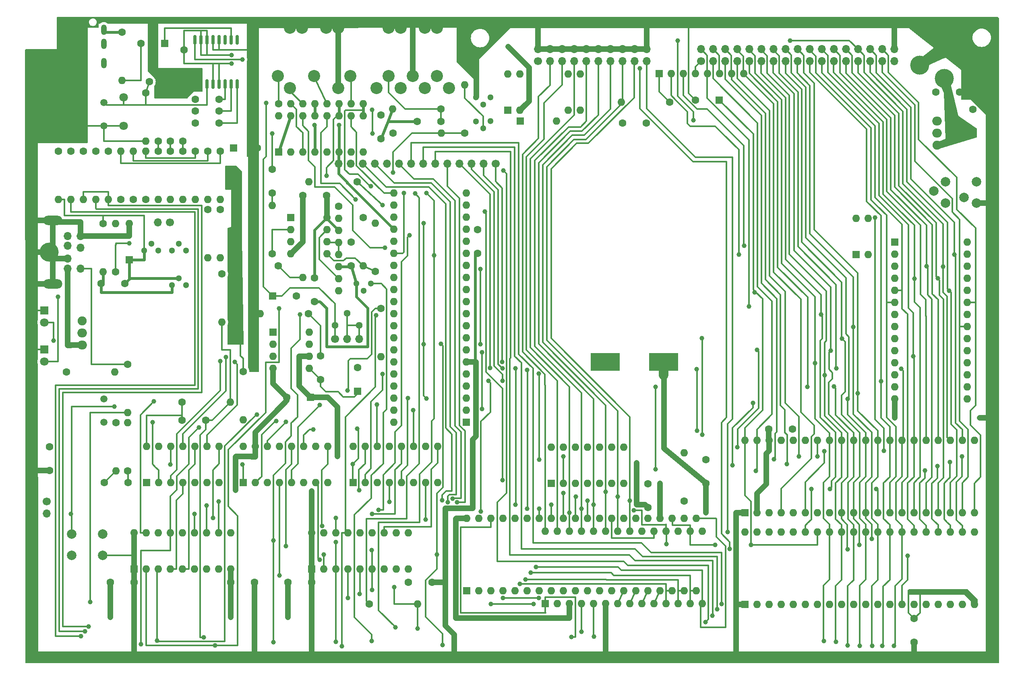
<source format=gbr>
%TF.GenerationSoftware,KiCad,Pcbnew,8.0.5*%
%TF.CreationDate,2025-01-06T13:55:56+00:00*%
%TF.ProjectId,Oric,4f726963-2e6b-4696-9361-645f70636258,rev?*%
%TF.SameCoordinates,Original*%
%TF.FileFunction,Copper,L1,Top*%
%TF.FilePolarity,Positive*%
%FSLAX46Y46*%
G04 Gerber Fmt 4.6, Leading zero omitted, Abs format (unit mm)*
G04 Created by KiCad (PCBNEW 8.0.5) date 2025-01-06 13:55:56*
%MOMM*%
%LPD*%
G01*
G04 APERTURE LIST*
G04 Aperture macros list*
%AMRoundRect*
0 Rectangle with rounded corners*
0 $1 Rounding radius*
0 $2 $3 $4 $5 $6 $7 $8 $9 X,Y pos of 4 corners*
0 Add a 4 corners polygon primitive as box body*
4,1,4,$2,$3,$4,$5,$6,$7,$8,$9,$2,$3,0*
0 Add four circle primitives for the rounded corners*
1,1,$1+$1,$2,$3*
1,1,$1+$1,$4,$5*
1,1,$1+$1,$6,$7*
1,1,$1+$1,$8,$9*
0 Add four rect primitives between the rounded corners*
20,1,$1+$1,$2,$3,$4,$5,0*
20,1,$1+$1,$4,$5,$6,$7,0*
20,1,$1+$1,$6,$7,$8,$9,0*
20,1,$1+$1,$8,$9,$2,$3,0*%
G04 Aperture macros list end*
%TA.AperFunction,ComponentPad*%
%ADD10C,1.700000*%
%TD*%
%TA.AperFunction,ComponentPad*%
%ADD11O,1.700000X1.700000*%
%TD*%
%TA.AperFunction,ComponentPad*%
%ADD12R,1.600000X1.600000*%
%TD*%
%TA.AperFunction,ComponentPad*%
%ADD13C,1.600000*%
%TD*%
%TA.AperFunction,ComponentPad*%
%ADD14O,1.600000X1.600000*%
%TD*%
%TA.AperFunction,ComponentPad*%
%ADD15C,2.540000*%
%TD*%
%TA.AperFunction,ComponentPad*%
%ADD16C,1.800000*%
%TD*%
%TA.AperFunction,ComponentPad*%
%ADD17C,4.000000*%
%TD*%
%TA.AperFunction,ComponentPad*%
%ADD18C,1.905000*%
%TD*%
%TA.AperFunction,ComponentPad*%
%ADD19O,2.000000X1.905000*%
%TD*%
%TA.AperFunction,ComponentPad*%
%ADD20R,1.800000X1.800000*%
%TD*%
%TA.AperFunction,SMDPad,CuDef*%
%ADD21RoundRect,0.150000X0.150000X-0.875000X0.150000X0.875000X-0.150000X0.875000X-0.150000X-0.875000X0*%
%TD*%
%TA.AperFunction,ComponentPad*%
%ADD22C,1.300000*%
%TD*%
%TA.AperFunction,ComponentPad*%
%ADD23C,1.500000*%
%TD*%
%TA.AperFunction,ComponentPad*%
%ADD24C,1.440000*%
%TD*%
%TA.AperFunction,ComponentPad*%
%ADD25O,1.200000X2.200000*%
%TD*%
%TA.AperFunction,ComponentPad*%
%ADD26O,4.000000X2.000000*%
%TD*%
%TA.AperFunction,ComponentPad*%
%ADD27R,6.089998X3.740000*%
%TD*%
%TA.AperFunction,ComponentPad*%
%ADD28C,2.000000*%
%TD*%
%TA.AperFunction,ViaPad*%
%ADD29C,1.000000*%
%TD*%
%TA.AperFunction,Conductor*%
%ADD30C,0.300000*%
%TD*%
%TA.AperFunction,Conductor*%
%ADD31C,1.200000*%
%TD*%
%TA.AperFunction,Conductor*%
%ADD32C,0.600000*%
%TD*%
%TA.AperFunction,Conductor*%
%ADD33C,2.000000*%
%TD*%
G04 APERTURE END LIST*
D10*
%TO.P,PL3,1,COL0*%
%TO.N,/IO/IOA0*%
X139990000Y-52900000D03*
D11*
%TO.P,PL3,2,COL1*%
%TO.N,/IO/IOA1*%
X137450000Y-52900000D03*
%TO.P,PL3,3,COL2*%
%TO.N,/IO/IOA2*%
X134910000Y-52900000D03*
%TO.P,PL3,4,COL3*%
%TO.N,/IO/IOA3*%
X132370000Y-52900000D03*
%TO.P,PL3,5,COL7*%
%TO.N,/IO/IOA7*%
X129830000Y-52900000D03*
%TO.P,PL3,6,ROW2*%
%TO.N,ROW2*%
X127290000Y-52900000D03*
%TO.P,PL3,7,ROW1*%
%TO.N,ROW1*%
X124750000Y-52900000D03*
%TO.P,PL3,8,ROW0*%
%TO.N,ROW0*%
X122210000Y-52900000D03*
%TO.P,PL3,9,COL6*%
%TO.N,/IO/IOA6*%
X119670000Y-52900000D03*
%TO.P,PL3,10,GND*%
%TO.N,GND*%
X117130000Y-52900000D03*
%TO.P,PL3,11,COL5*%
%TO.N,/IO/IOA5*%
X114590000Y-52900000D03*
%TO.P,PL3,12,COL4*%
%TO.N,/IO/IOA4*%
X112050000Y-52900000D03*
%TO.P,PL3,13,IDK*%
%TO.N,Net-(PL3-IDK)*%
X109510000Y-52900000D03*
%TO.P,PL3,14,VCC*%
%TO.N,+5V*%
X106970000Y-52900000D03*
%TD*%
D12*
%TO.P,C21,1*%
%TO.N,~{RST}*%
X187030000Y-39500000D03*
D13*
%TO.P,C21,2*%
%TO.N,GND*%
X182030000Y-39500000D03*
%TD*%
%TO.P,RP3,1,R1.1*%
%TO.N,Net-(RP3A-R1.1)*%
X106970000Y-61870000D03*
D14*
%TO.P,RP3,2,R1.2*%
%TO.N,Net-(IC3A--)*%
X106970000Y-64410000D03*
%TO.P,RP3,3,R2.1*%
%TO.N,+5V*%
X106970000Y-66950000D03*
%TO.P,RP3,4,R2.2*%
%TO.N,Net-(IC3A-+)*%
X106970000Y-69490000D03*
%TO.P,RP3,5,R3.1*%
X106970000Y-72030000D03*
%TO.P,RP3,6,R3.2*%
%TO.N,GND*%
X106970000Y-74570000D03*
%TO.P,RP3,7,R4.1*%
%TO.N,Net-(RP3D-R4.1)*%
X106970000Y-77110000D03*
%TO.P,RP3,8,R4.2*%
%TO.N,Net-(RP3D-R4.2)*%
X106970000Y-79650000D03*
%TD*%
D13*
%TO.P,C31,1*%
%TO.N,Net-(C31-Pad1)*%
X76875000Y-41850000D03*
%TO.P,C31,2*%
%TO.N,Net-(IC23-GIN)*%
X81875000Y-41850000D03*
%TD*%
%TO.P,C101,1*%
%TO.N,+5V*%
X74050000Y-106975000D03*
%TO.P,C101,2*%
%TO.N,RDDATA*%
X79050000Y-106975000D03*
%TD*%
%TO.P,C100,1*%
%TO.N,GND*%
X184180000Y-120220000D03*
%TO.P,C100,2*%
%TO.N,Net-(IC5-~{NMI})*%
X184180000Y-115220000D03*
%TD*%
%TO.P,R11,1*%
%TO.N,+5V*%
X176610000Y-39970000D03*
D14*
%TO.P,R11,2*%
%TO.N,/IO/DA6*%
X166450000Y-39970000D03*
%TD*%
D13*
%TO.P,C28,1*%
%TO.N,GND*%
X101950000Y-81930000D03*
%TO.P,C28,2*%
%TO.N,+5V*%
X101950000Y-76930000D03*
%TD*%
%TO.P,C6,1*%
%TO.N,Net-(SK2-Tape_In)*%
X92990000Y-54080000D03*
%TO.P,C6,2*%
%TO.N,Net-(C6-Pad2)*%
X92990000Y-59080000D03*
%TD*%
%TO.P,C7,1*%
%TO.N,Net-(SK2-Tape_Out)*%
X128480000Y-44000000D03*
%TO.P,C7,2*%
%TO.N,GND*%
X123480000Y-44000000D03*
%TD*%
D12*
%TO.P,IC6,1,GND*%
%TO.N,GND*%
X192390000Y-145680000D03*
D14*
%TO.P,IC6,2,PA0*%
%TO.N,/IO/DA0*%
X194930000Y-145680000D03*
%TO.P,IC6,3,PA1*%
%TO.N,/IO/DA1*%
X197470000Y-145680000D03*
%TO.P,IC6,4,PA2*%
%TO.N,/IO/DA2*%
X200010000Y-145680000D03*
%TO.P,IC6,5,PA3*%
%TO.N,/IO/DA3*%
X202550000Y-145680000D03*
%TO.P,IC6,6,PA4*%
%TO.N,/IO/DA4*%
X205090000Y-145680000D03*
%TO.P,IC6,7,PA5*%
%TO.N,/IO/DA5*%
X207630000Y-145680000D03*
%TO.P,IC6,8,PA6*%
%TO.N,/IO/DA6*%
X210170000Y-145680000D03*
%TO.P,IC6,9,PA7*%
%TO.N,/IO/DA7*%
X212710000Y-145680000D03*
%TO.P,IC6,10,PB0*%
%TO.N,ROW0*%
X215250000Y-145680000D03*
%TO.P,IC6,11,PB1*%
%TO.N,ROW1*%
X217790000Y-145680000D03*
%TO.P,IC6,12,PB2*%
%TO.N,ROW2*%
X220330000Y-145680000D03*
%TO.P,IC6,13,PB3*%
%TO.N,KBCOM*%
X222870000Y-145680000D03*
%TO.P,IC6,14,PB4*%
%TO.N,Net-(IC6-PB4)*%
X225410000Y-145680000D03*
%TO.P,IC6,15,PB5*%
%TO.N,unconnected-(IC6-PB5-Pad15)*%
X227950000Y-145680000D03*
%TO.P,IC6,16,PB6*%
%TO.N,lMOTOR*%
X230490000Y-145680000D03*
%TO.P,IC6,17,PB7*%
%TO.N,WRDATA*%
X233030000Y-145680000D03*
%TO.P,IC6,18,CB1*%
%TO.N,RDDATA*%
X235570000Y-145680000D03*
%TO.P,IC6,19,CB2*%
%TO.N,BDIR*%
X238110000Y-145680000D03*
%TO.P,IC6,20,Vcc*%
%TO.N,+5V*%
X240650000Y-145680000D03*
%TO.P,IC6,21,~{IRQ}*%
%TO.N,~{IRQ}*%
X240650000Y-130440000D03*
%TO.P,IC6,22,R/~{W}*%
%TO.N,R{slash}~{W}*%
X238110000Y-130440000D03*
%TO.P,IC6,23,~{CS2}*%
%TO.N,~{I{slash}O}*%
X235570000Y-130440000D03*
%TO.P,IC6,24,CS1*%
%TO.N,IOCTRL*%
X233030000Y-130440000D03*
%TO.P,IC6,25,\u00D82*%
%TO.N,\u00D82*%
X230490000Y-130440000D03*
%TO.P,IC6,26,D7*%
%TO.N,/CPU and ULA/D7*%
X227950000Y-130440000D03*
%TO.P,IC6,27,D6*%
%TO.N,/CPU and ULA/D6*%
X225410000Y-130440000D03*
%TO.P,IC6,28,D5*%
%TO.N,/CPU and ULA/D5*%
X222870000Y-130440000D03*
%TO.P,IC6,29,D4*%
%TO.N,/CPU and ULA/D4*%
X220330000Y-130440000D03*
%TO.P,IC6,30,D3*%
%TO.N,/CPU and ULA/D3*%
X217790000Y-130440000D03*
%TO.P,IC6,31,D2*%
%TO.N,/CPU and ULA/D2*%
X215250000Y-130440000D03*
%TO.P,IC6,32,D1*%
%TO.N,/CPU and ULA/D1*%
X212710000Y-130440000D03*
%TO.P,IC6,33,D0*%
%TO.N,/CPU and ULA/D0*%
X210170000Y-130440000D03*
%TO.P,IC6,34,~{RES}*%
%TO.N,~{RST}*%
X207630000Y-130440000D03*
%TO.P,IC6,35,RS3*%
%TO.N,/CPU and ULA/A3*%
X205090000Y-130440000D03*
%TO.P,IC6,36,RS2*%
%TO.N,/CPU and ULA/A2*%
X202550000Y-130440000D03*
%TO.P,IC6,37,RS1*%
%TO.N,/CPU and ULA/A1*%
X200010000Y-130440000D03*
%TO.P,IC6,38,RS0*%
%TO.N,/CPU and ULA/A0*%
X197470000Y-130440000D03*
%TO.P,IC6,39,CA2*%
%TO.N,BC1*%
X194930000Y-130440000D03*
%TO.P,IC6,40,CA1*%
%TO.N,Net-(IC6-CA1)*%
X192390000Y-130440000D03*
%TD*%
D15*
%TO.P,SK2,1,Tape_Out*%
%TO.N,Net-(SK2-Tape_Out)*%
X117490000Y-34420000D03*
%TO.P,SK2,2,GND*%
%TO.N,GND*%
X117490000Y-24300000D03*
X120030000Y-24300000D03*
X122570000Y-34420000D03*
X125110000Y-24300000D03*
X127650000Y-24300000D03*
%TO.P,SK2,3,Tape_In*%
%TO.N,Net-(SK2-Tape_In)*%
X127650000Y-34420000D03*
%TO.P,SK2,4,Audio_1*%
%TO.N,TAUDIO*%
X120030000Y-36960000D03*
%TO.P,SK2,5,Audio_2*%
X125110000Y-36960000D03*
%TO.P,SK2,6,Relay_1*%
%TO.N,Net-(SK2-Relay_1)*%
X114950000Y-36960000D03*
%TO.P,SK2,7,Relay_2*%
%TO.N,Net-(SK2-Relay_2)*%
X130190000Y-36960000D03*
%TD*%
D12*
%TO.P,IC3,1*%
%TO.N,Net-(RP3A-R1.1)*%
X96930000Y-64280000D03*
D14*
%TO.P,IC3,2,-*%
%TO.N,Net-(IC3A--)*%
X96930000Y-66820000D03*
%TO.P,IC3,3,+*%
%TO.N,Net-(IC3A-+)*%
X96930000Y-69360000D03*
%TO.P,IC3,4,V-*%
%TO.N,GND*%
X96930000Y-71900000D03*
%TO.P,IC3,5,+*%
%TO.N,Net-(IC3B-+)*%
X104550000Y-71900000D03*
%TO.P,IC3,6,-*%
%TO.N,Net-(IC3A-+)*%
X104550000Y-69360000D03*
%TO.P,IC3,7*%
%TO.N,Net-(RP3D-R4.1)*%
X104550000Y-66820000D03*
%TO.P,IC3,8,V+*%
%TO.N,+5V*%
X104550000Y-64280000D03*
%TD*%
D16*
%TO.P,VC1,1*%
%TO.N,Net-(IC23-FIN)*%
X61750000Y-38950000D03*
%TO.P,VC1,2*%
%TO.N,GND*%
X61750000Y-44950000D03*
%TD*%
D12*
%TO.P,IC7,1,MUX*%
%TO.N,MUX*%
X133840000Y-107360000D03*
D14*
%TO.P,IC7,2,MA5*%
%TO.N,/CPU and ULA/MA5*%
X133840000Y-104820000D03*
%TO.P,IC7,3,MA4*%
%TO.N,/CPU and ULA/MA4*%
X133840000Y-102280000D03*
%TO.P,IC7,4,MA3*%
%TO.N,/CPU and ULA/MA3*%
X133840000Y-99740000D03*
%TO.P,IC7,5,D5*%
%TO.N,/CPU and ULA/D5*%
X133840000Y-97200000D03*
%TO.P,IC7,6,GND*%
%TO.N,GND*%
X133840000Y-94660000D03*
%TO.P,IC7,7,CLK_IN*%
%TO.N,Net-(IC7-CLK_IN)*%
X133840000Y-92120000D03*
%TO.P,IC7,8,D0*%
%TO.N,/CPU and ULA/D0*%
X133840000Y-89580000D03*
%TO.P,IC7,9,CAS*%
%TO.N,Net-(IC7-CAS)*%
X133840000Y-87040000D03*
%TO.P,IC7,10,RAS*%
%TO.N,Net-(IC7-RAS)*%
X133840000Y-84500000D03*
%TO.P,IC7,11,D2*%
%TO.N,/CPU and ULA/D2*%
X133840000Y-81960000D03*
%TO.P,IC7,12,D3*%
%TO.N,/CPU and ULA/D3*%
X133840000Y-79420000D03*
%TO.P,IC7,13,D4*%
%TO.N,/CPU and ULA/D4*%
X133840000Y-76880000D03*
%TO.P,IC7,14,CLK_OUT*%
%TO.N,Net-(IC5-\u00D80)*%
X133840000Y-74340000D03*
%TO.P,IC7,15,A11*%
%TO.N,/CPU and ULA/A11*%
X133840000Y-71800000D03*
%TO.P,IC7,16,SYNC*%
%TO.N,SYNC*%
X133840000Y-69260000D03*
%TO.P,IC7,17,D1*%
%TO.N,/CPU and ULA/D1*%
X133840000Y-66720000D03*
%TO.P,IC7,18,D7*%
%TO.N,/CPU and ULA/D7*%
X133840000Y-64180000D03*
%TO.P,IC7,19,RED*%
%TO.N,R*%
X133840000Y-61640000D03*
%TO.P,IC7,20,GREEN*%
%TO.N,G*%
X133840000Y-59100000D03*
%TO.P,IC7,21,BLUE*%
%TO.N,B*%
X118600000Y-59100000D03*
%TO.P,IC7,22,A13*%
%TO.N,/CPU and ULA/A13*%
X118600000Y-61640000D03*
%TO.P,IC7,23,ROMSEL*%
%TO.N,ROMSEL*%
X118600000Y-64180000D03*
%TO.P,IC7,24,VCC*%
%TO.N,+5V*%
X118600000Y-66720000D03*
%TO.P,IC7,25,I/O*%
%TO.N,~{I{slash}O}*%
X118600000Y-69260000D03*
%TO.P,IC7,26,~{MAP}*%
%TO.N,~{MAP}*%
X118600000Y-71800000D03*
%TO.P,IC7,27,R/~{W}*%
%TO.N,R{slash}~{W}*%
X118600000Y-74340000D03*
%TO.P,IC7,28,W*%
%TO.N,Net-(IC7-W)*%
X118600000Y-76880000D03*
%TO.P,IC7,29,A14*%
%TO.N,/CPU and ULA/A14*%
X118600000Y-79420000D03*
%TO.P,IC7,30,A15*%
%TO.N,/CPU and ULA/A15*%
X118600000Y-81960000D03*
%TO.P,IC7,31,A10*%
%TO.N,/CPU and ULA/A10*%
X118600000Y-84500000D03*
%TO.P,IC7,32,A8*%
%TO.N,/CPU and ULA/A8*%
X118600000Y-87040000D03*
%TO.P,IC7,33,A9*%
%TO.N,/CPU and ULA/A9*%
X118600000Y-89580000D03*
%TO.P,IC7,34,D6*%
%TO.N,/CPU and ULA/D6*%
X118600000Y-92120000D03*
%TO.P,IC7,35,A12*%
%TO.N,/CPU and ULA/A12*%
X118600000Y-94660000D03*
%TO.P,IC7,36,MA1*%
%TO.N,/CPU and ULA/MA1*%
X118600000Y-97200000D03*
%TO.P,IC7,37,MA2*%
%TO.N,/CPU and ULA/MA2*%
X118600000Y-99740000D03*
%TO.P,IC7,38,MA0*%
%TO.N,/CPU and ULA/MA0*%
X118600000Y-102280000D03*
%TO.P,IC7,39,MA7*%
%TO.N,/CPU and ULA/MA7*%
X118600000Y-104820000D03*
%TO.P,IC7,40,MA6*%
%TO.N,/CPU and ULA/MA6*%
X118600000Y-107360000D03*
%TD*%
D13*
%TO.P,C13,1*%
%TO.N,+5V*%
X232550000Y-37870000D03*
%TO.P,C13,2*%
%TO.N,GND*%
X237550000Y-37870000D03*
%TD*%
D12*
%TO.P,D1,1,K*%
%TO.N,+5V*%
X145150000Y-43940000D03*
D14*
%TO.P,D1,2,A*%
%TO.N,Net-(D1-A)*%
X152770000Y-43940000D03*
%TD*%
D17*
%TO.P,SK3,1*%
%TO.N,+9V*%
X234320000Y-35000000D03*
%TO.P,SK3,2*%
%TO.N,GND*%
X234320000Y-28680000D03*
%TO.P,SK3,3*%
X229170000Y-32150000D03*
%TD*%
D18*
%TO.P,TR7,1,B*%
%TO.N,Net-(TR6-E)*%
X53080000Y-86060000D03*
D19*
%TO.P,TR7,2,C*%
%TO.N,+9V*%
X53080000Y-88600000D03*
%TO.P,TR7,3,E*%
%TO.N,C2NMOTOR*%
X53080000Y-91140000D03*
%TD*%
D12*
%TO.P,IC31,1,~{OE}*%
%TO.N,GND*%
X64010000Y-138300000D03*
D14*
%TO.P,IC31,2,IO1*%
%TO.N,/CPU and ULA/D4*%
X66550000Y-138300000D03*
%TO.P,IC31,3,IO2*%
%TO.N,/CPU and ULA/D5*%
X69090000Y-138300000D03*
%TO.P,IC31,4,~{WE}*%
%TO.N,~{RAMW}*%
X71630000Y-138300000D03*
%TO.P,IC31,5,~{RAS}*%
%TO.N,~{RAS}*%
X74170000Y-138300000D03*
%TO.P,IC31,6,A6*%
%TO.N,/RAM/RA6*%
X76710000Y-138300000D03*
%TO.P,IC31,7,A5*%
%TO.N,/RAM/RA5*%
X79250000Y-138300000D03*
%TO.P,IC31,8,A4*%
%TO.N,/RAM/RA4*%
X81790000Y-138300000D03*
%TO.P,IC31,9,VCC*%
%TO.N,+5V*%
X84330000Y-138300000D03*
%TO.P,IC31,10,A7*%
%TO.N,/RAM/RA7*%
X84330000Y-130680000D03*
%TO.P,IC31,11,A3*%
%TO.N,/RAM/RA3*%
X81790000Y-130680000D03*
%TO.P,IC31,12,A2*%
%TO.N,/RAM/RA2*%
X79250000Y-130680000D03*
%TO.P,IC31,13,A1*%
%TO.N,/RAM/RA1*%
X76710000Y-130680000D03*
%TO.P,IC31,14,A0*%
%TO.N,/RAM/RA0*%
X74170000Y-130680000D03*
%TO.P,IC31,15,IO3*%
%TO.N,/CPU and ULA/D6*%
X71630000Y-130680000D03*
%TO.P,IC31,16,~{CAS}*%
%TO.N,~{CAS}*%
X69090000Y-130680000D03*
%TO.P,IC31,17,IO4*%
%TO.N,/CPU and ULA/D7*%
X66550000Y-130680000D03*
%TO.P,IC31,18,VSS*%
%TO.N,GND*%
X64010000Y-130680000D03*
%TD*%
D13*
%TO.P,R37,1*%
%TO.N,Net-(C30-Pad1)*%
X69025000Y-50275000D03*
D14*
%TO.P,R37,2*%
%TO.N,BR*%
X69025000Y-60435000D03*
%TD*%
D20*
%TO.P,D31,1,K*%
%TO.N,GND*%
X45075000Y-92060000D03*
D16*
%TO.P,D31,2,A*%
%TO.N,Net-(D31-A)*%
X45075000Y-94600000D03*
%TD*%
D13*
%TO.P,C5,1*%
%TO.N,Net-(C4-Pad2)*%
X94300000Y-74440000D03*
%TO.P,C5,2*%
%TO.N,GND*%
X89300000Y-74440000D03*
%TD*%
%TO.P,R4,1*%
%TO.N,SOUND*%
X82125000Y-62595000D03*
D14*
%TO.P,R4,2*%
%TO.N,GND*%
X82125000Y-72755000D03*
%TD*%
D13*
%TO.P,R45,1*%
%TO.N,CH_A*%
X79500000Y-50275000D03*
D14*
%TO.P,R45,2*%
%TO.N,SOUND*%
X79500000Y-60435000D03*
%TD*%
D13*
%TO.P,C34,1*%
%TO.N,+5V*%
X197430000Y-108770000D03*
%TO.P,C34,2*%
%TO.N,GND*%
X202430000Y-108770000D03*
%TD*%
%TO.P,R32,1*%
%TO.N,COMP*%
X61440000Y-25240000D03*
D14*
%TO.P,R32,2*%
%TO.N,Net-(C24-Pad2)*%
X61440000Y-35400000D03*
%TD*%
D21*
%TO.P,IC23,1,STND*%
%TO.N,GND*%
X76805000Y-36150000D03*
%TO.P,IC23,2,AGND*%
X78075000Y-36150000D03*
%TO.P,IC23,3,FIN*%
%TO.N,Net-(IC23-FIN)*%
X79345000Y-36150000D03*
%TO.P,IC23,4,APOS*%
%TO.N,+5V*%
X80615000Y-36150000D03*
%TO.P,IC23,5,ENCD*%
X81885000Y-36150000D03*
%TO.P,IC23,6,RIN*%
%TO.N,Net-(IC23-RIN)*%
X83155000Y-36150000D03*
%TO.P,IC23,7,GIN*%
%TO.N,Net-(IC23-GIN)*%
X84425000Y-36150000D03*
%TO.P,IC23,8,BIN*%
%TO.N,Net-(IC23-BIN)*%
X85695000Y-36150000D03*
%TO.P,IC23,9,CRMA*%
%TO.N,unconnected-(IC23-CRMA-Pad9)*%
X85695000Y-26850000D03*
%TO.P,IC23,10,COMP*%
%TO.N,Net-(IC23-COMP)*%
X84425000Y-26850000D03*
%TO.P,IC23,11,LUMA*%
%TO.N,unconnected-(IC23-LUMA-Pad11)*%
X83155000Y-26850000D03*
%TO.P,IC23,12,SELECT*%
%TO.N,GND*%
X81885000Y-26850000D03*
%TO.P,IC23,13,DGND*%
X80615000Y-26850000D03*
%TO.P,IC23,14,DPOS*%
%TO.N,+5V*%
X79345000Y-26850000D03*
%TO.P,IC23,15,VSYNC*%
X78075000Y-26850000D03*
%TO.P,IC23,16,HSYNC*%
%TO.N,SYNC*%
X76805000Y-26850000D03*
%TD*%
D13*
%TO.P,C12,1*%
%TO.N,+5V*%
X46240000Y-112510000D03*
%TO.P,C12,2*%
%TO.N,GND*%
X46240000Y-117510000D03*
%TD*%
%TO.P,R50,1*%
%TO.N,C2NREAD*%
X82460000Y-76120000D03*
D14*
%TO.P,R50,2*%
%TO.N,RDDATA*%
X82460000Y-86280000D03*
%TD*%
D12*
%TO.P,IC5,1,GND*%
%TO.N,GND*%
X192390000Y-126450000D03*
D14*
%TO.P,IC5,2,RDY*%
%TO.N,+5V*%
X194930000Y-126450000D03*
%TO.P,IC5,3,\u00D81*%
%TO.N,\u00D81*%
X197470000Y-126450000D03*
%TO.P,IC5,4,~{IRQ}*%
%TO.N,~{IRQ}*%
X200010000Y-126450000D03*
%TO.P,IC5,5,N/C*%
%TO.N,unconnected-(IC5-N{slash}C-Pad5)*%
X202550000Y-126450000D03*
%TO.P,IC5,6,~{NMI}*%
%TO.N,Net-(IC5-~{NMI})*%
X205090000Y-126450000D03*
%TO.P,IC5,7,Sync*%
%TO.N,unconnected-(IC5-Sync-Pad7)*%
X207630000Y-126450000D03*
%TO.P,IC5,8,VCC*%
%TO.N,+5V*%
X210170000Y-126450000D03*
%TO.P,IC5,9,A0*%
%TO.N,/CPU and ULA/A0*%
X212710000Y-126450000D03*
%TO.P,IC5,10,A1*%
%TO.N,/CPU and ULA/A1*%
X215250000Y-126450000D03*
%TO.P,IC5,11,A2*%
%TO.N,/CPU and ULA/A2*%
X217790000Y-126450000D03*
%TO.P,IC5,12,A3*%
%TO.N,/CPU and ULA/A3*%
X220330000Y-126450000D03*
%TO.P,IC5,13,A4*%
%TO.N,/CPU and ULA/A4*%
X222870000Y-126450000D03*
%TO.P,IC5,14,A5*%
%TO.N,/CPU and ULA/A5*%
X225410000Y-126450000D03*
%TO.P,IC5,15,A6*%
%TO.N,/CPU and ULA/A6*%
X227950000Y-126450000D03*
%TO.P,IC5,16,A7*%
%TO.N,/CPU and ULA/A7*%
X230490000Y-126450000D03*
%TO.P,IC5,17,A8*%
%TO.N,/CPU and ULA/A8*%
X233030000Y-126450000D03*
%TO.P,IC5,18,A9*%
%TO.N,/CPU and ULA/A9*%
X235570000Y-126450000D03*
%TO.P,IC5,19,A10*%
%TO.N,/CPU and ULA/A10*%
X238110000Y-126450000D03*
%TO.P,IC5,20,A11*%
%TO.N,/CPU and ULA/A11*%
X240650000Y-126450000D03*
%TO.P,IC5,21,GND*%
%TO.N,GND*%
X240650000Y-111210000D03*
%TO.P,IC5,22,A12*%
%TO.N,/CPU and ULA/A12*%
X238110000Y-111210000D03*
%TO.P,IC5,23,A13*%
%TO.N,/CPU and ULA/A13*%
X235570000Y-111210000D03*
%TO.P,IC5,24,A14*%
%TO.N,/CPU and ULA/A14*%
X233030000Y-111210000D03*
%TO.P,IC5,25,A15*%
%TO.N,/CPU and ULA/A15*%
X230490000Y-111210000D03*
%TO.P,IC5,26,D7*%
%TO.N,/CPU and ULA/D7*%
X227950000Y-111210000D03*
%TO.P,IC5,27,D6*%
%TO.N,/CPU and ULA/D6*%
X225410000Y-111210000D03*
%TO.P,IC5,28,D5*%
%TO.N,/CPU and ULA/D5*%
X222870000Y-111210000D03*
%TO.P,IC5,29,D4*%
%TO.N,/CPU and ULA/D4*%
X220330000Y-111210000D03*
%TO.P,IC5,30,D3*%
%TO.N,/CPU and ULA/D3*%
X217790000Y-111210000D03*
%TO.P,IC5,31,D2*%
%TO.N,/CPU and ULA/D2*%
X215250000Y-111210000D03*
%TO.P,IC5,32,D1*%
%TO.N,/CPU and ULA/D1*%
X212710000Y-111210000D03*
%TO.P,IC5,33,D0*%
%TO.N,/CPU and ULA/D0*%
X210170000Y-111210000D03*
%TO.P,IC5,34,R/~{W}*%
%TO.N,R{slash}~{W}*%
X207630000Y-111210000D03*
%TO.P,IC5,35,N/C*%
%TO.N,unconnected-(IC5-N{slash}C-Pad35)*%
X205090000Y-111210000D03*
%TO.P,IC5,36,N/C*%
%TO.N,unconnected-(IC5-N{slash}C-Pad36)*%
X202550000Y-111210000D03*
%TO.P,IC5,37,\u00D80*%
%TO.N,Net-(IC5-\u00D80)*%
X200010000Y-111210000D03*
%TO.P,IC5,38,~{SO}*%
%TO.N,+5V*%
X197470000Y-111210000D03*
%TO.P,IC5,39,\u00D82*%
%TO.N,\u00D82*%
X194930000Y-111210000D03*
%TO.P,IC5,40,~{RES}*%
%TO.N,~{RST}*%
X192390000Y-111210000D03*
%TD*%
D13*
%TO.P,R9,1*%
%TO.N,Net-(IC21-Pad13)*%
X60200000Y-107420000D03*
D14*
%TO.P,R9,2*%
%TO.N,Net-(C26-Pad1)*%
X60200000Y-117580000D03*
%TD*%
D13*
%TO.P,R38,1*%
%TO.N,Net-(C31-Pad1)*%
X71625000Y-50275000D03*
D14*
%TO.P,R38,2*%
%TO.N,BG*%
X71625000Y-60435000D03*
%TD*%
D22*
%TO.P,TR5,1,C*%
%TO.N,Net-(D30-K)*%
X66100000Y-71220000D03*
%TO.P,TR5,2,B*%
%TO.N,Net-(TR4-C)*%
X67600000Y-69730000D03*
%TO.P,TR5,3,E*%
%TO.N,GND*%
X69100000Y-71200000D03*
%TD*%
D10*
%TO.P,LK5,1,Pin_1*%
%TO.N,TAUDIO*%
X106195000Y-89850000D03*
D11*
%TO.P,LK5,2,Pin_2*%
%TO.N,Net-(IC2-+)*%
X108735000Y-89850000D03*
%TO.P,LK5,3,Pin_3*%
X111275000Y-89850000D03*
%TD*%
D12*
%TO.P,SW2,1*%
%TO.N,/ROM/R14*%
X215785000Y-72050000D03*
D14*
%TO.P,SW2,2*%
%TO.N,/ROM/R15*%
X218325000Y-72050000D03*
%TO.P,SW2,3*%
%TO.N,GND*%
X218325000Y-64430000D03*
%TO.P,SW2,4*%
X215785000Y-64430000D03*
%TD*%
D12*
%TO.P,C4,1*%
%TO.N,TAUDIO*%
X93120000Y-80740000D03*
D13*
%TO.P,C4,2*%
%TO.N,Net-(C4-Pad2)*%
X98120000Y-80740000D03*
%TD*%
%TO.P,C19,1*%
%TO.N,/IO/DA6*%
X166680000Y-44380000D03*
%TO.P,C19,2*%
%TO.N,GND*%
X171680000Y-44380000D03*
%TD*%
D12*
%TO.P,C1,1*%
%TO.N,Net-(C1-Pad1)*%
X110960000Y-100870000D03*
D13*
%TO.P,C1,2*%
%TO.N,Net-(C1-Pad2)*%
X110960000Y-95870000D03*
%TD*%
%TO.P,R7,1*%
%TO.N,Net-(RP3A-R1.1)*%
X112120000Y-64270000D03*
D14*
%TO.P,R7,2*%
%TO.N,Net-(IC3B-+)*%
X112120000Y-74430000D03*
%TD*%
D13*
%TO.P,R12,1*%
%TO.N,Net-(SK2-Tape_Out)*%
X113440000Y-145650000D03*
D14*
%TO.P,R12,2*%
%TO.N,WRDATA*%
X123600000Y-145650000D03*
%TD*%
D12*
%TO.P,C8,1*%
%TO.N,+9V*%
X240325000Y-46450000D03*
D13*
%TO.P,C8,2*%
%TO.N,GND*%
X240325000Y-41450000D03*
%TD*%
%TO.P,R55,1*%
%TO.N,Net-(D31-A)*%
X48050000Y-50275000D03*
D14*
%TO.P,R55,2*%
%TO.N,Net-(D30-K)*%
X48050000Y-60435000D03*
%TD*%
D23*
%TO.P,XT1,1,1*%
%TO.N,Net-(IC21-Pad13)*%
X57660000Y-107320000D03*
%TO.P,XT1,2,2*%
%TO.N,Net-(IC21-Pad2)*%
X57660000Y-102420000D03*
%TD*%
D24*
%TO.P,RV2,1,1*%
%TO.N,Net-(IC2-+)*%
X111275000Y-86975000D03*
%TO.P,RV2,2,2*%
X108735000Y-84435000D03*
%TO.P,RV2,3,3*%
%TO.N,TAUDIO*%
X106195000Y-86975000D03*
%TD*%
D12*
%TO.P,RP1,1,R1*%
%TO.N,+5V*%
X174370000Y-33960000D03*
D14*
%TO.P,RP1,2,R1.2*%
%TO.N,/ROM/R14*%
X176910000Y-33960000D03*
%TO.P,RP1,3,R2.2*%
%TO.N,/ROM/R15*%
X179450000Y-33960000D03*
%TO.P,RP1,4,R3.2*%
%TO.N,~{MAP}*%
X181990000Y-33960000D03*
%TO.P,RP1,5,R4.2*%
%TO.N,~{ROMDIS}*%
X184530000Y-33960000D03*
%TO.P,RP1,6,R5.2*%
%TO.N,~{RST}*%
X187070000Y-33960000D03*
%TO.P,RP1,7,R6.2*%
%TO.N,IOCTRL*%
X189610000Y-33960000D03*
%TO.P,RP1,8,R7.2*%
%TO.N,~{IRQ}*%
X192150000Y-33960000D03*
%TD*%
D12*
%TO.P,C3,1*%
%TO.N,+5V*%
X101080000Y-102100000D03*
D13*
%TO.P,C3,2*%
%TO.N,GND*%
X96080000Y-102100000D03*
%TD*%
%TO.P,R6,1*%
%TO.N,+5V*%
X179600000Y-123940000D03*
D14*
%TO.P,R6,2*%
%TO.N,Net-(IC5-~{NMI})*%
X179600000Y-113780000D03*
%TD*%
D13*
%TO.P,C16,1*%
%TO.N,+5V*%
X96300000Y-141075000D03*
%TO.P,C16,2*%
%TO.N,GND*%
X101300000Y-141075000D03*
%TD*%
D25*
%TO.P,SK4,1,Pin_1*%
%TO.N,GND*%
X53025000Y-32925000D03*
%TO.P,SK4,2,Pin_2*%
%TO.N,SOUNDL*%
X57625000Y-31725000D03*
%TO.P,SK4,3,Pin_3*%
%TO.N,SOUNDR*%
X57625000Y-27725000D03*
%TO.P,SK4,4,Pin_4*%
%TO.N,COMP*%
X57625000Y-24725000D03*
%TD*%
D13*
%TO.P,C23,1*%
%TO.N,+5V*%
X172000000Y-125275000D03*
%TO.P,C23,2*%
%TO.N,GND*%
X172000000Y-120275000D03*
%TD*%
%TO.P,R13,1*%
%TO.N,Net-(SK2-Tape_Out)*%
X128540000Y-41380000D03*
D14*
%TO.P,R13,2*%
%TO.N,GND*%
X118380000Y-41380000D03*
%TD*%
D20*
%TO.P,D32,1,K*%
%TO.N,GND*%
X45075000Y-83810000D03*
D16*
%TO.P,D32,2,A*%
%TO.N,Net-(D32-A)*%
X45075000Y-86350000D03*
%TD*%
D11*
%TO.P,SK5,1,Pin_1*%
%TO.N,GND*%
X49990000Y-72860000D03*
%TO.P,SK5,2,Pin_2*%
%TO.N,+5V*%
X49990000Y-70220000D03*
%TO.P,SK5,3,Pin_3*%
%TO.N,C2NMOTOR*%
X50020000Y-74980000D03*
%TO.P,SK5,4,Pin_4*%
%TO.N,C2NREAD*%
X49990000Y-68180000D03*
%TO.P,SK5,5,Pin_5*%
%TO.N,C2NWRITE*%
X52710000Y-74980000D03*
%TO.P,SK5,6,Pin_6*%
%TO.N,unconnected-(SK5-Pin_6-Pad6)*%
X52710000Y-70630000D03*
%TO.P,SK5,7,Pin_7*%
%TO.N,GND*%
X52710000Y-68170000D03*
D26*
%TO.P,SK5,S,SHIELD*%
X46910000Y-78250000D03*
D17*
X46110000Y-71550000D03*
D26*
X46910000Y-64850000D03*
%TD*%
D22*
%TO.P,TR2,1,C*%
%TO.N,KBCOM*%
X138880000Y-43970000D03*
%TO.P,TR2,2,B*%
%TO.N,Net-(TR2-B)*%
X137380000Y-45460000D03*
%TO.P,TR2,3,E*%
%TO.N,GND*%
X135880000Y-43990000D03*
%TD*%
%TO.P,TR1,1,C*%
%TO.N,RDDATA*%
X113730000Y-78170000D03*
%TO.P,TR1,2,B*%
%TO.N,Net-(RP3D-R4.2)*%
X112230000Y-79660000D03*
%TO.P,TR1,3,E*%
%TO.N,GND*%
X110730000Y-78190000D03*
%TD*%
D13*
%TO.P,R30,1*%
%TO.N,Net-(IC21-Pad2)*%
X115900000Y-83370000D03*
D14*
%TO.P,R30,2*%
%TO.N,Net-(IC7-CLK_IN)*%
X115900000Y-93530000D03*
%TD*%
D18*
%TO.P,IC1,1,VI*%
%TO.N,+9V*%
X232770000Y-49000000D03*
D19*
%TO.P,IC1,2,GND*%
%TO.N,GND*%
X232770000Y-46460000D03*
%TO.P,IC1,3,VO*%
%TO.N,+5V*%
X232770000Y-43920000D03*
%TD*%
D10*
%TO.P,LK4,1,Pin_1*%
%TO.N,SOUND*%
X71560000Y-65295000D03*
D11*
%TO.P,LK4,2,Pin_2*%
%TO.N,GND*%
X69020000Y-65295000D03*
%TD*%
D12*
%TO.P,C36,1*%
%TO.N,+5V*%
X84890000Y-49640000D03*
D13*
%TO.P,C36,2*%
%TO.N,GND*%
X89890000Y-49640000D03*
%TD*%
%TO.P,C17,1*%
%TO.N,+5V*%
X121625000Y-141075000D03*
%TO.P,C17,2*%
%TO.N,GND*%
X126625000Y-141075000D03*
%TD*%
%TO.P,R26,1*%
%TO.N,R*%
X110910000Y-56700000D03*
D14*
%TO.P,R26,2*%
%TO.N,GND*%
X100750000Y-56700000D03*
%TD*%
D10*
%TO.P,LK6,1,Pin_1*%
%TO.N,GND*%
X45640000Y-124060000D03*
D11*
%TO.P,LK6,2,Pin_2*%
%TO.N,~{RST}*%
X45640000Y-126600000D03*
%TD*%
D13*
%TO.P,R46,1*%
%TO.N,SOUNDL*%
X53300000Y-50275000D03*
D14*
%TO.P,R46,2*%
%TO.N,CH_A*%
X53300000Y-60435000D03*
%TD*%
D22*
%TO.P,TR4,1,C*%
%TO.N,Net-(TR4-C)*%
X71925000Y-71215000D03*
%TO.P,TR4,2,B*%
%TO.N,lMOTOR*%
X73425000Y-69725000D03*
%TO.P,TR4,3,E*%
%TO.N,GND*%
X74925000Y-71195000D03*
%TD*%
D12*
%TO.P,RL1,1*%
%TO.N,unconnected-(RL1-Pad1)*%
X142560000Y-41690000D03*
D14*
%TO.P,RL1,2*%
%TO.N,+5V*%
X145100000Y-41690000D03*
%TO.P,RL1,6*%
%TO.N,Net-(D1-A)*%
X155260000Y-41690000D03*
%TO.P,RL1,7*%
%TO.N,unconnected-(RL1-Pad7)*%
X157800000Y-41690000D03*
%TO.P,RL1,8*%
%TO.N,Net-(SK2-Relay_2)*%
X157800000Y-34070000D03*
%TO.P,RL1,9*%
%TO.N,unconnected-(RL1-Pad9)*%
X155260000Y-34070000D03*
%TO.P,RL1,13*%
%TO.N,unconnected-(RL1-Pad13)*%
X145100000Y-34070000D03*
%TO.P,RL1,14*%
%TO.N,Net-(SK2-Relay_1)*%
X142560000Y-34070000D03*
%TD*%
D12*
%TO.P,IC21,1*%
%TO.N,Net-(C26-Pad2)*%
X66590000Y-120100000D03*
D14*
%TO.P,IC21,2*%
%TO.N,Net-(IC21-Pad2)*%
X69130000Y-120100000D03*
%TO.P,IC21,3*%
%TO.N,Net-(IC7-W)*%
X71670000Y-120100000D03*
%TO.P,IC21,4*%
%TO.N,~{RAMW}*%
X74210000Y-120100000D03*
%TO.P,IC21,5*%
%TO.N,unconnected-(IC21-Pad5)*%
X76750000Y-120100000D03*
%TO.P,IC21,6*%
%TO.N,unconnected-(IC21-Pad6)*%
X79290000Y-120100000D03*
%TO.P,IC21,7,GND*%
%TO.N,GND*%
X81830000Y-120100000D03*
%TO.P,IC21,8*%
%TO.N,~{CAS}*%
X81830000Y-112480000D03*
%TO.P,IC21,9*%
%TO.N,Net-(IC7-CAS)*%
X79290000Y-112480000D03*
%TO.P,IC21,10*%
%TO.N,~{RAS}*%
X76750000Y-112480000D03*
%TO.P,IC21,11*%
%TO.N,Net-(IC7-RAS)*%
X74210000Y-112480000D03*
%TO.P,IC21,12*%
%TO.N,Net-(C26-Pad1)*%
X71670000Y-112480000D03*
%TO.P,IC21,13*%
%TO.N,Net-(IC21-Pad13)*%
X69130000Y-112480000D03*
%TO.P,IC21,14,VCC*%
%TO.N,+5V*%
X66590000Y-112480000D03*
%TD*%
D13*
%TO.P,R101,1*%
%TO.N,+5V*%
X74075000Y-103150000D03*
D14*
%TO.P,R101,2*%
%TO.N,RDDATA*%
X84235000Y-103150000D03*
%TD*%
D13*
%TO.P,R43,1*%
%TO.N,CH_C*%
X82125000Y-50275000D03*
D14*
%TO.P,R43,2*%
%TO.N,SOUND*%
X82125000Y-60435000D03*
%TD*%
D13*
%TO.P,R8,1*%
%TO.N,Net-(IC3B-+)*%
X114660000Y-75620000D03*
D14*
%TO.P,R8,2*%
%TO.N,Net-(RP3D-R4.1)*%
X114660000Y-65460000D03*
%TD*%
D12*
%TO.P,IC30,1,~{OE}*%
%TO.N,GND*%
X101300000Y-138300000D03*
D14*
%TO.P,IC30,2,IO1*%
%TO.N,/CPU and ULA/D0*%
X103840000Y-138300000D03*
%TO.P,IC30,3,IO2*%
%TO.N,/CPU and ULA/D1*%
X106380000Y-138300000D03*
%TO.P,IC30,4,~{WE}*%
%TO.N,~{RAMW}*%
X108920000Y-138300000D03*
%TO.P,IC30,5,~{RAS}*%
%TO.N,~{RAS}*%
X111460000Y-138300000D03*
%TO.P,IC30,6,A6*%
%TO.N,/RAM/RA6*%
X114000000Y-138300000D03*
%TO.P,IC30,7,A5*%
%TO.N,/RAM/RA5*%
X116540000Y-138300000D03*
%TO.P,IC30,8,A4*%
%TO.N,/RAM/RA4*%
X119080000Y-138300000D03*
%TO.P,IC30,9,VCC*%
%TO.N,+5V*%
X121620000Y-138300000D03*
%TO.P,IC30,10,A7*%
%TO.N,/RAM/RA7*%
X121620000Y-130680000D03*
%TO.P,IC30,11,A3*%
%TO.N,/RAM/RA3*%
X119080000Y-130680000D03*
%TO.P,IC30,12,A2*%
%TO.N,/RAM/RA2*%
X116540000Y-130680000D03*
%TO.P,IC30,13,A1*%
%TO.N,/RAM/RA1*%
X114000000Y-130680000D03*
%TO.P,IC30,14,A0*%
%TO.N,/RAM/RA0*%
X111460000Y-130680000D03*
%TO.P,IC30,15,IO3*%
%TO.N,/CPU and ULA/D2*%
X108920000Y-130680000D03*
%TO.P,IC30,16,~{CAS}*%
%TO.N,~{CAS}*%
X106380000Y-130680000D03*
%TO.P,IC30,17,IO4*%
%TO.N,/CPU and ULA/D3*%
X103840000Y-130680000D03*
%TO.P,IC30,18,VSS*%
%TO.N,GND*%
X101300000Y-130680000D03*
%TD*%
D13*
%TO.P,R25,1*%
%TO.N,Net-(PL3-IDK)*%
X133540000Y-46470000D03*
D14*
%TO.P,R25,2*%
%TO.N,Net-(TR2-B)*%
X133540000Y-36310000D03*
%TD*%
D12*
%TO.P,C24,1*%
%TO.N,Net-(IC23-COMP)*%
X70430000Y-27600000D03*
D13*
%TO.P,C24,2*%
%TO.N,Net-(C24-Pad2)*%
X65430000Y-27600000D03*
%TD*%
%TO.P,R39,1*%
%TO.N,Net-(C32-Pad1)*%
X74250000Y-50275000D03*
D14*
%TO.P,R39,2*%
%TO.N,BB*%
X74250000Y-60435000D03*
%TD*%
D10*
%TO.P,PL2,1,~{MAP}*%
%TO.N,~{MAP}*%
X183160000Y-31370000D03*
D11*
%TO.P,PL2,2,~{ROMDIS}*%
%TO.N,~{ROMDIS}*%
X183160000Y-28830000D03*
%TO.P,PL2,3,\u00D82*%
%TO.N,\u00D82*%
X185700000Y-31370000D03*
%TO.P,PL2,4,~{RESET}*%
%TO.N,~{RST}*%
X185700000Y-28830000D03*
%TO.P,PL2,5,~{I/O}*%
%TO.N,~{I{slash}O}*%
X188240000Y-31370000D03*
%TO.P,PL2,6,I/O_CONTROL*%
%TO.N,IOCTRL*%
X188240000Y-28830000D03*
%TO.P,PL2,7,R/~{W}*%
%TO.N,R{slash}~{W}*%
X190780000Y-31370000D03*
%TO.P,PL2,8,~{IRQ}*%
%TO.N,~{IRQ}*%
X190780000Y-28830000D03*
%TO.P,PL2,9,D2*%
%TO.N,/CPU and ULA/D2*%
X193320000Y-31370000D03*
%TO.P,PL2,10,D0*%
%TO.N,/CPU and ULA/D0*%
X193320000Y-28830000D03*
%TO.P,PL2,11,A3*%
%TO.N,/CPU and ULA/A3*%
X195860000Y-31370000D03*
%TO.P,PL2,12,D1*%
%TO.N,/CPU and ULA/D1*%
X195860000Y-28830000D03*
%TO.P,PL2,13,A0*%
%TO.N,/CPU and ULA/A0*%
X198400000Y-31370000D03*
%TO.P,PL2,14,D6*%
%TO.N,/CPU and ULA/D6*%
X198400000Y-28830000D03*
%TO.P,PL2,15,A1*%
%TO.N,/CPU and ULA/A1*%
X200940000Y-31370000D03*
%TO.P,PL2,16,D3*%
%TO.N,/CPU and ULA/D3*%
X200940000Y-28830000D03*
%TO.P,PL2,17,A2*%
%TO.N,/CPU and ULA/A2*%
X203480000Y-31370000D03*
%TO.P,PL2,18,D4*%
%TO.N,/CPU and ULA/D4*%
X203480000Y-28830000D03*
%TO.P,PL2,19,D5*%
%TO.N,/CPU and ULA/D5*%
X206020000Y-31370000D03*
%TO.P,PL2,20,A4*%
%TO.N,/CPU and ULA/A4*%
X206020000Y-28830000D03*
%TO.P,PL2,21,A5*%
%TO.N,/CPU and ULA/A5*%
X208560000Y-31370000D03*
%TO.P,PL2,22,D7*%
%TO.N,/CPU and ULA/D7*%
X208560000Y-28830000D03*
%TO.P,PL2,23,A6*%
%TO.N,/CPU and ULA/A6*%
X211100000Y-31370000D03*
%TO.P,PL2,24,A15*%
%TO.N,/CPU and ULA/A15*%
X211100000Y-28830000D03*
%TO.P,PL2,25,A7*%
%TO.N,/CPU and ULA/A7*%
X213640000Y-31370000D03*
%TO.P,PL2,26,A14*%
%TO.N,/CPU and ULA/A14*%
X213640000Y-28830000D03*
%TO.P,PL2,27,A8*%
%TO.N,/CPU and ULA/A8*%
X216180000Y-31370000D03*
%TO.P,PL2,28,A13*%
%TO.N,/CPU and ULA/A13*%
X216180000Y-28830000D03*
%TO.P,PL2,29,A9*%
%TO.N,/CPU and ULA/A9*%
X218720000Y-31370000D03*
%TO.P,PL2,30,A12*%
%TO.N,/CPU and ULA/A12*%
X218720000Y-28830000D03*
%TO.P,PL2,31,A10*%
%TO.N,/CPU and ULA/A10*%
X221260000Y-31370000D03*
%TO.P,PL2,32,A11*%
%TO.N,/CPU and ULA/A11*%
X221260000Y-28830000D03*
%TO.P,PL2,33,+5V*%
%TO.N,+5V*%
X223800000Y-31370000D03*
%TO.P,PL2,34,GND*%
%TO.N,GND*%
X223800000Y-28830000D03*
%TD*%
D23*
%TO.P,XT2,1,1*%
%TO.N,GND*%
X57660000Y-44950000D03*
%TO.P,XT2,2,2*%
%TO.N,Net-(IC23-FIN)*%
X57660000Y-40050000D03*
%TD*%
D13*
%TO.P,C14,1*%
%TO.N,+5V*%
X59000000Y-141075000D03*
%TO.P,C14,2*%
%TO.N,GND*%
X64000000Y-141075000D03*
%TD*%
%TO.P,C2,1*%
%TO.N,Net-(C2-Pad1)*%
X103175000Y-93400000D03*
%TO.P,C2,2*%
%TO.N,Net-(C1-Pad1)*%
X103175000Y-98400000D03*
%TD*%
%TO.P,R35,1*%
%TO.N,Net-(C31-Pad1)*%
X71625000Y-48160000D03*
D14*
%TO.P,R35,2*%
%TO.N,GND*%
X71625000Y-38000000D03*
%TD*%
D27*
%TO.P,LS1,1,1*%
%TO.N,Net-(C1-Pad2)*%
X163005000Y-94657500D03*
%TO.P,LS1,2,2*%
%TO.N,GND*%
X175355000Y-94657500D03*
%TD*%
D13*
%TO.P,RP2,1,R1.1*%
%TO.N,Net-(RP2A-R1.1)*%
X94350000Y-40320000D03*
D14*
%TO.P,RP2,2,R1.2*%
%TO.N,BR*%
X96890000Y-40320000D03*
%TO.P,RP2,3,R2.1*%
%TO.N,Net-(RP2B-R2.1)*%
X99430000Y-40320000D03*
%TO.P,RP2,4,R2.2*%
%TO.N,Net-(IC22-O6b)*%
X101970000Y-40320000D03*
%TO.P,RP2,5,R3.1*%
%TO.N,Net-(RP2C-R3.1)*%
X104510000Y-40320000D03*
%TO.P,RP2,6,R3.2*%
%TO.N,BG*%
X107050000Y-40320000D03*
%TO.P,RP2,7,R4.1*%
%TO.N,Net-(RP2D-R4.1)*%
X109590000Y-40320000D03*
%TO.P,RP2,8,R4.2*%
%TO.N,BB*%
X112130000Y-40320000D03*
%TD*%
D12*
%TO.P,IC9,1,A15*%
%TO.N,/ROM/R15*%
X223960000Y-69470000D03*
D14*
%TO.P,IC9,2,A12*%
%TO.N,/CPU and ULA/A12*%
X223960000Y-72010000D03*
%TO.P,IC9,3,A7*%
%TO.N,/CPU and ULA/A7*%
X223960000Y-74550000D03*
%TO.P,IC9,4,A6*%
%TO.N,/CPU and ULA/A6*%
X223960000Y-77090000D03*
%TO.P,IC9,5,A5*%
%TO.N,/CPU and ULA/A5*%
X223960000Y-79630000D03*
%TO.P,IC9,6,A4*%
%TO.N,/CPU and ULA/A4*%
X223960000Y-82170000D03*
%TO.P,IC9,7,A3*%
%TO.N,/CPU and ULA/A3*%
X223960000Y-84710000D03*
%TO.P,IC9,8,A2*%
%TO.N,/CPU and ULA/A2*%
X223960000Y-87250000D03*
%TO.P,IC9,9,A1*%
%TO.N,/CPU and ULA/A1*%
X223960000Y-89790000D03*
%TO.P,IC9,10,A0*%
%TO.N,/CPU and ULA/A0*%
X223960000Y-92330000D03*
%TO.P,IC9,11,D0*%
%TO.N,/CPU and ULA/D0*%
X223960000Y-94870000D03*
%TO.P,IC9,12,D1*%
%TO.N,/CPU and ULA/D1*%
X223960000Y-97410000D03*
%TO.P,IC9,13,D2*%
%TO.N,/CPU and ULA/D2*%
X223960000Y-99950000D03*
%TO.P,IC9,14,GND*%
%TO.N,GND*%
X223960000Y-102490000D03*
%TO.P,IC9,15,D3*%
%TO.N,/CPU and ULA/D3*%
X239200000Y-102490000D03*
%TO.P,IC9,16,D4*%
%TO.N,/CPU and ULA/D4*%
X239200000Y-99950000D03*
%TO.P,IC9,17,D5*%
%TO.N,/CPU and ULA/D5*%
X239200000Y-97410000D03*
%TO.P,IC9,18,D6*%
%TO.N,/CPU and ULA/D6*%
X239200000Y-94870000D03*
%TO.P,IC9,19,D7*%
%TO.N,/CPU and ULA/D7*%
X239200000Y-92330000D03*
%TO.P,IC9,20,~{CE}*%
%TO.N,/ROM/~{CROMSEL}*%
X239200000Y-89790000D03*
%TO.P,IC9,21,A10*%
%TO.N,/CPU and ULA/A10*%
X239200000Y-87250000D03*
%TO.P,IC9,22,~{OE}*%
%TO.N,~{\u00D82}*%
X239200000Y-84710000D03*
%TO.P,IC9,23,A11*%
%TO.N,/CPU and ULA/A11*%
X239200000Y-82170000D03*
%TO.P,IC9,24,A9*%
%TO.N,/CPU and ULA/A9*%
X239200000Y-79630000D03*
%TO.P,IC9,25,A8*%
%TO.N,/CPU and ULA/A8*%
X239200000Y-77090000D03*
%TO.P,IC9,26,A13*%
%TO.N,/CPU and ULA/A13*%
X239200000Y-74550000D03*
%TO.P,IC9,27,A14*%
%TO.N,/ROM/R14*%
X239200000Y-72010000D03*
%TO.P,IC9,28,VCC*%
%TO.N,+5V*%
X239200000Y-69470000D03*
%TD*%
D13*
%TO.P,R47,1*%
%TO.N,CH_B*%
X76875000Y-50275000D03*
D14*
%TO.P,R47,2*%
%TO.N,SOUND*%
X76875000Y-60435000D03*
%TD*%
D12*
%TO.P,IC11,1*%
%TO.N,~{ROMDIS}*%
X151700000Y-120200000D03*
D14*
%TO.P,IC11,2*%
%TO.N,ROMSEL*%
X154240000Y-120200000D03*
%TO.P,IC11,3*%
%TO.N,Net-(IC11-Pad3)*%
X156780000Y-120200000D03*
%TO.P,IC11,4*%
X159320000Y-120200000D03*
%TO.P,IC11,5*%
X161860000Y-120200000D03*
%TO.P,IC11,6*%
%TO.N,/ROM/~{CROMSEL}*%
X164400000Y-120200000D03*
%TO.P,IC11,7,GND*%
%TO.N,GND*%
X166940000Y-120200000D03*
%TO.P,IC11,8*%
%TO.N,~{\u00D82}*%
X166940000Y-112580000D03*
%TO.P,IC11,9*%
%TO.N,\u00D82*%
X164400000Y-112580000D03*
%TO.P,IC11,10*%
X161860000Y-112580000D03*
%TO.P,IC11,11*%
%TO.N,unconnected-(IC11-Pad11)*%
X159320000Y-112580000D03*
%TO.P,IC11,12*%
%TO.N,unconnected-(IC11-Pad12)*%
X156780000Y-112580000D03*
%TO.P,IC11,13*%
%TO.N,unconnected-(IC11-Pad13)*%
X154240000Y-112580000D03*
%TO.P,IC11,14,VCC*%
%TO.N,+5V*%
X151700000Y-112580000D03*
%TD*%
D13*
%TO.P,R36,1*%
%TO.N,Net-(C32-Pad1)*%
X74250000Y-48160000D03*
D14*
%TO.P,R36,2*%
%TO.N,GND*%
X74250000Y-38000000D03*
%TD*%
D13*
%TO.P,R51,1*%
%TO.N,C2NWRITE*%
X62660000Y-95150000D03*
D14*
%TO.P,R51,2*%
%TO.N,WRDATA*%
X62660000Y-105310000D03*
%TD*%
D13*
%TO.P,R2,1*%
%TO.N,SOUND*%
X79500000Y-62600000D03*
D14*
%TO.P,R2,2*%
%TO.N,Net-(C4-Pad2)*%
X79500000Y-72760000D03*
%TD*%
D28*
%TO.P,SW1,1,1*%
%TO.N,GND*%
X234580000Y-61210000D03*
X241070000Y-61220000D03*
%TO.P,SW1,2,2*%
%TO.N,Net-(IC5-~{NMI})*%
X232130000Y-58690000D03*
X234570000Y-56720000D03*
X241070000Y-56720000D03*
%TO.P,SW1,3,B*%
%TO.N,unconnected-(SW1-B-Pad3)*%
X238520000Y-59990000D03*
%TD*%
D22*
%TO.P,TR3,1,C*%
%TO.N,Net-(D1-A)*%
X138880000Y-38960000D03*
%TO.P,TR3,2,B*%
%TO.N,lMOTOR*%
X137380000Y-40450000D03*
%TO.P,TR3,3,E*%
%TO.N,GND*%
X135880000Y-38980000D03*
%TD*%
D13*
%TO.P,C25,1*%
%TO.N,Net-(IC3A-+)*%
X109590000Y-69390000D03*
%TO.P,C25,2*%
%TO.N,GND*%
X109590000Y-74390000D03*
%TD*%
%TO.P,C30,1*%
%TO.N,Net-(C30-Pad1)*%
X76875000Y-39375000D03*
%TO.P,C30,2*%
%TO.N,Net-(IC23-RIN)*%
X81875000Y-39375000D03*
%TD*%
%TO.P,C10,1*%
%TO.N,+5V*%
X104420000Y-59590000D03*
%TO.P,C10,2*%
%TO.N,GND*%
X99420000Y-59590000D03*
%TD*%
D12*
%TO.P,IC8,1,S*%
%TO.N,MUX*%
X110020000Y-120020000D03*
D14*
%TO.P,IC8,2,I0a*%
%TO.N,/CPU and ULA/MA1*%
X112560000Y-120020000D03*
%TO.P,IC8,3,I1a*%
%TO.N,/CPU and ULA/A1*%
X115100000Y-120020000D03*
%TO.P,IC8,4,Za*%
%TO.N,/RAM/RA3*%
X117640000Y-120020000D03*
%TO.P,IC8,5,I0b*%
%TO.N,/CPU and ULA/MA0*%
X120180000Y-120020000D03*
%TO.P,IC8,6,I1b*%
%TO.N,/CPU and ULA/A0*%
X122720000Y-120020000D03*
%TO.P,IC8,7,Zb*%
%TO.N,/RAM/RA6*%
X125260000Y-120020000D03*
%TO.P,IC8,8,GND*%
%TO.N,GND*%
X127800000Y-120020000D03*
%TO.P,IC8,9,Zd*%
%TO.N,/RAM/RA2*%
X127800000Y-112400000D03*
%TO.P,IC8,10,I1d*%
%TO.N,/CPU and ULA/A5*%
X125260000Y-112400000D03*
%TO.P,IC8,11,I0d*%
%TO.N,/CPU and ULA/MA5*%
X122720000Y-112400000D03*
%TO.P,IC8,12,Zc*%
%TO.N,/RAM/RA1*%
X120180000Y-112400000D03*
%TO.P,IC8,13,I1c*%
%TO.N,/CPU and ULA/A4*%
X117640000Y-112400000D03*
%TO.P,IC8,14,I0c*%
%TO.N,/CPU and ULA/MA4*%
X115100000Y-112400000D03*
%TO.P,IC8,15,OE*%
%TO.N,GND*%
X112560000Y-112400000D03*
%TO.P,IC8,16,VCC*%
%TO.N,+5V*%
X110020000Y-112400000D03*
%TD*%
D13*
%TO.P,C11,1*%
%TO.N,+5V*%
X136175000Y-66775000D03*
%TO.P,C11,2*%
%TO.N,GND*%
X136175000Y-71775000D03*
%TD*%
%TO.P,R10,1*%
%TO.N,Net-(C26-Pad2)*%
X62660000Y-117580000D03*
D14*
%TO.P,R10,2*%
%TO.N,Net-(IC21-Pad2)*%
X62660000Y-107420000D03*
%TD*%
D13*
%TO.P,R41,1*%
%TO.N,GND*%
X63800000Y-60435000D03*
D14*
%TO.P,R41,2*%
%TO.N,CH_A*%
X63800000Y-50275000D03*
%TD*%
D13*
%TO.P,R33,1*%
%TO.N,Net-(IC23-FIN)*%
X66425000Y-38000000D03*
D14*
%TO.P,R33,2*%
%TO.N,GND*%
X66425000Y-48160000D03*
%TD*%
D13*
%TO.P,R24,1*%
%TO.N,+5V*%
X118390000Y-46500000D03*
D14*
%TO.P,R24,2*%
%TO.N,Net-(PL3-IDK)*%
X128550000Y-46500000D03*
%TD*%
D13*
%TO.P,R3,1*%
%TO.N,GND*%
X89310000Y-76900000D03*
D14*
%TO.P,R3,2*%
%TO.N,Net-(C4-Pad2)*%
X99470000Y-76900000D03*
%TD*%
D12*
%TO.P,IC4,1,C*%
%TO.N,CH_C*%
X150470000Y-145520000D03*
D14*
%TO.P,IC4,2,TEST_1*%
%TO.N,unconnected-(IC4-TEST_1-Pad2)*%
X153010000Y-145520000D03*
%TO.P,IC4,3,VCC*%
%TO.N,+5V*%
X155550000Y-145520000D03*
%TO.P,IC4,4,A*%
%TO.N,CH_A*%
X158090000Y-145520000D03*
%TO.P,IC4,5,B*%
%TO.N,CH_B*%
X160630000Y-145520000D03*
%TO.P,IC4,6,GND*%
%TO.N,GND*%
X163170000Y-145520000D03*
%TO.P,IC4,7,IOA7*%
%TO.N,/IO/IOA7*%
X165710000Y-145520000D03*
%TO.P,IC4,8,IOA6*%
%TO.N,/IO/IOA6*%
X168250000Y-145520000D03*
%TO.P,IC4,9,IOA5*%
%TO.N,/IO/IOA5*%
X170790000Y-145520000D03*
%TO.P,IC4,10,IOA4*%
%TO.N,/IO/IOA4*%
X173330000Y-145520000D03*
%TO.P,IC4,11,IOA3*%
%TO.N,/IO/IOA3*%
X175870000Y-145520000D03*
%TO.P,IC4,12,IOA2*%
%TO.N,/IO/IOA2*%
X178410000Y-145520000D03*
%TO.P,IC4,13,IOA1*%
%TO.N,/IO/IOA1*%
X180950000Y-145520000D03*
%TO.P,IC4,14,IOA0*%
%TO.N,/IO/IOA0*%
X183490000Y-145520000D03*
%TO.P,IC4,15,CLOCK*%
%TO.N,\u00D81*%
X183490000Y-130280000D03*
%TO.P,IC4,16,~{RESET}*%
%TO.N,~{RST}*%
X180950000Y-130280000D03*
%TO.P,IC4,17,A8*%
%TO.N,unconnected-(IC4-A8-Pad17)*%
X178410000Y-130280000D03*
%TO.P,IC4,18,BDIR*%
%TO.N,BDIR*%
X175870000Y-130280000D03*
%TO.P,IC4,19,BC2*%
%TO.N,+5V*%
X173330000Y-130280000D03*
%TO.P,IC4,20,BC1*%
%TO.N,BC1*%
X170790000Y-130280000D03*
%TO.P,IC4,21,DA7*%
%TO.N,/IO/DA7*%
X168250000Y-130280000D03*
%TO.P,IC4,22,DA6*%
%TO.N,/IO/DA6*%
X165710000Y-130280000D03*
%TO.P,IC4,23,DA5*%
%TO.N,/IO/DA5*%
X163170000Y-130280000D03*
%TO.P,IC4,24,DA4*%
%TO.N,/IO/DA4*%
X160630000Y-130280000D03*
%TO.P,IC4,25,DA3*%
%TO.N,/IO/DA3*%
X158090000Y-130280000D03*
%TO.P,IC4,26,DA2*%
%TO.N,/IO/DA2*%
X155550000Y-130280000D03*
%TO.P,IC4,27,DA1*%
%TO.N,/IO/DA1*%
X153010000Y-130280000D03*
%TO.P,IC4,28,DA0*%
%TO.N,/IO/DA0*%
X150470000Y-130280000D03*
%TD*%
D12*
%TO.P,IC22,1,OEa*%
%TO.N,GND*%
X94340000Y-50450000D03*
D14*
%TO.P,IC22,2,I1*%
%TO.N,R*%
X96880000Y-50450000D03*
%TO.P,IC22,3,O1a*%
%TO.N,BR*%
X99420000Y-50450000D03*
%TO.P,IC22,4,I2*%
%TO.N,+5V*%
X101960000Y-50450000D03*
%TO.P,IC22,5,O2a*%
%TO.N,unconnected-(IC22-O2a-Pad5)*%
X104500000Y-50450000D03*
%TO.P,IC22,6,I3*%
%TO.N,+5V*%
X107040000Y-50450000D03*
%TO.P,IC22,7,O3a*%
%TO.N,unconnected-(IC22-O3a-Pad7)*%
X109580000Y-50450000D03*
%TO.P,IC22,8,GND*%
%TO.N,GND*%
X112120000Y-50450000D03*
%TO.P,IC22,9,O4a*%
%TO.N,BB*%
X112120000Y-42830000D03*
%TO.P,IC22,10,I4*%
%TO.N,B*%
X109580000Y-42830000D03*
%TO.P,IC22,11,O5b*%
%TO.N,BG*%
X107040000Y-42830000D03*
%TO.P,IC22,12,I5*%
%TO.N,G*%
X104500000Y-42830000D03*
%TO.P,IC22,13,O6b*%
%TO.N,Net-(IC22-O6b)*%
X101960000Y-42830000D03*
%TO.P,IC22,14,I6*%
%TO.N,SYNC*%
X99420000Y-42830000D03*
%TO.P,IC22,15,OEb*%
%TO.N,GND*%
X96880000Y-42830000D03*
%TO.P,IC22,16,VCC*%
%TO.N,+5V*%
X94340000Y-42830000D03*
%TD*%
D12*
%TO.P,IC2,1,GAIN*%
%TO.N,unconnected-(IC2-GAIN-Pad1)*%
X93190000Y-88420000D03*
D14*
%TO.P,IC2,2,-*%
%TO.N,GND*%
X93190000Y-90960000D03*
%TO.P,IC2,3,+*%
%TO.N,Net-(IC2-+)*%
X93190000Y-93500000D03*
%TO.P,IC2,4,GND*%
%TO.N,GND*%
X93190000Y-96040000D03*
%TO.P,IC2,5*%
%TO.N,Net-(C1-Pad1)*%
X100810000Y-96040000D03*
%TO.P,IC2,6,V+*%
%TO.N,+5V*%
X100810000Y-93500000D03*
%TO.P,IC2,7,BYPASS*%
%TO.N,unconnected-(IC2-BYPASS-Pad7)*%
X100810000Y-90960000D03*
%TO.P,IC2,8,GAIN*%
%TO.N,unconnected-(IC2-GAIN-Pad8)*%
X100810000Y-88420000D03*
%TD*%
D15*
%TO.P,SK1,1,Pin_1*%
%TO.N,Net-(RP2A-R1.1)*%
X94180000Y-34420000D03*
%TO.P,SK1,2,Pin_2*%
%TO.N,Net-(RP2C-R3.1)*%
X101800000Y-34420000D03*
%TO.P,SK1,3,Pin_3*%
%TO.N,Net-(RP2D-R4.1)*%
X109420000Y-34420000D03*
%TO.P,SK1,4,Pin_4*%
%TO.N,Net-(RP2B-R2.1)*%
X96720000Y-36960000D03*
%TO.P,SK1,5,Pin_5*%
%TO.N,GND*%
X96720000Y-24270000D03*
X99260000Y-24270000D03*
X104340000Y-24270000D03*
X106880000Y-24270000D03*
X106880000Y-36960000D03*
%TD*%
D13*
%TO.P,R31,1*%
%TO.N,+5V*%
X86925000Y-96650000D03*
D14*
%TO.P,R31,2*%
%TO.N,Net-(IC7-CLK_IN)*%
X86925000Y-106810000D03*
%TD*%
D13*
%TO.P,C33,1*%
%TO.N,GND*%
X72225000Y-35680000D03*
%TO.P,C33,2*%
%TO.N,Net-(IC23-FIN)*%
X67225000Y-35680000D03*
%TD*%
%TO.P,R48,1*%
%TO.N,SOUNDR*%
X58550000Y-50275000D03*
D14*
%TO.P,R48,2*%
%TO.N,CH_A*%
X58550000Y-60435000D03*
%TD*%
D13*
%TO.P,R5,1*%
%TO.N,Net-(IC3A--)*%
X93000000Y-71860000D03*
D14*
%TO.P,R5,2*%
%TO.N,Net-(C6-Pad2)*%
X93000000Y-61700000D03*
%TD*%
D12*
%TO.P,IC10,1,GND*%
%TO.N,GND*%
X133950000Y-142875000D03*
D14*
%TO.P,IC10,2,n/c*%
%TO.N,unconnected-(IC10-n{slash}c-Pad2)*%
X136490000Y-142875000D03*
%TO.P,IC10,3,B*%
%TO.N,CH_B*%
X139030000Y-142875000D03*
%TO.P,IC10,4,A*%
%TO.N,CH_A*%
X141570000Y-142875000D03*
%TO.P,IC10,5,n/c*%
%TO.N,unconnected-(IC10-n{slash}c-Pad5)*%
X144110000Y-142875000D03*
%TO.P,IC10,6,IOB7*%
%TO.N,unconnected-(IC10-IOB7-Pad6)*%
X146650000Y-142875000D03*
%TO.P,IC10,7,IOB6*%
%TO.N,unconnected-(IC10-IOB6-Pad7)*%
X149190000Y-142875000D03*
%TO.P,IC10,8,IOB5*%
%TO.N,unconnected-(IC10-IOB5-Pad8)*%
X151730000Y-142875000D03*
%TO.P,IC10,9,IOB4*%
%TO.N,unconnected-(IC10-IOB4-Pad9)*%
X154270000Y-142875000D03*
%TO.P,IC10,10,IOB3*%
%TO.N,unconnected-(IC10-IOB3-Pad10)*%
X156810000Y-142875000D03*
%TO.P,IC10,11,IOB2*%
%TO.N,unconnected-(IC10-IOB2-Pad11)*%
X159350000Y-142875000D03*
%TO.P,IC10,12,IOB1*%
%TO.N,unconnected-(IC10-IOB1-Pad12)*%
X161890000Y-142875000D03*
%TO.P,IC10,13,IOB0*%
%TO.N,unconnected-(IC10-IOB0-Pad13)*%
X164430000Y-142875000D03*
%TO.P,IC10,14,IOA7*%
%TO.N,/IO/IOA7*%
X166970000Y-142875000D03*
%TO.P,IC10,15,IOA6*%
%TO.N,/IO/IOA6*%
X169510000Y-142875000D03*
%TO.P,IC10,16,IOA5*%
%TO.N,/IO/IOA5*%
X172050000Y-142875000D03*
%TO.P,IC10,17,IOA4*%
%TO.N,/IO/IOA4*%
X174590000Y-142875000D03*
%TO.P,IC10,18,IOA3*%
%TO.N,/IO/IOA3*%
X177130000Y-142875000D03*
%TO.P,IC10,19,IOA2*%
%TO.N,/IO/IOA2*%
X179670000Y-142875000D03*
%TO.P,IC10,20,IOA1*%
%TO.N,/IO/IOA1*%
X182210000Y-142875000D03*
%TO.P,IC10,21,IOA0*%
%TO.N,/IO/IOA0*%
X182210000Y-127635000D03*
%TO.P,IC10,22,CLOCK*%
%TO.N,\u00D81*%
X179670000Y-127635000D03*
%TO.P,IC10,23,~{RESET}*%
%TO.N,~{RST}*%
X177130000Y-127635000D03*
%TO.P,IC10,24,~{A9}*%
%TO.N,GND*%
X174590000Y-127635000D03*
%TO.P,IC10,25,A8*%
%TO.N,+5V*%
X172050000Y-127635000D03*
%TO.P,IC10,26,TEST_2*%
%TO.N,unconnected-(IC10-TEST_2-Pad26)*%
X169510000Y-127635000D03*
%TO.P,IC10,27,BDIR*%
%TO.N,BDIR*%
X166970000Y-127635000D03*
%TO.P,IC10,28,BC2*%
%TO.N,+5V*%
X164430000Y-127635000D03*
%TO.P,IC10,29,BC1*%
%TO.N,BC1*%
X161890000Y-127635000D03*
%TO.P,IC10,30,DA7*%
%TO.N,/IO/DA7*%
X159350000Y-127635000D03*
%TO.P,IC10,31,DA6*%
%TO.N,/IO/DA6*%
X156810000Y-127635000D03*
%TO.P,IC10,32,DA5*%
%TO.N,/IO/DA5*%
X154270000Y-127635000D03*
%TO.P,IC10,33,DA4*%
%TO.N,/IO/DA4*%
X151730000Y-127635000D03*
%TO.P,IC10,34,DA3*%
%TO.N,/IO/DA3*%
X149190000Y-127635000D03*
%TO.P,IC10,35,DA2*%
%TO.N,/IO/DA2*%
X146650000Y-127635000D03*
%TO.P,IC10,36,DA1*%
%TO.N,/IO/DA1*%
X144110000Y-127635000D03*
%TO.P,IC10,37,DA0*%
%TO.N,/IO/DA0*%
X141570000Y-127635000D03*
%TO.P,IC10,38,C*%
%TO.N,CH_C*%
X139030000Y-127635000D03*
%TO.P,IC10,39,TEST_1*%
%TO.N,unconnected-(IC10-TEST_1-Pad39)*%
X136490000Y-127635000D03*
%TO.P,IC10,40,VCC*%
%TO.N,+5V*%
X133950000Y-127635000D03*
%TD*%
D13*
%TO.P,C9,1*%
%TO.N,+5V*%
X74450000Y-29000000D03*
%TO.P,C9,2*%
%TO.N,GND*%
X74450000Y-34000000D03*
%TD*%
%TO.P,R53,1*%
%TO.N,Net-(TR4-C)*%
X60125000Y-75725000D03*
D14*
%TO.P,R53,2*%
%TO.N,+5V*%
X60125000Y-65565000D03*
%TD*%
D13*
%TO.P,C32,1*%
%TO.N,Net-(C32-Pad1)*%
X76875000Y-44325000D03*
%TO.P,C32,2*%
%TO.N,Net-(IC23-BIN)*%
X81875000Y-44325000D03*
%TD*%
%TO.P,R40,1*%
%TO.N,GND*%
X61175000Y-60435000D03*
D14*
%TO.P,R40,2*%
%TO.N,CH_C*%
X61175000Y-50275000D03*
%TD*%
D13*
%TO.P,R56,1*%
%TO.N,Net-(D32-A)*%
X49750000Y-96750000D03*
D14*
%TO.P,R56,2*%
%TO.N,+5V*%
X59910000Y-96750000D03*
%TD*%
D13*
%TO.P,R54,1*%
%TO.N,Net-(D30-K)*%
X57500000Y-65565000D03*
D14*
%TO.P,R54,2*%
%TO.N,+9V*%
X57500000Y-75725000D03*
%TD*%
D13*
%TO.P,R34,1*%
%TO.N,Net-(C30-Pad1)*%
X69025000Y-48160000D03*
D14*
%TO.P,R34,2*%
%TO.N,GND*%
X69025000Y-38000000D03*
%TD*%
D13*
%TO.P,R1,1*%
%TO.N,Net-(C2-Pad1)*%
X100650000Y-84500000D03*
D14*
%TO.P,R1,2*%
%TO.N,GND*%
X90490000Y-84500000D03*
%TD*%
D13*
%TO.P,C26,1*%
%TO.N,Net-(C26-Pad1)*%
X57730000Y-120090000D03*
%TO.P,C26,2*%
%TO.N,Net-(C26-Pad2)*%
X62730000Y-120090000D03*
%TD*%
D12*
%TO.P,D30,1,K*%
%TO.N,Net-(D30-K)*%
X62975000Y-73185000D03*
D14*
%TO.P,D30,2,A*%
%TO.N,GND*%
X62975000Y-65565000D03*
%TD*%
D13*
%TO.P,R44,1*%
%TO.N,SOUNDL*%
X50675000Y-50275000D03*
D14*
%TO.P,R44,2*%
%TO.N,CH_C*%
X50675000Y-60435000D03*
%TD*%
D13*
%TO.P,R49,1*%
%TO.N,SOUNDR*%
X55925000Y-50275000D03*
D14*
%TO.P,R49,2*%
%TO.N,CH_B*%
X55925000Y-60435000D03*
%TD*%
D13*
%TO.P,R42,1*%
%TO.N,GND*%
X66425000Y-60435000D03*
D14*
%TO.P,R42,2*%
%TO.N,CH_B*%
X66425000Y-50275000D03*
%TD*%
D13*
%TO.P,C35,1*%
%TO.N,+5V*%
X228000000Y-148710000D03*
%TO.P,C35,2*%
%TO.N,GND*%
X228000000Y-153710000D03*
%TD*%
D10*
%TO.P,PL1,1,Pin_1*%
%TO.N,Net-(IC6-PB4)*%
X148900000Y-31370000D03*
D11*
%TO.P,PL1,2,Pin_2*%
%TO.N,GND*%
X148900000Y-28830000D03*
%TO.P,PL1,3,Pin_3*%
%TO.N,/IO/DA0*%
X151440000Y-31370000D03*
%TO.P,PL1,4,Pin_4*%
%TO.N,GND*%
X151440000Y-28830000D03*
%TO.P,PL1,5,Pin_5*%
%TO.N,/IO/DA1*%
X153980000Y-31370000D03*
%TO.P,PL1,6,Pin_6*%
%TO.N,GND*%
X153980000Y-28830000D03*
%TO.P,PL1,7,Pin_7*%
%TO.N,/IO/DA2*%
X156520000Y-31370000D03*
%TO.P,PL1,8,Pin_8*%
%TO.N,GND*%
X156520000Y-28830000D03*
%TO.P,PL1,9,Pin_9*%
%TO.N,/IO/DA3*%
X159060000Y-31370000D03*
%TO.P,PL1,10,Pin_10*%
%TO.N,GND*%
X159060000Y-28830000D03*
%TO.P,PL1,11,Pin_11*%
%TO.N,/IO/DA4*%
X161600000Y-31370000D03*
%TO.P,PL1,12,Pin_12*%
%TO.N,GND*%
X161600000Y-28830000D03*
%TO.P,PL1,13,Pin_13*%
%TO.N,/IO/DA5*%
X164140000Y-31370000D03*
%TO.P,PL1,14,Pin_14*%
%TO.N,GND*%
X164140000Y-28830000D03*
%TO.P,PL1,15,Pin_15*%
%TO.N,/IO/DA6*%
X166680000Y-31370000D03*
%TO.P,PL1,16,Pin_16*%
%TO.N,GND*%
X166680000Y-28830000D03*
%TO.P,PL1,17,Pin_17*%
%TO.N,/IO/DA7*%
X169220000Y-31370000D03*
%TO.P,PL1,18,Pin_18*%
%TO.N,GND*%
X169220000Y-28830000D03*
%TO.P,PL1,19,Pin_19*%
%TO.N,Net-(IC6-CA1)*%
X171760000Y-31370000D03*
%TO.P,PL1,20,Pin_20*%
%TO.N,GND*%
X171760000Y-28830000D03*
%TD*%
D13*
%TO.P,C37,1*%
%TO.N,+9V*%
X57050000Y-78175000D03*
%TO.P,C37,2*%
%TO.N,Net-(D30-K)*%
X62050000Y-78175000D03*
%TD*%
D22*
%TO.P,TR6,1,C*%
%TO.N,+9V*%
X71925000Y-78515000D03*
%TO.P,TR6,2,B*%
%TO.N,Net-(D30-K)*%
X73425000Y-77025000D03*
%TO.P,TR6,3,E*%
%TO.N,Net-(TR6-E)*%
X74925000Y-78495000D03*
%TD*%
D28*
%TO.P,SW3,1,1*%
%TO.N,GND*%
X50875000Y-135405000D03*
X57375000Y-135405000D03*
%TO.P,SW3,2,2*%
%TO.N,~{RST}*%
X50875000Y-130905000D03*
X57375000Y-130905000D03*
%TD*%
D12*
%TO.P,IC20,1,S*%
%TO.N,MUX*%
X86950000Y-120100000D03*
D14*
%TO.P,IC20,2,I0a*%
%TO.N,/CPU and ULA/MA3*%
X89490000Y-120100000D03*
%TO.P,IC20,3,I1a*%
%TO.N,/CPU and ULA/A3*%
X92030000Y-120100000D03*
%TO.P,IC20,4,Za*%
%TO.N,/RAM/RA5*%
X94570000Y-120100000D03*
%TO.P,IC20,5,I0b*%
%TO.N,/CPU and ULA/MA2*%
X97110000Y-120100000D03*
%TO.P,IC20,6,I1b*%
%TO.N,/CPU and ULA/A2*%
X99650000Y-120100000D03*
%TO.P,IC20,7,Zb*%
%TO.N,/RAM/RA4*%
X102190000Y-120100000D03*
%TO.P,IC20,8,GND*%
%TO.N,GND*%
X104730000Y-120100000D03*
%TO.P,IC20,9,Zd*%
%TO.N,/RAM/RA0*%
X104730000Y-112480000D03*
%TO.P,IC20,10,I1d*%
%TO.N,/CPU and ULA/A6*%
X102190000Y-112480000D03*
%TO.P,IC20,11,I0d*%
%TO.N,/CPU and ULA/MA6*%
X99650000Y-112480000D03*
%TO.P,IC20,12,Zc*%
%TO.N,/RAM/RA7*%
X97110000Y-112480000D03*
%TO.P,IC20,13,I1c*%
%TO.N,/CPU and ULA/A7*%
X94570000Y-112480000D03*
%TO.P,IC20,14,I0c*%
%TO.N,/CPU and ULA/MA7*%
X92030000Y-112480000D03*
%TO.P,IC20,15,OE*%
%TO.N,GND*%
X89490000Y-112480000D03*
%TO.P,IC20,16,VCC*%
%TO.N,+5V*%
X86950000Y-112480000D03*
%TD*%
D13*
%TO.P,C15,1*%
%TO.N,+5V*%
X84325000Y-141075000D03*
%TO.P,C15,2*%
%TO.N,GND*%
X89325000Y-141075000D03*
%TD*%
%TO.P,C22,1*%
%TO.N,+5V*%
X115890000Y-42680000D03*
%TO.P,C22,2*%
%TO.N,GND*%
X115890000Y-47680000D03*
%TD*%
D29*
%TO.N,~{RST}*%
X50680000Y-126630000D03*
%TO.N,GND*%
X174590000Y-120260000D03*
X101300000Y-121825000D03*
X241800000Y-106440000D03*
X135160000Y-120020000D03*
X89060000Y-96040000D03*
X111275000Y-121700000D03*
X89075000Y-66825000D03*
X89050000Y-90870000D03*
X89090000Y-48240000D03*
X85325000Y-121700000D03*
X184175000Y-126450000D03*
X223960000Y-106440000D03*
X129450000Y-142250000D03*
%TO.N,+5V*%
X84500000Y-30100000D03*
X83875000Y-54400000D03*
X96300000Y-148450000D03*
X107050000Y-44801551D03*
X85500000Y-54525000D03*
X142680000Y-28290000D03*
X85740000Y-89360000D03*
X84500000Y-31800000D03*
X59000000Y-148400000D03*
X101950000Y-44801551D03*
X131675000Y-148550000D03*
X85990000Y-68125000D03*
X106770000Y-114540000D03*
X84325000Y-148425000D03*
X169625000Y-115875000D03*
X84320000Y-89340000D03*
%TO.N,Net-(SK2-Tape_In)*%
X114150000Y-46590000D03*
X93040000Y-46580000D03*
X114020000Y-41580000D03*
%TO.N,Net-(SK2-Tape_Out)*%
X123080000Y-59190000D03*
%TO.N,~{RST}*%
X137160000Y-104590000D03*
X59880000Y-104070000D03*
X137130000Y-92620000D03*
X193670000Y-133180000D03*
X194480000Y-80050000D03*
X186188541Y-133211459D03*
%TO.N,Net-(C26-Pad1)*%
X71620000Y-116210000D03*
%TO.N,/CPU and ULA/A8*%
X232950000Y-77080000D03*
%TO.N,/CPU and ULA/D5*%
X221010000Y-98725000D03*
X89787500Y-105762500D03*
X68775000Y-153375000D03*
X221300000Y-154450000D03*
%TO.N,/CPU and ULA/D4*%
X80975000Y-154375000D03*
X216160000Y-101275000D03*
X94490000Y-83375000D03*
X219160000Y-154410000D03*
%TO.N,R{slash}~{W}*%
X207640000Y-114520000D03*
X238070000Y-114520000D03*
X203800000Y-114530000D03*
%TO.N,/CPU and ULA/A3*%
X220060000Y-121430000D03*
X208450000Y-84670000D03*
X210260000Y-121420000D03*
X206370000Y-121420000D03*
%TO.N,\u00D82*%
X194740000Y-117590000D03*
X230230000Y-117520000D03*
%TO.N,/CPU and ULA/A0*%
X210420000Y-92300000D03*
X214030000Y-134130000D03*
%TO.N,/CPU and ULA/D3*%
X216590000Y-154410000D03*
X93250000Y-153700000D03*
X214020000Y-102450000D03*
X98870000Y-84675000D03*
X93300000Y-132225000D03*
%TO.N,/CPU and ULA/D2*%
X211150000Y-99850000D03*
X114860000Y-84800000D03*
X214020000Y-154350000D03*
X107700000Y-154500000D03*
X205530000Y-99890000D03*
%TO.N,/CPU and ULA/D0*%
X208990000Y-153390000D03*
X128500000Y-90820000D03*
X207150000Y-94925000D03*
X103840000Y-135175000D03*
X127675000Y-135200000D03*
X128825000Y-154300000D03*
%TO.N,/CPU and ULA/D7*%
X182350000Y-109125000D03*
X124870000Y-90960000D03*
X125490000Y-102390000D03*
X68167500Y-102942500D03*
X227850000Y-93500000D03*
X182250000Y-96200000D03*
X124880000Y-65480000D03*
%TO.N,/CPU and ULA/A9*%
X235360000Y-79650000D03*
%TO.N,/CPU and ULA/A7*%
X230590000Y-74550000D03*
%TO.N,/CPU and ULA/A12*%
X236460000Y-72040000D03*
%TO.N,/CPU and ULA/A6*%
X228030000Y-77100000D03*
%TO.N,/CPU and ULA/A1*%
X212850000Y-89750000D03*
X216500000Y-133180000D03*
%TO.N,Net-(IC5-~{NMI})*%
X221650000Y-113400000D03*
X209130000Y-113420000D03*
X219813956Y-64248297D03*
%TO.N,Net-(IC5-\u00D80)*%
X136840000Y-90950000D03*
X136830000Y-75090000D03*
X183430000Y-109975000D03*
X183330000Y-89680000D03*
%TO.N,/CPU and ULA/D1*%
X115350000Y-125850000D03*
X106400000Y-132600000D03*
X209160000Y-97425000D03*
X121860000Y-68030000D03*
X211590000Y-153610000D03*
X106375000Y-153625000D03*
%TO.N,/CPU and ULA/A2*%
X215200000Y-87275000D03*
X219060000Y-131910000D03*
%TO.N,/CPU and ULA/D6*%
X211677500Y-96047500D03*
X77650000Y-108450000D03*
X65400000Y-154125000D03*
X225300000Y-96140000D03*
X223760000Y-154470000D03*
%TO.N,/CPU and ULA/A13*%
X201950000Y-26975000D03*
X234040000Y-74600000D03*
X181600000Y-43750000D03*
X178290000Y-26975000D03*
%TO.N,/CPU and ULA/MA6*%
X101650579Y-108860579D03*
%TO.N,Net-(IC7-CAS)*%
X85160000Y-94650000D03*
%TO.N,/CPU and ULA/MA5*%
X122630000Y-104850000D03*
%TO.N,Net-(IC7-RAS)*%
X83270000Y-93640000D03*
%TO.N,/CPU and ULA/MA2*%
X102980000Y-103760000D03*
%TO.N,MUX*%
X110860000Y-108750000D03*
X86740000Y-116250000D03*
X109970000Y-116160000D03*
%TO.N,/CPU and ULA/MA3*%
X93850000Y-107100000D03*
%TO.N,/CPU and ULA/MA4*%
X115000000Y-103600000D03*
%TO.N,~{MAP}*%
X120720000Y-59120000D03*
%TO.N,SYNC*%
X86750000Y-30950000D03*
X116770000Y-70620000D03*
%TO.N,/CPU and ULA/MA0*%
X121600000Y-102280000D03*
%TO.N,ROMSEL*%
X137730000Y-63020000D03*
X141425000Y-119575000D03*
X154250000Y-114550000D03*
%TO.N,G*%
X110581739Y-60443261D03*
%TO.N,~{I{slash}O}*%
X198480000Y-115130000D03*
X235490000Y-115760000D03*
%TO.N,/CPU and ULA/MA1*%
X116250000Y-97200000D03*
%TO.N,R*%
X116240000Y-61630000D03*
%TO.N,Net-(IC7-W)*%
X82100000Y-94500000D03*
%TO.N,/CPU and ULA/MA7*%
X95932500Y-107242500D03*
%TO.N,/RAM/RA1*%
X114000000Y-126625000D03*
X76725000Y-126625000D03*
%TO.N,/RAM/RA6*%
X114050000Y-142675000D03*
X125275000Y-127875000D03*
X113975000Y-134325000D03*
%TO.N,/RAM/RA3*%
X81800000Y-124025000D03*
X117640000Y-124150000D03*
%TO.N,/RAM/RA2*%
X79250000Y-124875000D03*
%TO.N,/ROM/R14*%
X191150000Y-72025000D03*
%TO.N,~{\u00D82}*%
X194950000Y-92150000D03*
X190800000Y-112580000D03*
%TO.N,~{ROMDIS}*%
X193275000Y-82950000D03*
X173625000Y-99875000D03*
X173600000Y-117275000D03*
%TO.N,/ROM/R15*%
X192250000Y-70175000D03*
%TO.N,/RAM/RA0*%
X103539999Y-129210304D03*
%TO.N,/RAM/RA5*%
X94525000Y-139625000D03*
%TO.N,~{RAMW}*%
X108925000Y-144375000D03*
%TO.N,/RAM/RA7*%
X95925000Y-133450000D03*
%TO.N,~{CAS}*%
X80550000Y-127475000D03*
X106375000Y-127475000D03*
%TO.N,~{RAS}*%
X111425000Y-143525000D03*
%TO.N,/RAM/RA4*%
X102990000Y-136350000D03*
%TO.N,TAUDIO*%
X91780000Y-40120000D03*
%TO.N,/IO/DA6*%
X165710000Y-123000000D03*
X156850000Y-123000000D03*
%TO.N,/IO/DA2*%
X155550000Y-126400000D03*
%TO.N,/IO/IOA1*%
X144200000Y-96050000D03*
X141425000Y-96050000D03*
X147375000Y-139060000D03*
X144200000Y-124700000D03*
%TO.N,/IO/IOA5*%
X129950000Y-124200000D03*
%TO.N,/IO/DA3*%
X149200000Y-125550000D03*
X158090000Y-125550000D03*
%TO.N,BDIR*%
X169100000Y-125925000D03*
X175900000Y-132975000D03*
%TO.N,CH_C*%
X155900000Y-152600000D03*
X52775000Y-152375000D03*
%TO.N,ROW2*%
X185550000Y-148110000D03*
%TO.N,ROW1*%
X186550000Y-146725000D03*
%TO.N,ROW0*%
X187475000Y-145600000D03*
%TO.N,Net-(PL3-IDK)*%
X118430000Y-54770000D03*
%TO.N,/IO/IOA2*%
X146275000Y-140440000D03*
X136875000Y-126125000D03*
X141425001Y-98652919D03*
X138500000Y-98650000D03*
%TO.N,/IO/IOA6*%
X130924844Y-123435741D03*
%TO.N,/IO/IOA4*%
X128756666Y-123750000D03*
%TO.N,/IO/DA4*%
X151725000Y-124700000D03*
X160630000Y-124700000D03*
%TO.N,/IO/IOA7*%
X131850000Y-124200000D03*
%TO.N,/IO/IOA0*%
X146625000Y-96350000D03*
X141390000Y-94630000D03*
X148475000Y-137870000D03*
X146638078Y-125550802D03*
%TO.N,/IO/DA5*%
X163170000Y-122025000D03*
X154275000Y-122250000D03*
%TO.N,/IO/DA7*%
X168250000Y-123850000D03*
X159350000Y-123850000D03*
%TO.N,/IO/IOA3*%
X138850000Y-95910000D03*
X149071459Y-97153541D03*
X145075000Y-141425000D03*
X149143261Y-115243261D03*
%TO.N,KBCOM*%
X141590000Y-54370000D03*
X184100000Y-149475000D03*
%TO.N,Net-(IC6-PB4)*%
X170370000Y-32850000D03*
X189200000Y-134030000D03*
X226670000Y-135460000D03*
%TO.N,CH_A*%
X54387659Y-150410258D03*
X149063955Y-144369697D03*
X158090000Y-151450000D03*
X141575000Y-144325000D03*
%TO.N,Net-(IC6-CA1)*%
X188800000Y-130440000D03*
%TO.N,Net-(IC21-Pad2)*%
X67890000Y-107400000D03*
X108820000Y-100670000D03*
%TO.N,/ROM/~{CROMSEL}*%
X189840000Y-116410000D03*
X194090000Y-103275000D03*
%TO.N,BG*%
X104425000Y-55425000D03*
%TO.N,BB*%
X113775000Y-57675000D03*
%TO.N,CH_B*%
X53650000Y-151425000D03*
X160650000Y-152525000D03*
X147950000Y-145650000D03*
X139025000Y-145650000D03*
%TO.N,IOCTRL*%
X201200000Y-116130000D03*
X232910000Y-116630000D03*
%TO.N,RDDATA*%
X78675000Y-152650000D03*
X113925000Y-153450000D03*
%TO.N,WRDATA*%
X123600000Y-150775000D03*
X118650000Y-142090000D03*
X54780000Y-145170000D03*
%TO.N,Net-(D31-A)*%
X48025000Y-80975000D03*
%TO.N,Net-(D32-A)*%
X47025000Y-90150000D03*
%TO.N,Net-(TR4-C)*%
X62950000Y-69700000D03*
%TO.N,lMOTOR*%
X127090000Y-72250000D03*
X118900000Y-150575000D03*
X125440000Y-59070000D03*
%TD*%
D30*
%TO.N,Net-(C2-Pad1)*%
X103175000Y-87025000D02*
X103175000Y-93400000D01*
X100650000Y-84500000D02*
X103175000Y-87025000D01*
D31*
%TO.N,GND*%
X64010000Y-135440000D02*
X64010000Y-130680000D01*
X148900000Y-28830000D02*
X148900000Y-23300000D01*
D32*
X115890000Y-47680000D02*
X117308905Y-44090000D01*
X101950000Y-81930000D02*
X103005000Y-81930000D01*
D30*
X81875000Y-29000000D02*
X88500000Y-29000000D01*
D31*
X96080000Y-102100000D02*
X93190000Y-99210000D01*
X96080000Y-102810000D02*
X93680000Y-105210000D01*
D32*
X103005000Y-81930000D02*
X104425000Y-83350000D01*
D31*
X96080000Y-102100000D02*
X96080000Y-102810000D01*
X64000000Y-141075000D02*
X64000000Y-156825000D01*
X62920000Y-68170000D02*
X62925000Y-68175000D01*
D32*
X96880000Y-42830000D02*
X94340000Y-50450000D01*
D31*
X89490000Y-114585000D02*
X89475000Y-114600000D01*
X88700000Y-114600000D02*
X88675000Y-114575000D01*
X101300000Y-130680000D02*
X101300000Y-138300000D01*
X101300000Y-141075000D02*
X101300000Y-156575000D01*
X148900000Y-28830000D02*
X171760000Y-28830000D01*
X52710000Y-68170000D02*
X62920000Y-68170000D01*
X190540000Y-151650000D02*
X190540000Y-156660000D01*
X190540000Y-156660000D02*
X190560000Y-156680000D01*
X135860000Y-103290000D02*
X135860000Y-94670000D01*
X46910000Y-64850000D02*
X46910000Y-70750000D01*
X192390000Y-145680000D02*
X190550000Y-145680000D01*
X192390000Y-126450000D02*
X190540000Y-126450000D01*
X99420000Y-69410000D02*
X96930000Y-71900000D01*
D33*
X175355000Y-94657500D02*
X175355000Y-97435000D01*
D31*
X174590000Y-120260000D02*
X174590000Y-127635000D01*
X89490000Y-112480000D02*
X89490000Y-114585000D01*
X190540000Y-145670000D02*
X190540000Y-151650000D01*
X89475000Y-114600000D02*
X88700000Y-114600000D01*
X93680000Y-105245000D02*
X89490000Y-109435000D01*
D32*
X135690000Y-72260000D02*
X136175000Y-71775000D01*
D31*
X46910000Y-64850000D02*
X42950000Y-64850000D01*
X89490000Y-109435000D02*
X89490000Y-112480000D01*
D32*
X135690000Y-94500000D02*
X135690000Y-72260000D01*
D30*
X57660000Y-44950000D02*
X61750000Y-44950000D01*
D31*
X129450000Y-142250000D02*
X129450000Y-141050000D01*
X93190000Y-99210000D02*
X93190000Y-96040000D01*
X135175000Y-125500000D02*
X135175000Y-124038478D01*
D32*
X106970000Y-74570000D02*
X109410000Y-74570000D01*
D31*
X175380000Y-97460000D02*
X175380000Y-96650000D01*
X64010000Y-138300000D02*
X64010000Y-141065000D01*
X64010000Y-141065000D02*
X64000000Y-141075000D01*
D30*
X111250000Y-117350000D02*
X111250000Y-121675000D01*
D31*
X190540000Y-126450000D02*
X190540000Y-145670000D01*
X135860000Y-110320000D02*
X135860000Y-103290000D01*
X163170000Y-156845000D02*
X163175000Y-156850000D01*
D32*
X110730000Y-80960000D02*
X110730000Y-78190000D01*
X135860000Y-94670000D02*
X135690000Y-94500000D01*
D31*
X135860000Y-94670000D02*
X135280000Y-94670000D01*
X46240000Y-117510000D02*
X42780000Y-117510000D01*
D32*
X113110000Y-83340000D02*
X110730000Y-80960000D01*
D31*
X163170000Y-145520000D02*
X163170000Y-156845000D01*
X47420000Y-72860000D02*
X46110000Y-71550000D01*
X184175000Y-120225000D02*
X184180000Y-120220000D01*
X46110000Y-71550000D02*
X42950000Y-71550000D01*
D32*
X109410000Y-74570000D02*
X109590000Y-74390000D01*
D30*
X111250000Y-121675000D02*
X111275000Y-121700000D01*
D31*
X241070000Y-61220000D02*
X243690000Y-61220000D01*
D30*
X80615000Y-28990000D02*
X80625000Y-29000000D01*
D31*
X122570000Y-34420000D02*
X122570000Y-23380000D01*
X46910000Y-70750000D02*
X46110000Y-71550000D01*
X241800000Y-106440000D02*
X244260000Y-106440000D01*
X88675000Y-114575000D02*
X85425000Y-114575000D01*
X93680000Y-105210000D02*
X93680000Y-105245000D01*
D30*
X80615000Y-26850000D02*
X80615000Y-28990000D01*
X57650000Y-48150000D02*
X57660000Y-48140000D01*
X80625000Y-29000000D02*
X81875000Y-29000000D01*
D31*
X99420000Y-59590000D02*
X99420000Y-69410000D01*
D30*
X81885000Y-28990000D02*
X81875000Y-29000000D01*
D31*
X129450000Y-125500000D02*
X135175000Y-125500000D01*
X46910000Y-78250000D02*
X42950000Y-78250000D01*
X135270000Y-94660000D02*
X133840000Y-94660000D01*
X135280000Y-94670000D02*
X135270000Y-94660000D01*
D32*
X110730000Y-78190000D02*
X109590000Y-74390000D01*
D30*
X112560000Y-112400000D02*
X112560000Y-116040000D01*
D31*
X184200000Y-120170000D02*
X175380000Y-112880000D01*
D30*
X78075000Y-35680000D02*
X78075000Y-36150000D01*
D31*
X52710000Y-65175000D02*
X52710000Y-68170000D01*
X62925000Y-68175000D02*
X62975000Y-68125000D01*
D32*
X104425000Y-91400000D02*
X113110000Y-91400000D01*
D31*
X171760000Y-28830000D02*
X171760000Y-23230000D01*
X62975000Y-68125000D02*
X62975000Y-65565000D01*
X228000000Y-156450000D02*
X227990000Y-156460000D01*
X46910000Y-78250000D02*
X46910000Y-72350000D01*
X85425000Y-114575000D02*
X85350000Y-114650000D01*
D30*
X45075000Y-92060000D02*
X43260000Y-92060000D01*
D31*
X129450000Y-150200000D02*
X131300000Y-152050000D01*
D32*
X113110000Y-91400000D02*
X113110000Y-83340000D01*
D31*
X135160000Y-111020000D02*
X135860000Y-110320000D01*
D32*
X104425000Y-83350000D02*
X104425000Y-91400000D01*
D30*
X45075000Y-83810000D02*
X43215000Y-83810000D01*
D31*
X85350000Y-114650000D02*
X85350000Y-121650000D01*
X46910000Y-72350000D02*
X46110000Y-71550000D01*
D30*
X63975000Y-135405000D02*
X64010000Y-135440000D01*
D31*
X244260000Y-106440000D02*
X244280000Y-106460000D01*
X175355000Y-97435000D02*
X175380000Y-97460000D01*
D32*
X117398905Y-44000000D02*
X117308905Y-44090000D01*
D30*
X66425000Y-48160000D02*
X57660000Y-48160000D01*
D31*
X175380000Y-112880000D02*
X175380000Y-97460000D01*
X129450000Y-141050000D02*
X129450000Y-125500000D01*
X131300000Y-152050000D02*
X131300000Y-156650000D01*
X184175000Y-126450000D02*
X184175000Y-120225000D01*
D30*
X57660000Y-48160000D02*
X57650000Y-48150000D01*
D31*
X228000000Y-153710000D02*
X228000000Y-156450000D01*
X171760000Y-23230000D02*
X171740000Y-23210000D01*
X190550000Y-145680000D02*
X190540000Y-145670000D01*
X106880000Y-36960000D02*
X106880000Y-24270000D01*
D30*
X53050000Y-44950000D02*
X53050000Y-32950000D01*
D31*
X129425000Y-141075000D02*
X129450000Y-141050000D01*
X101300000Y-138300000D02*
X101300000Y-141075000D01*
X49990000Y-72860000D02*
X47420000Y-72860000D01*
D30*
X57375000Y-135405000D02*
X63975000Y-135405000D01*
X112560000Y-116040000D02*
X111250000Y-117350000D01*
D31*
X129450000Y-142250000D02*
X129450000Y-150200000D01*
D32*
X123480000Y-44000000D02*
X117398905Y-44000000D01*
D31*
X126625000Y-141075000D02*
X129425000Y-141075000D01*
X148900000Y-23300000D02*
X148920000Y-23280000D01*
D30*
X81885000Y-26850000D02*
X81885000Y-28990000D01*
D31*
X135175000Y-124038478D02*
X135160000Y-124023478D01*
X223800000Y-28830000D02*
X223800000Y-23190000D01*
D30*
X180600000Y-38070000D02*
X180600000Y-23300000D01*
D31*
X135160000Y-124023478D02*
X135160000Y-120020000D01*
X89325000Y-141075000D02*
X89325000Y-156900000D01*
X101300000Y-130680000D02*
X101300000Y-121825000D01*
X64010000Y-138300000D02*
X64010000Y-135440000D01*
X223960000Y-102490000D02*
X223960000Y-106440000D01*
D30*
X57660000Y-44950000D02*
X53050000Y-44950000D01*
X57660000Y-48140000D02*
X57660000Y-44950000D01*
D31*
X47235000Y-65175000D02*
X52710000Y-65175000D01*
X46910000Y-64850000D02*
X47235000Y-65175000D01*
D30*
X182030000Y-39500000D02*
X180600000Y-38070000D01*
D32*
X117308905Y-44090000D02*
X118380000Y-41380000D01*
D30*
X53050000Y-32950000D02*
X53025000Y-32925000D01*
D31*
X135160000Y-120020000D02*
X135160000Y-111020000D01*
D30*
%TO.N,+5V*%
X77925000Y-24875000D02*
X74450000Y-24875000D01*
X80615000Y-31810000D02*
X74485000Y-31810000D01*
D31*
X197430000Y-111170000D02*
X197470000Y-111210000D01*
X147050000Y-32660000D02*
X147050000Y-39770000D01*
X98710000Y-99730000D02*
X101080000Y-102100000D01*
D30*
X86440000Y-93440000D02*
X86350000Y-93350000D01*
D32*
X107040000Y-50450000D02*
X107040000Y-44811551D01*
D30*
X229240000Y-146400000D02*
X229240000Y-143210000D01*
X77925000Y-24875000D02*
X79345000Y-24875000D01*
D31*
X104550000Y-64280000D02*
X104550000Y-59720000D01*
D30*
X86925000Y-93925000D02*
X86440000Y-93440000D01*
D31*
X131675000Y-148550000D02*
X155525000Y-148550000D01*
D30*
X164425000Y-131725000D02*
X173325000Y-131725000D01*
D31*
X169650000Y-124725000D02*
X171450000Y-124725000D01*
D30*
X74075000Y-106950000D02*
X74050000Y-106975000D01*
X81885000Y-31810000D02*
X81875000Y-31800000D01*
D32*
X106970000Y-54995000D02*
X108800000Y-56825000D01*
D31*
X169625000Y-124700000D02*
X169650000Y-124725000D01*
X131675000Y-127675000D02*
X131675000Y-148550000D01*
X169625000Y-115875000D02*
X169625000Y-124700000D01*
X131675000Y-148550000D02*
X131675000Y-148575000D01*
X196900000Y-113980000D02*
X196900000Y-120380000D01*
X146420000Y-40370000D02*
X145100000Y-41690000D01*
X101080000Y-102100000D02*
X104740000Y-102100000D01*
D32*
X108800000Y-56975000D02*
X108855000Y-56975000D01*
D31*
X84330000Y-141070000D02*
X84325000Y-141075000D01*
D30*
X176610000Y-39970000D02*
X174400000Y-37760000D01*
X86925000Y-96650000D02*
X86925000Y-93925000D01*
X80615000Y-36150000D02*
X80615000Y-31810000D01*
X228000000Y-148710000D02*
X229240000Y-147470000D01*
D31*
X197430000Y-108770000D02*
X197430000Y-111170000D01*
D32*
X108855000Y-56975000D02*
X118600000Y-66720000D01*
D30*
X86350000Y-93350000D02*
X86350000Y-90870000D01*
X173325000Y-131725000D02*
X173330000Y-131720000D01*
D32*
X101950000Y-66880000D02*
X104550000Y-64280000D01*
D30*
X79375000Y-30100000D02*
X84500000Y-30100000D01*
D31*
X171450000Y-124725000D02*
X172000000Y-125275000D01*
X84330000Y-138300000D02*
X84330000Y-141070000D01*
X104550000Y-59720000D02*
X104420000Y-59590000D01*
X106770000Y-104130000D02*
X106770000Y-114540000D01*
X84325000Y-141075000D02*
X84325000Y-148425000D01*
X100810000Y-93500000D02*
X98710000Y-93500000D01*
D30*
X74485000Y-31810000D02*
X74450000Y-31775000D01*
D32*
X106970000Y-52900000D02*
X106970000Y-54995000D01*
D30*
X66590000Y-106035000D02*
X66590000Y-112480000D01*
D31*
X96300000Y-141075000D02*
X96300000Y-148450000D01*
X142680000Y-28290000D02*
X147050000Y-32660000D01*
X155550000Y-148525000D02*
X155550000Y-145520000D01*
D30*
X228000000Y-148710000D02*
X226800000Y-147510000D01*
D31*
X146450000Y-40370000D02*
X146420000Y-40370000D01*
X131715000Y-127635000D02*
X131675000Y-127675000D01*
D30*
X174400000Y-37760000D02*
X174400000Y-37150000D01*
D32*
X101960000Y-50450000D02*
X101960000Y-44811551D01*
D30*
X74075000Y-103150000D02*
X74075000Y-105950000D01*
D32*
X101960000Y-44811551D02*
X101950000Y-44801551D01*
X107040000Y-44811551D02*
X107050000Y-44801551D01*
D30*
X74075000Y-105950000D02*
X66650000Y-105950000D01*
D31*
X104740000Y-102100000D02*
X106770000Y-104130000D01*
X194930000Y-122350000D02*
X194930000Y-126450000D01*
X59000000Y-141075000D02*
X59000000Y-148400000D01*
D30*
X79345000Y-24875000D02*
X79345000Y-26850000D01*
D32*
X106970000Y-52900000D02*
X106970000Y-50520000D01*
D30*
X79345000Y-26850000D02*
X79345000Y-30070000D01*
X66650000Y-105950000D02*
X66600000Y-106000000D01*
X78075000Y-26850000D02*
X78075000Y-28725000D01*
X229240000Y-147470000D02*
X229240000Y-146400000D01*
X164430000Y-131720000D02*
X164425000Y-131725000D01*
X81885000Y-36150000D02*
X81885000Y-31810000D01*
X173330000Y-131720000D02*
X173330000Y-130280000D01*
X174370000Y-37120000D02*
X174370000Y-33960000D01*
X74075000Y-105950000D02*
X74075000Y-106950000D01*
D31*
X98710000Y-93500000D02*
X98710000Y-99730000D01*
D30*
X66600000Y-106025000D02*
X66590000Y-106035000D01*
X81875000Y-31800000D02*
X84500000Y-31800000D01*
D32*
X108800000Y-56825000D02*
X108800000Y-56975000D01*
D30*
X226800000Y-147510000D02*
X226800000Y-143260000D01*
X164430000Y-127635000D02*
X164430000Y-131720000D01*
D32*
X101950000Y-76930000D02*
X101950000Y-66880000D01*
D31*
X147050000Y-39770000D02*
X146450000Y-40370000D01*
X197470000Y-111210000D02*
X197470000Y-113410000D01*
D30*
X80615000Y-31810000D02*
X80625000Y-31800000D01*
X78075000Y-26850000D02*
X78075000Y-24875000D01*
D31*
X155525000Y-148550000D02*
X155550000Y-148525000D01*
D30*
X66600000Y-106000000D02*
X66600000Y-106025000D01*
D31*
X133950000Y-127635000D02*
X131715000Y-127635000D01*
D30*
X80625000Y-31800000D02*
X81875000Y-31800000D01*
D32*
X106970000Y-66950000D02*
X104550000Y-64530000D01*
X104550000Y-64530000D02*
X104550000Y-64280000D01*
D30*
X74450000Y-31775000D02*
X74450000Y-29000000D01*
D31*
X197470000Y-113410000D02*
X196900000Y-113980000D01*
D30*
X78075000Y-24875000D02*
X77925000Y-24875000D01*
X174400000Y-37150000D02*
X174370000Y-37120000D01*
D31*
X196900000Y-120380000D02*
X194930000Y-122350000D01*
D32*
X106970000Y-50520000D02*
X107040000Y-50450000D01*
D30*
X74450000Y-24875000D02*
X74450000Y-29000000D01*
X78075000Y-28725000D02*
X78075000Y-30100000D01*
X78075000Y-30100000D02*
X79375000Y-30100000D01*
X79345000Y-30070000D02*
X79375000Y-30100000D01*
%TO.N,Net-(C4-Pad2)*%
X96760000Y-76900000D02*
X99470000Y-76900000D01*
X94300000Y-74440000D02*
X96760000Y-76900000D01*
%TO.N,Net-(SK2-Tape_In)*%
X114150000Y-41710000D02*
X114020000Y-41580000D01*
X92990000Y-54080000D02*
X92990000Y-46630000D01*
X92990000Y-46630000D02*
X93040000Y-46580000D01*
X114150000Y-46590000D02*
X114150000Y-41710000D01*
%TO.N,Net-(C6-Pad2)*%
X93000000Y-59090000D02*
X92990000Y-59080000D01*
X93000000Y-61700000D02*
X93000000Y-59090000D01*
%TO.N,Net-(SK2-Tape_Out)*%
X128480000Y-44000000D02*
X128480000Y-41440000D01*
X128480000Y-41440000D02*
X128540000Y-41380000D01*
X123970000Y-60080000D02*
X123080000Y-59190000D01*
X117490000Y-37900000D02*
X120970000Y-41380000D01*
X121330000Y-118710000D02*
X123970000Y-116070000D01*
X120970000Y-41380000D02*
X128540000Y-41380000D01*
X112850000Y-127650000D02*
X121330000Y-127650000D01*
X117490000Y-34420000D02*
X117490000Y-37900000D01*
X121330000Y-127650000D02*
X121330000Y-118710000D01*
X113440000Y-145650000D02*
X112850000Y-145060000D01*
X112850000Y-145060000D02*
X112850000Y-127650000D01*
X123970000Y-116070000D02*
X123970000Y-60080000D01*
%TO.N,~{RST}*%
X192390000Y-108550000D02*
X192390000Y-111210000D01*
X180950000Y-130280000D02*
X180950000Y-129000000D01*
X187040000Y-33930000D02*
X187070000Y-33960000D01*
X194170000Y-46640000D02*
X194170000Y-79447500D01*
X181011459Y-133211459D02*
X180950000Y-133150000D01*
X50875000Y-124230000D02*
X50875000Y-104065000D01*
X207630000Y-130440000D02*
X207630000Y-133170000D01*
X192390000Y-122730000D02*
X192390000Y-111210000D01*
X193680000Y-133170000D02*
X193670000Y-133180000D01*
X180950000Y-129000000D02*
X177150000Y-129000000D01*
X137160000Y-92650000D02*
X137160000Y-104590000D01*
X137130000Y-92620000D02*
X137160000Y-92650000D01*
X59870000Y-104060000D02*
X59880000Y-104070000D01*
X194626250Y-79903750D02*
X196120000Y-81397500D01*
X50875000Y-130905000D02*
X50875000Y-124230000D01*
X193670000Y-133180000D02*
X193670000Y-124010000D01*
X196120000Y-104820000D02*
X192390000Y-108550000D01*
X185700000Y-28830000D02*
X187040000Y-30170000D01*
X187040000Y-30170000D02*
X187040000Y-33930000D01*
X194480000Y-80050000D02*
X194626250Y-79903750D01*
X180950000Y-133150000D02*
X180950000Y-130280000D01*
X177150000Y-127655000D02*
X177130000Y-127635000D01*
X177150000Y-129000000D02*
X177150000Y-127655000D01*
X194170000Y-79447500D02*
X194626250Y-79903750D01*
X207630000Y-133170000D02*
X193680000Y-133170000D01*
X186188541Y-133211459D02*
X181011459Y-133211459D01*
X50880000Y-104060000D02*
X59870000Y-104060000D01*
X196120000Y-81397500D02*
X196120000Y-104820000D01*
X187030000Y-39500000D02*
X194170000Y-46640000D01*
X193670000Y-124010000D02*
X192390000Y-122730000D01*
X50875000Y-104065000D02*
X50880000Y-104060000D01*
%TO.N,Net-(IC3A-+)*%
X106970000Y-69490000D02*
X104680000Y-69490000D01*
X104680000Y-69490000D02*
X104550000Y-69360000D01*
X106970000Y-72030000D02*
X106970000Y-69490000D01*
%TO.N,Net-(C26-Pad2)*%
X62730000Y-117650000D02*
X62660000Y-117580000D01*
X62730000Y-120090000D02*
X62730000Y-117650000D01*
%TO.N,Net-(C26-Pad1)*%
X60200000Y-117620000D02*
X60200000Y-117580000D01*
X71670000Y-116160000D02*
X71620000Y-116210000D01*
X57730000Y-120090000D02*
X60200000Y-117620000D01*
X71670000Y-112480000D02*
X71670000Y-116160000D01*
%TO.N,Net-(IC2-+)*%
X108735000Y-84435000D02*
X108735000Y-86970000D01*
X108735000Y-86970000D02*
X108735000Y-89850000D01*
X108740000Y-86975000D02*
X108735000Y-86970000D01*
X111275000Y-89850000D02*
X111275000Y-86975000D01*
X111275000Y-86975000D02*
X108740000Y-86975000D01*
%TO.N,Net-(IC3A--)*%
X96930000Y-66820000D02*
X93040000Y-66820000D01*
X93040000Y-66820000D02*
X93000000Y-66860000D01*
X93000000Y-66860000D02*
X93000000Y-71860000D01*
%TO.N,Net-(RP3D-R4.1)*%
X104550000Y-66820000D02*
X102900000Y-68470000D01*
X102900000Y-73040000D02*
X106970000Y-77110000D01*
X102900000Y-68470000D02*
X102900000Y-73040000D01*
%TO.N,Net-(IC3B-+)*%
X105975000Y-73325000D02*
X108050000Y-73325000D01*
X112120000Y-74430000D02*
X114660000Y-75620000D01*
X104550000Y-71900000D02*
X105975000Y-73325000D01*
X110465000Y-72775000D02*
X112120000Y-74430000D01*
X108050000Y-73325000D02*
X108600000Y-72775000D01*
X108600000Y-72775000D02*
X110465000Y-72775000D01*
%TO.N,/CPU and ULA/A8*%
X216180000Y-33760000D02*
X224760000Y-42340000D01*
X233320000Y-77450000D02*
X233320000Y-80600000D01*
X216180000Y-31370000D02*
X216180000Y-33760000D01*
X233030000Y-120180000D02*
X233030000Y-126450000D01*
X232620000Y-65400000D02*
X232620000Y-76750000D01*
X234180000Y-81460000D02*
X234180000Y-119030000D01*
X232950000Y-77080000D02*
X233320000Y-77450000D01*
X232620000Y-76750000D02*
X232950000Y-77080000D01*
X233320000Y-80600000D02*
X234180000Y-81460000D01*
X224760000Y-42340000D02*
X224760000Y-57540000D01*
X224760000Y-57540000D02*
X232620000Y-65400000D01*
X234180000Y-119030000D02*
X233030000Y-120180000D01*
%TO.N,/CPU and ULA/D5*%
X83075000Y-153500000D02*
X68900000Y-153500000D01*
X221580000Y-120130000D02*
X221580000Y-127660000D01*
X218000000Y-45650000D02*
X206020000Y-33670000D01*
X222870000Y-118840000D02*
X221580000Y-120130000D01*
X68775000Y-138615000D02*
X69090000Y-138300000D01*
X221010000Y-63860000D02*
X218000000Y-60850000D01*
X89687500Y-105762500D02*
X83075000Y-112375000D01*
X221300000Y-154450000D02*
X221480000Y-154270000D01*
X68900000Y-153500000D02*
X68775000Y-153375000D01*
X221580000Y-127660000D02*
X222870000Y-128950000D01*
X221010000Y-106420000D02*
X221010000Y-63860000D01*
X222870000Y-111210000D02*
X222870000Y-118840000D01*
X206020000Y-33670000D02*
X206020000Y-31370000D01*
X222870000Y-128950000D02*
X222870000Y-130440000D01*
X221480000Y-154270000D02*
X221480000Y-141910000D01*
X218000000Y-60850000D02*
X218000000Y-45650000D01*
X222870000Y-111210000D02*
X222870000Y-108280000D01*
X221480000Y-141910000D02*
X222870000Y-140520000D01*
X89787500Y-105762500D02*
X89687500Y-105762500D01*
X68775000Y-153375000D02*
X68775000Y-138615000D01*
X222870000Y-108280000D02*
X221010000Y-106420000D01*
X83075000Y-112375000D02*
X83075000Y-153500000D01*
X222870000Y-140520000D02*
X222870000Y-130440000D01*
%TO.N,/CPU and ULA/D4*%
X80975000Y-154375000D02*
X66550000Y-154375000D01*
X220330000Y-130440000D02*
X220330000Y-128840000D01*
X91660000Y-94750000D02*
X91660000Y-105290000D01*
X85775000Y-127050000D02*
X85775000Y-154350000D01*
X81000000Y-154350000D02*
X80975000Y-154375000D01*
X219110000Y-145450000D02*
X219110000Y-154360000D01*
X206950000Y-66775000D02*
X206950000Y-35960000D01*
X216160000Y-101275000D02*
X216160000Y-104960000D01*
X219680000Y-141240000D02*
X219110000Y-141810000D01*
X94490000Y-83375000D02*
X94490000Y-94750000D01*
X220330000Y-130440000D02*
X220330000Y-140590000D01*
X206950000Y-35960000D02*
X204790000Y-33800000D01*
X216160000Y-75985000D02*
X206950000Y-66775000D01*
X83810000Y-125085000D02*
X85775000Y-127050000D01*
X220330000Y-118860000D02*
X220330000Y-111210000D01*
X204790000Y-33800000D02*
X204790000Y-30140000D01*
X66550000Y-154375000D02*
X66550000Y-138300000D01*
X219070000Y-120120000D02*
X220330000Y-118860000D01*
X220330000Y-128840000D02*
X219070000Y-127580000D01*
X219070000Y-127580000D02*
X219070000Y-120120000D01*
X219110000Y-154360000D02*
X219160000Y-154410000D01*
X220330000Y-140590000D02*
X219680000Y-141240000D01*
X204790000Y-30140000D02*
X203480000Y-28830000D01*
X91660000Y-105290000D02*
X83810000Y-113140000D01*
X216160000Y-101275000D02*
X216160000Y-75985000D01*
X220330000Y-109130000D02*
X220330000Y-111210000D01*
X219110000Y-141810000D02*
X219110000Y-145450000D01*
X94490000Y-94750000D02*
X91660000Y-94750000D01*
X85775000Y-154350000D02*
X81000000Y-154350000D01*
X216160000Y-104960000D02*
X220330000Y-109130000D01*
X83810000Y-113140000D02*
X83810000Y-125085000D01*
%TO.N,R{slash}~{W}*%
X236880000Y-126440000D02*
X236880000Y-119970000D01*
X236880000Y-119970000D02*
X237500000Y-119350000D01*
X200900000Y-103260000D02*
X200900000Y-79850000D01*
X238110000Y-130440000D02*
X238110000Y-129130000D01*
X200900000Y-79850000D02*
X197590000Y-76540000D01*
X190780000Y-34940000D02*
X190780000Y-31370000D01*
X197590000Y-76540000D02*
X197590000Y-41750000D01*
X207630000Y-113900000D02*
X207630000Y-111210000D01*
X238070000Y-118780000D02*
X238070000Y-114520000D01*
X236880000Y-127900000D02*
X236880000Y-126440000D01*
X207640000Y-113910000D02*
X207630000Y-113900000D01*
X237340000Y-128360000D02*
X236880000Y-127900000D01*
X238110000Y-129130000D02*
X237340000Y-128360000D01*
X203800000Y-106160000D02*
X200900000Y-103260000D01*
X207640000Y-114520000D02*
X207640000Y-113910000D01*
X197590000Y-41750000D02*
X190780000Y-34940000D01*
X237500000Y-119350000D02*
X238070000Y-118780000D01*
X203800000Y-114530000D02*
X203800000Y-106160000D01*
%TO.N,/CPU and ULA/A3*%
X211450000Y-118890000D02*
X211450000Y-109500000D01*
X208260000Y-90210000D02*
X208700000Y-89770000D01*
X220060000Y-121430000D02*
X220330000Y-121700000D01*
X205090000Y-129130000D02*
X205590000Y-128630000D01*
X205590000Y-128630000D02*
X206380000Y-127840000D01*
X208260000Y-106310000D02*
X208260000Y-90210000D01*
X210590000Y-121090000D02*
X210590000Y-119750000D01*
X211450000Y-109500000D02*
X208260000Y-106310000D01*
X206380000Y-127840000D02*
X206380000Y-126280000D01*
X208450000Y-80550000D02*
X200950000Y-73050000D01*
X200950000Y-73050000D02*
X200950000Y-39000000D01*
X206380000Y-126280000D02*
X206380000Y-121430000D01*
X200950000Y-39000000D02*
X195800000Y-33850000D01*
X208450000Y-84670000D02*
X208450000Y-80550000D01*
X195800000Y-33850000D02*
X195800000Y-31440000D01*
X206380000Y-121430000D02*
X206370000Y-121420000D01*
X210590000Y-119750000D02*
X211450000Y-118890000D01*
X210260000Y-121420000D02*
X210590000Y-121090000D01*
X205090000Y-130440000D02*
X205090000Y-129130000D01*
X220330000Y-121700000D02*
X220330000Y-126450000D01*
X208700000Y-89770000D02*
X208700000Y-84920000D01*
X208700000Y-84920000D02*
X208450000Y-84670000D01*
%TO.N,\u00D82*%
X229190000Y-120160000D02*
X229190000Y-127790000D01*
X194930000Y-117400000D02*
X194930000Y-111210000D01*
X185700000Y-31370000D02*
X185700000Y-34960000D01*
X230230000Y-117520000D02*
X230230000Y-119120000D01*
X230530000Y-129130000D02*
X230530000Y-130220000D01*
X198130000Y-81880000D02*
X198130000Y-105670000D01*
X185700000Y-34960000D02*
X195080000Y-44340000D01*
X229190000Y-127790000D02*
X230530000Y-129130000D01*
X195080000Y-44340000D02*
X195080000Y-78830000D01*
X230230000Y-119120000D02*
X229190000Y-120160000D01*
X195080000Y-78830000D02*
X198130000Y-81880000D01*
X198130000Y-105670000D02*
X194930000Y-108870000D01*
X194930000Y-108870000D02*
X194930000Y-111210000D01*
X194740000Y-117590000D02*
X194930000Y-117400000D01*
%TO.N,/CPU and ULA/A0*%
X210420000Y-92300000D02*
X210420000Y-78870000D01*
X210060000Y-105680000D02*
X210060000Y-98960000D01*
X210810000Y-98210000D02*
X210810000Y-96910000D01*
X213380000Y-128360000D02*
X213960000Y-128940000D01*
X210060000Y-98960000D02*
X210810000Y-98210000D01*
X212710000Y-127690000D02*
X213380000Y-128360000D01*
X210420000Y-78870000D02*
X202720000Y-71170000D01*
X213960000Y-130700000D02*
X213960000Y-134060000D01*
X213990000Y-118870000D02*
X213990000Y-109610000D01*
X212710000Y-126450000D02*
X212710000Y-127690000D01*
X198350000Y-33780000D02*
X198350000Y-31400000D01*
X213990000Y-109610000D02*
X210060000Y-105680000D01*
X202720000Y-71170000D02*
X202720000Y-38150000D01*
X210120000Y-92600000D02*
X210420000Y-92300000D01*
X213960000Y-134060000D02*
X214030000Y-134130000D01*
X202720000Y-38150000D02*
X198350000Y-33780000D01*
X210810000Y-96910000D02*
X210120000Y-96220000D01*
X212710000Y-120150000D02*
X213990000Y-118870000D01*
X210120000Y-96220000D02*
X210120000Y-92600000D01*
X213960000Y-128940000D02*
X213960000Y-130700000D01*
X212710000Y-126450000D02*
X212710000Y-120150000D01*
%TO.N,/CPU and ULA/D3*%
X213640000Y-88715000D02*
X214310000Y-89385000D01*
X98870000Y-84675000D02*
X98870000Y-89900000D01*
X216540000Y-145400000D02*
X216540000Y-154360000D01*
X213640000Y-76940000D02*
X213640000Y-88715000D01*
X98330000Y-106230000D02*
X97040000Y-107520000D01*
X216540000Y-154360000D02*
X216590000Y-154410000D01*
X202190000Y-33820000D02*
X205200000Y-36830000D01*
X217790000Y-118810000D02*
X217790000Y-111210000D01*
X97030000Y-91740000D02*
X97030000Y-100260000D01*
X216560000Y-127630000D02*
X216560000Y-120040000D01*
X216540000Y-141730000D02*
X216540000Y-145400000D01*
X93300000Y-118540000D02*
X93300000Y-121090000D01*
X97030000Y-100260000D02*
X98330000Y-101560000D01*
X97040000Y-110260000D02*
X95810000Y-111490000D01*
X202190000Y-30080000D02*
X202190000Y-33820000D01*
X98330000Y-101560000D02*
X98330000Y-106230000D01*
X217790000Y-130440000D02*
X217790000Y-140480000D01*
X214310000Y-102160000D02*
X214020000Y-102450000D01*
X217070000Y-141200000D02*
X216540000Y-141730000D01*
X93300000Y-132225000D02*
X93300000Y-121110000D01*
X216560000Y-120040000D02*
X217790000Y-118810000D01*
X95810000Y-111490000D02*
X95810000Y-116030000D01*
X93250000Y-153700000D02*
X93250000Y-132275000D01*
X95810000Y-116030000D02*
X93300000Y-118540000D01*
X97040000Y-107520000D02*
X97040000Y-110260000D01*
X200940000Y-28830000D02*
X202190000Y-30080000D01*
X214310000Y-89385000D02*
X214310000Y-102160000D01*
X217790000Y-130440000D02*
X217790000Y-128860000D01*
X217790000Y-111210000D02*
X217790000Y-109540000D01*
X217790000Y-140480000D02*
X217070000Y-141200000D01*
X93250000Y-132275000D02*
X93300000Y-132225000D01*
X93300000Y-121090000D02*
X93290000Y-121100000D01*
X217790000Y-128860000D02*
X216560000Y-127630000D01*
X205200000Y-36830000D02*
X205200000Y-68500000D01*
X205200000Y-68500000D02*
X213640000Y-76940000D01*
X217790000Y-109540000D02*
X214020000Y-105770000D01*
X98870000Y-89900000D02*
X97030000Y-91740000D01*
X214020000Y-105770000D02*
X214020000Y-102450000D01*
%TO.N,/CPU and ULA/D2*%
X108410000Y-106220000D02*
X108410000Y-130170000D01*
X211470000Y-100170000D02*
X211470000Y-105795000D01*
X214070000Y-120060000D02*
X215250000Y-118880000D01*
X213990000Y-141860000D02*
X213990000Y-145420000D01*
X211150000Y-99850000D02*
X211470000Y-100170000D01*
X114860000Y-84800000D02*
X114690000Y-84970000D01*
X114690000Y-84970000D02*
X114690000Y-99940000D01*
X215250000Y-128930000D02*
X214070000Y-127750000D01*
X215250000Y-130440000D02*
X215250000Y-128930000D01*
X213990000Y-145420000D02*
X213990000Y-154320000D01*
X215250000Y-140600000D02*
X214810000Y-141040000D01*
X193320000Y-31370000D02*
X193320000Y-33890000D01*
X114690000Y-99940000D02*
X108410000Y-106220000D01*
X107700000Y-154500000D02*
X107700000Y-130680000D01*
X199310000Y-39880000D02*
X199310000Y-74760000D01*
X193320000Y-33890000D02*
X199310000Y-39880000D01*
X215250000Y-130440000D02*
X215250000Y-140600000D01*
X199310000Y-74760000D02*
X205600000Y-81050000D01*
X107700000Y-130680000D02*
X108920000Y-130680000D01*
X214810000Y-141040000D02*
X213990000Y-141860000D01*
X215250000Y-109575000D02*
X215250000Y-111210000D01*
X215250000Y-118880000D02*
X215250000Y-111210000D01*
X211470000Y-105795000D02*
X215250000Y-109575000D01*
X205600000Y-99820000D02*
X205530000Y-99890000D01*
X108410000Y-130170000D02*
X108920000Y-130680000D01*
X205600000Y-81050000D02*
X205600000Y-99820000D01*
X214070000Y-127750000D02*
X214070000Y-120060000D01*
X213990000Y-154320000D02*
X214020000Y-154350000D01*
%TO.N,/CPU and ULA/D0*%
X103840000Y-138300000D02*
X103840000Y-135175000D01*
X210170000Y-118830000D02*
X210170000Y-111210000D01*
X208930000Y-153330000D02*
X208990000Y-153390000D01*
X194550000Y-30210000D02*
X193280000Y-28940000D01*
X127675000Y-138300000D02*
X127675000Y-135200000D01*
X208930000Y-141720000D02*
X208930000Y-145700000D01*
X207120000Y-94955000D02*
X207120000Y-106560000D01*
X208960000Y-120040000D02*
X210170000Y-118830000D01*
X207120000Y-106560000D02*
X210170000Y-109610000D01*
X200150000Y-73950000D02*
X200150000Y-39470000D01*
X200150000Y-39470000D02*
X194550000Y-33870000D01*
X207130000Y-80930000D02*
X200150000Y-73950000D01*
X128950000Y-121075000D02*
X128950000Y-91270000D01*
X208960000Y-127620000D02*
X208960000Y-120040000D01*
X210170000Y-128830000D02*
X208960000Y-127620000D01*
X127675000Y-122350000D02*
X128950000Y-121075000D01*
X194550000Y-33870000D02*
X194550000Y-30210000D01*
X207130000Y-94905000D02*
X207130000Y-80930000D01*
X209420000Y-141230000D02*
X208930000Y-141720000D01*
X210170000Y-130440000D02*
X210170000Y-128830000D01*
X128825000Y-154300000D02*
X128825000Y-151875000D01*
X210210000Y-130220000D02*
X210210000Y-140440000D01*
X128950000Y-91270000D02*
X128500000Y-90820000D01*
X128825000Y-151875000D02*
X125325000Y-148375000D01*
X207150000Y-94925000D02*
X207130000Y-94905000D01*
X207150000Y-94925000D02*
X207120000Y-94955000D01*
X208930000Y-145700000D02*
X208930000Y-153330000D01*
X210210000Y-140440000D02*
X209420000Y-141230000D01*
X125325000Y-148375000D02*
X125325000Y-140650000D01*
X210170000Y-109610000D02*
X210170000Y-111210000D01*
X125325000Y-140650000D02*
X127675000Y-138300000D01*
X127675000Y-135200000D02*
X127675000Y-122350000D01*
%TO.N,/CPU and ULA/D7*%
X220610000Y-48750000D02*
X220610000Y-44460000D01*
X209860000Y-30140000D02*
X208640000Y-28920000D01*
X124870000Y-65490000D02*
X124880000Y-65480000D01*
X227850000Y-93500000D02*
X227950000Y-93600000D01*
X227340000Y-83810000D02*
X226820000Y-83290000D01*
X182350000Y-96300000D02*
X182250000Y-96200000D01*
X124870000Y-90960000D02*
X124870000Y-65490000D01*
X225100000Y-64080000D02*
X220610000Y-59590000D01*
X209860000Y-31680000D02*
X209860000Y-30140000D01*
X227990000Y-130220000D02*
X227990000Y-129120000D01*
X227850000Y-84320000D02*
X227340000Y-83810000D01*
X226820000Y-65800000D02*
X225100000Y-64080000D01*
X209860000Y-33710000D02*
X209860000Y-31680000D01*
X227990000Y-129120000D02*
X226650000Y-127780000D01*
X65300000Y-105810000D02*
X65300000Y-130680000D01*
X182350000Y-109125000D02*
X182350000Y-96300000D01*
X218720000Y-42570000D02*
X209860000Y-33710000D01*
X227950000Y-93600000D02*
X227950000Y-111210000D01*
X68167500Y-102942500D02*
X65300000Y-105810000D01*
X65300000Y-130680000D02*
X66550000Y-130680000D01*
X227850000Y-93500000D02*
X227850000Y-84320000D01*
X220610000Y-44460000D02*
X218720000Y-42570000D01*
X124870000Y-101770000D02*
X125490000Y-102390000D01*
X220610000Y-59590000D02*
X220610000Y-48750000D01*
X226650000Y-127780000D02*
X226650000Y-120160000D01*
X124870000Y-90960000D02*
X124870000Y-101770000D01*
X226820000Y-83290000D02*
X226820000Y-75400000D01*
X226820000Y-75400000D02*
X226820000Y-65800000D01*
X226650000Y-120160000D02*
X227950000Y-118860000D01*
X227950000Y-118860000D02*
X227950000Y-111210000D01*
%TO.N,/CPU and ULA/A9*%
X218720000Y-33740000D02*
X226440000Y-41460000D01*
X235010000Y-65260000D02*
X235010000Y-79300000D01*
X226440000Y-41460000D02*
X226440000Y-56690000D01*
X235010000Y-79300000D02*
X235360000Y-79650000D01*
X226440000Y-56690000D02*
X235010000Y-65260000D01*
X218720000Y-31370000D02*
X218720000Y-33740000D01*
X235570000Y-120100000D02*
X235570000Y-126450000D01*
X235760000Y-80050000D02*
X235760000Y-107760000D01*
X235760000Y-107760000D02*
X236960000Y-108960000D01*
X236960000Y-108960000D02*
X236960000Y-118710000D01*
X236960000Y-118710000D02*
X235570000Y-120100000D01*
X235360000Y-79650000D02*
X235760000Y-80050000D01*
%TO.N,/CPU and ULA/A7*%
X230590000Y-74550000D02*
X230830000Y-74790000D01*
X213640000Y-33850000D02*
X213640000Y-31370000D01*
X230830000Y-80550000D02*
X231710000Y-81430000D01*
X230590000Y-74550000D02*
X230590000Y-65900000D01*
X230490000Y-120180000D02*
X230490000Y-126450000D01*
X231710000Y-81430000D02*
X231710000Y-118960000D01*
X231710000Y-118960000D02*
X230490000Y-120180000D01*
X230590000Y-65900000D02*
X223080000Y-58390000D01*
X223080000Y-58390000D02*
X223080000Y-43290000D01*
X223080000Y-43290000D02*
X213640000Y-33850000D01*
X230830000Y-74790000D02*
X230830000Y-80550000D01*
%TO.N,/CPU and ULA/A11*%
X241950000Y-118890000D02*
X240650000Y-120190000D01*
X239830000Y-104890000D02*
X239830000Y-107930000D01*
X240900000Y-82140000D02*
X240900000Y-103820000D01*
X240900000Y-103820000D02*
X239830000Y-104890000D01*
X221260000Y-28830000D02*
X222550000Y-30120000D01*
X236970000Y-62570000D02*
X240900000Y-66500000D01*
X228950000Y-47810000D02*
X236970000Y-55830000D01*
X240870000Y-82170000D02*
X240900000Y-82140000D01*
X239830000Y-107930000D02*
X241950000Y-110050000D01*
X241950000Y-110050000D02*
X241950000Y-118890000D01*
X222550000Y-33690000D02*
X228950000Y-40090000D01*
X240650000Y-120190000D02*
X240650000Y-126450000D01*
X240900000Y-66500000D02*
X240900000Y-82140000D01*
X236970000Y-55830000D02*
X236970000Y-62570000D01*
X228950000Y-40090000D02*
X228950000Y-47810000D01*
X222550000Y-30120000D02*
X222550000Y-33690000D01*
X239200000Y-82170000D02*
X240870000Y-82170000D01*
%TO.N,/CPU and ULA/A12*%
X220000000Y-30110000D02*
X218720000Y-28830000D01*
X238110000Y-108910000D02*
X238110000Y-111210000D01*
X227310000Y-41100000D02*
X220000000Y-33790000D01*
X236460000Y-72040000D02*
X236460000Y-65280000D01*
X227310000Y-56130000D02*
X227310000Y-41100000D01*
X236710000Y-107510000D02*
X238110000Y-108910000D01*
X220000000Y-33790000D02*
X220000000Y-30110000D01*
X236710000Y-72290000D02*
X236710000Y-107510000D01*
X236460000Y-72040000D02*
X236710000Y-72290000D01*
X236460000Y-65280000D02*
X227310000Y-56130000D01*
%TO.N,/CPU and ULA/A6*%
X224890000Y-62760000D02*
X221490000Y-59360000D01*
X216670000Y-39290000D02*
X211090000Y-33710000D01*
X211090000Y-33710000D02*
X211090000Y-31460000D01*
X229220000Y-111150000D02*
X229220000Y-83240000D01*
X228030000Y-65900000D02*
X224890000Y-62760000D01*
X221490000Y-44110000D02*
X216670000Y-39290000D01*
X221490000Y-59360000D02*
X221490000Y-56960000D01*
X228660000Y-119420000D02*
X229220000Y-118860000D01*
X221490000Y-56960000D02*
X221490000Y-44110000D01*
X228030000Y-82050000D02*
X228030000Y-77100000D01*
X227950000Y-120130000D02*
X228660000Y-119420000D01*
X229220000Y-118860000D02*
X229220000Y-111150000D01*
X229220000Y-83240000D02*
X228480000Y-82500000D01*
X228480000Y-82500000D02*
X228030000Y-82050000D01*
X227950000Y-126450000D02*
X227950000Y-120130000D01*
X228030000Y-77100000D02*
X228030000Y-65900000D01*
%TO.N,/CPU and ULA/A14*%
X214950000Y-33780000D02*
X214950000Y-30140000D01*
X231830000Y-65770000D02*
X223930000Y-57870000D01*
X233030000Y-111210000D02*
X233030000Y-81550000D01*
X223930000Y-42760000D02*
X214950000Y-33780000D01*
X233030000Y-81550000D02*
X231830000Y-80350000D01*
X231830000Y-80350000D02*
X231830000Y-65770000D01*
X214950000Y-30140000D02*
X213640000Y-28830000D01*
X223930000Y-57870000D02*
X223930000Y-42760000D01*
%TO.N,/CPU and ULA/A10*%
X239370000Y-118850000D02*
X238110000Y-120110000D01*
X236050000Y-63115261D02*
X236050000Y-60290000D01*
X236050000Y-60290000D02*
X228130000Y-52370000D01*
X238110000Y-120110000D02*
X238110000Y-126450000D01*
X237580000Y-64645261D02*
X236050000Y-63115261D01*
X239370000Y-108870000D02*
X239370000Y-118850000D01*
X239200000Y-87250000D02*
X237580000Y-87250000D01*
X221260000Y-33710000D02*
X221260000Y-31370000D01*
X237580000Y-87250000D02*
X237580000Y-64645261D01*
X228130000Y-40580000D02*
X221260000Y-33710000D01*
X228130000Y-52370000D02*
X228130000Y-40580000D01*
X237580000Y-107080000D02*
X239370000Y-108870000D01*
X237580000Y-87250000D02*
X237580000Y-107080000D01*
%TO.N,/CPU and ULA/A1*%
X213490000Y-90390000D02*
X213490000Y-100930000D01*
X212780000Y-89680000D02*
X212780000Y-77880000D01*
X216520000Y-118810000D02*
X215250000Y-120080000D01*
X212740000Y-105765000D02*
X216520000Y-109545000D01*
X212850000Y-89750000D02*
X213490000Y-90390000D01*
X212850000Y-89750000D02*
X212780000Y-89680000D01*
X215840000Y-128290000D02*
X216500000Y-128950000D01*
X212780000Y-77880000D02*
X204370000Y-69470000D01*
X215250000Y-126450000D02*
X215250000Y-127700000D01*
X216520000Y-109545000D02*
X216520000Y-118810000D01*
X204370000Y-69470000D02*
X204370000Y-37280000D01*
X215250000Y-120080000D02*
X215250000Y-126450000D01*
X216500000Y-128950000D02*
X216500000Y-133180000D01*
X200940000Y-33850000D02*
X200940000Y-31370000D01*
X213490000Y-100930000D02*
X212740000Y-101680000D01*
X204370000Y-37280000D02*
X200940000Y-33850000D01*
X212740000Y-101680000D02*
X212740000Y-105765000D01*
X215250000Y-127700000D02*
X215840000Y-128290000D01*
%TO.N,/CPU and ULA/A15*%
X212390000Y-33810000D02*
X222220000Y-43640000D01*
X222220000Y-43640000D02*
X222220000Y-58800000D01*
X230430000Y-84980000D02*
X230490000Y-85040000D01*
X229320000Y-65900000D02*
X229320000Y-80420000D01*
X230430000Y-81530000D02*
X230430000Y-84980000D01*
X229320000Y-80420000D02*
X230430000Y-81530000D01*
X222220000Y-58800000D02*
X229320000Y-65900000D01*
X230490000Y-85040000D02*
X230490000Y-111210000D01*
X212390000Y-30120000D02*
X212390000Y-33810000D01*
X211100000Y-28830000D02*
X212390000Y-30120000D01*
%TO.N,Net-(IC5-~{NMI})*%
X219812500Y-64249753D02*
X219812500Y-106762500D01*
X205090000Y-122190000D02*
X205090000Y-126450000D01*
X209130000Y-115930000D02*
X209130000Y-113420000D01*
X219812500Y-106762500D02*
X221650000Y-108600000D01*
X205090000Y-119970000D02*
X208620000Y-116440000D01*
X221650000Y-108600000D02*
X221650000Y-113400000D01*
X219813956Y-64248297D02*
X219812500Y-64249753D01*
X208620000Y-116440000D02*
X209130000Y-115930000D01*
X205090000Y-122190000D02*
X205090000Y-119970000D01*
%TO.N,Net-(IC5-\u00D80)*%
X136840000Y-75100000D02*
X136830000Y-75090000D01*
X183430000Y-89780000D02*
X183330000Y-89680000D01*
X183430000Y-109975000D02*
X183430000Y-89780000D01*
X136840000Y-90950000D02*
X136840000Y-75100000D01*
%TO.N,/CPU and ULA/A4*%
X218930000Y-59600000D02*
X218930000Y-45380000D01*
X222870000Y-120070000D02*
X224140000Y-118800000D01*
X222220000Y-82170000D02*
X222200000Y-82150000D01*
X222200000Y-82150000D02*
X222200000Y-63780000D01*
X222200000Y-106330000D02*
X222200000Y-82150000D01*
X222870000Y-126450000D02*
X222870000Y-120070000D01*
X207310000Y-33760000D02*
X207310000Y-32320000D01*
X218930000Y-60510000D02*
X218930000Y-59600000D01*
X207310000Y-32320000D02*
X207310000Y-30290000D01*
X218930000Y-45380000D02*
X216980000Y-43430000D01*
X207310000Y-30290000D02*
X206040000Y-29020000D01*
X224140000Y-118800000D02*
X224140000Y-108270000D01*
X216980000Y-43430000D02*
X207310000Y-33760000D01*
X223960000Y-82170000D02*
X222220000Y-82170000D01*
X224140000Y-108270000D02*
X222200000Y-106330000D01*
X220190000Y-61770000D02*
X218930000Y-60510000D01*
X222200000Y-63780000D02*
X220190000Y-61770000D01*
%TO.N,~{IRQ}*%
X192070000Y-33950000D02*
X192070000Y-30280000D01*
X206360000Y-110430000D02*
X206990000Y-109800000D01*
X200010000Y-121300000D02*
X206360000Y-114950000D01*
X198460000Y-40340000D02*
X192070000Y-33950000D01*
X204190000Y-81490000D02*
X198460000Y-75760000D01*
X206360000Y-114950000D02*
X206360000Y-110430000D01*
X192070000Y-30280000D02*
X190750000Y-28960000D01*
X200010000Y-126450000D02*
X200010000Y-121300000D01*
X206990000Y-108070000D02*
X204190000Y-105270000D01*
X204190000Y-105270000D02*
X204190000Y-81490000D01*
X206990000Y-109800000D02*
X206990000Y-108070000D01*
X198460000Y-75760000D02*
X198460000Y-40340000D01*
%TO.N,/CPU and ULA/D1*%
X209560000Y-90210000D02*
X209160000Y-90610000D01*
X201770000Y-38550000D02*
X201770000Y-71995000D01*
X211980000Y-141280000D02*
X211440000Y-141820000D01*
X212710000Y-128960000D02*
X211490000Y-127740000D01*
X106380000Y-146660000D02*
X106380000Y-138300000D01*
X115350000Y-125850000D02*
X116390000Y-125850000D01*
X195830000Y-28960000D02*
X197110000Y-30240000D01*
X211490000Y-127740000D02*
X211490000Y-120170000D01*
X211440000Y-145340000D02*
X211440000Y-153460000D01*
X121490000Y-68400000D02*
X121860000Y-68030000D01*
X201770000Y-71995000D02*
X209560000Y-79785000D01*
X209160000Y-97425000D02*
X209160000Y-101165000D01*
X212710000Y-118950000D02*
X212710000Y-111210000D01*
X197110000Y-30240000D02*
X197110000Y-33890000D01*
X211440000Y-141820000D02*
X211440000Y-145340000D01*
X120240000Y-108020000D02*
X120240000Y-73540000D01*
X212710000Y-130440000D02*
X212710000Y-128960000D01*
X106400000Y-132600000D02*
X106380000Y-132620000D01*
X120240000Y-73540000D02*
X121490000Y-72290000D01*
X116390000Y-125850000D02*
X116390000Y-118440000D01*
X118880000Y-109380000D02*
X120240000Y-108020000D01*
X211490000Y-120170000D02*
X212710000Y-118950000D01*
X209160000Y-90610000D02*
X209160000Y-97425000D01*
X209160000Y-101165000D02*
X209150000Y-101175000D01*
X197110000Y-33890000D02*
X201770000Y-38550000D01*
X209560000Y-79785000D02*
X209560000Y-90210000D01*
X212710000Y-140550000D02*
X211980000Y-141280000D01*
X121490000Y-72290000D02*
X121490000Y-68400000D01*
X118880000Y-115950000D02*
X118880000Y-109380000D01*
X212710000Y-130440000D02*
X212710000Y-140550000D01*
X211440000Y-153460000D02*
X211590000Y-153610000D01*
X116390000Y-118440000D02*
X118880000Y-115950000D01*
X209150000Y-101175000D02*
X209170000Y-101195000D01*
X212710000Y-109530000D02*
X212710000Y-111210000D01*
X106375000Y-153625000D02*
X106375000Y-146665000D01*
X209170000Y-105990000D02*
X212710000Y-109530000D01*
X209170000Y-101195000D02*
X209170000Y-105990000D01*
X106375000Y-146665000D02*
X106380000Y-146660000D01*
X106380000Y-132620000D02*
X106380000Y-138300000D01*
%TO.N,/CPU and ULA/A2*%
X206070000Y-67645000D02*
X206070000Y-36460000D01*
X219060000Y-131910000D02*
X219060000Y-128870000D01*
X215200000Y-87275000D02*
X215200000Y-105625000D01*
X217790000Y-120130000D02*
X217790000Y-126450000D01*
X217790000Y-127600000D02*
X217790000Y-126450000D01*
X219060000Y-128870000D02*
X217790000Y-127600000D01*
X215200000Y-87275000D02*
X215200000Y-76775000D01*
X203400000Y-33790000D02*
X203400000Y-31430000D01*
X219060000Y-111320000D02*
X219060000Y-118860000D01*
X219060000Y-118860000D02*
X217790000Y-120130000D01*
X215200000Y-76775000D02*
X206070000Y-67645000D01*
X206070000Y-36460000D02*
X203400000Y-33790000D01*
X215200000Y-105625000D02*
X219060000Y-109485000D01*
X219060000Y-109485000D02*
X219060000Y-111320000D01*
%TO.N,/CPU and ULA/D6*%
X72960000Y-118730000D02*
X72960000Y-121612894D01*
X203600000Y-70400000D02*
X203600000Y-37830000D01*
X224180000Y-127860000D02*
X224180000Y-120050000D01*
X225700000Y-96540000D02*
X225700000Y-97120000D01*
X71630000Y-134355000D02*
X71630000Y-130680000D01*
X224020000Y-141790000D02*
X225410000Y-140400000D01*
X75500000Y-116190000D02*
X72960000Y-118730000D01*
X225410000Y-129090000D02*
X224180000Y-127860000D01*
X65400000Y-154125000D02*
X65400000Y-134400000D01*
X211580000Y-95950000D02*
X211580000Y-78380000D01*
X225300000Y-96140000D02*
X225700000Y-96540000D01*
X71625000Y-122947894D02*
X71625000Y-130675000D01*
X211580000Y-78380000D02*
X203600000Y-70400000D01*
X225700000Y-97120000D02*
X225720000Y-97140000D01*
X72960000Y-121612894D02*
X71625000Y-122947894D01*
X77650000Y-108450000D02*
X75500000Y-110600000D01*
X199640000Y-33870000D02*
X199640000Y-30220000D01*
X225720000Y-97140000D02*
X225720000Y-110900000D01*
X224020000Y-154210000D02*
X224020000Y-141790000D01*
X224180000Y-120050000D02*
X225410000Y-118820000D01*
X225410000Y-118820000D02*
X225410000Y-111210000D01*
X75500000Y-110600000D02*
X75500000Y-116190000D01*
X225410000Y-130440000D02*
X225410000Y-129090000D01*
X71585000Y-134400000D02*
X71630000Y-134355000D01*
X225410000Y-140400000D02*
X225410000Y-130440000D01*
X225720000Y-110900000D02*
X225410000Y-111210000D01*
X203600000Y-37830000D02*
X199640000Y-33870000D01*
X65400000Y-134400000D02*
X71585000Y-134400000D01*
X199640000Y-30220000D02*
X198310000Y-28890000D01*
X223760000Y-154470000D02*
X224020000Y-154210000D01*
X71625000Y-130675000D02*
X71630000Y-130680000D01*
X211677500Y-96047500D02*
X211580000Y-95950000D01*
%TO.N,/CPU and ULA/A13*%
X214325000Y-26975000D02*
X216180000Y-28830000D01*
X234040000Y-79980000D02*
X234910000Y-80850000D01*
X216180000Y-28830000D02*
X217470000Y-30120000D01*
X225620000Y-41880000D02*
X225620000Y-57180000D01*
X234040000Y-65600000D02*
X234040000Y-74600000D01*
X234040000Y-74600000D02*
X234040000Y-79980000D01*
X201950000Y-26975000D02*
X214325000Y-26975000D01*
X181625000Y-42000000D02*
X181625000Y-43725000D01*
X217470000Y-30120000D02*
X217470000Y-33730000D01*
X234910000Y-80850000D02*
X234910000Y-110550000D01*
X181625000Y-43725000D02*
X181600000Y-43750000D01*
X234910000Y-110550000D02*
X235570000Y-111210000D01*
X178290000Y-26975000D02*
X178290000Y-38665000D01*
X217470000Y-33730000D02*
X225620000Y-41880000D01*
X178290000Y-38665000D02*
X181625000Y-42000000D01*
X225620000Y-57180000D02*
X234040000Y-65600000D01*
%TO.N,/CPU and ULA/A5*%
X225470000Y-79630000D02*
X223960000Y-79630000D01*
X226610000Y-84620000D02*
X225470000Y-83480000D01*
X225470000Y-79630000D02*
X225470000Y-65750000D01*
X209960000Y-35170000D02*
X219770000Y-44980000D01*
X208560000Y-31370000D02*
X208560000Y-33770000D01*
X221990000Y-62270000D02*
X225435000Y-65715000D01*
X208560000Y-33770000D02*
X209960000Y-35170000D01*
X225470000Y-83480000D02*
X225470000Y-79630000D01*
X219770000Y-60050000D02*
X221990000Y-62270000D01*
X219770000Y-47720000D02*
X219770000Y-60050000D01*
X225470000Y-65750000D02*
X225435000Y-65715000D01*
X225410000Y-120050000D02*
X226610000Y-118850000D01*
X226610000Y-118850000D02*
X226610000Y-84620000D01*
X225410000Y-126450000D02*
X225410000Y-120050000D01*
X219770000Y-44980000D02*
X219770000Y-47720000D01*
%TO.N,/CPU and ULA/MA6*%
X99650000Y-110070000D02*
X99650000Y-112480000D01*
X101650579Y-108860579D02*
X100859421Y-108860579D01*
X100859421Y-108860579D02*
X99650000Y-110070000D01*
%TO.N,Net-(IC7-CAS)*%
X79290000Y-110085000D02*
X85675000Y-103700000D01*
X85675000Y-95165000D02*
X85160000Y-94650000D01*
X79290000Y-112480000D02*
X79290000Y-110085000D01*
X85675000Y-103700000D02*
X85675000Y-95165000D01*
%TO.N,/CPU and ULA/MA5*%
X122720000Y-104940000D02*
X122630000Y-104850000D01*
X122720000Y-112400000D02*
X122720000Y-104940000D01*
%TO.N,Net-(IC7-RAS)*%
X83260000Y-100740000D02*
X74210000Y-109790000D01*
X83270000Y-93640000D02*
X83260000Y-93650000D01*
X83260000Y-93650000D02*
X83260000Y-100740000D01*
X74210000Y-109790000D02*
X74210000Y-112480000D01*
%TO.N,/CPU and ULA/MA2*%
X102980000Y-103830000D02*
X98470000Y-108340000D01*
X97110000Y-117470000D02*
X97110000Y-120100000D01*
X98470000Y-116110000D02*
X97110000Y-117470000D01*
X102980000Y-103760000D02*
X102980000Y-103830000D01*
X98470000Y-108340000D02*
X98470000Y-116110000D01*
%TO.N,MUX*%
X110020000Y-120020000D02*
X109970000Y-119970000D01*
X111170000Y-114960000D02*
X109970000Y-116160000D01*
X86950000Y-116342893D02*
X86950000Y-120100000D01*
X86740000Y-116250000D02*
X86857107Y-116250000D01*
X109970000Y-119970000D02*
X109970000Y-116160000D01*
X86857107Y-116250000D02*
X86950000Y-116342893D01*
X110860000Y-108750000D02*
X111170000Y-109060000D01*
X111170000Y-109060000D02*
X111170000Y-114960000D01*
%TO.N,/CPU and ULA/MA3*%
X93675000Y-107100000D02*
X90790000Y-109985000D01*
X90790000Y-109985000D02*
X90790000Y-118800000D01*
X90790000Y-118800000D02*
X89490000Y-120100000D01*
X93850000Y-107100000D02*
X93675000Y-107100000D01*
%TO.N,/CPU and ULA/MA4*%
X115000000Y-112300000D02*
X115100000Y-112400000D01*
X115000000Y-103600000D02*
X115000000Y-112300000D01*
%TO.N,~{MAP}*%
X181990000Y-33960000D02*
X181990000Y-32540000D01*
X118620000Y-71820000D02*
X118600000Y-71800000D01*
X120720000Y-71540000D02*
X120440000Y-71820000D01*
X120440000Y-71820000D02*
X118620000Y-71820000D01*
X181990000Y-32540000D02*
X183160000Y-31370000D01*
X120720000Y-59120000D02*
X120720000Y-71540000D01*
%TO.N,SYNC*%
X109930000Y-61650000D02*
X109930000Y-66955000D01*
X113595000Y-70620000D02*
X116770000Y-70620000D01*
X100680000Y-52250000D02*
X102010000Y-53580000D01*
X102010000Y-53580000D02*
X102010000Y-57840000D01*
X109930000Y-66955000D02*
X113595000Y-70620000D01*
X99420000Y-44890000D02*
X100680000Y-46150000D01*
X86750000Y-30950000D02*
X76805000Y-30950000D01*
X76805000Y-30950000D02*
X76805000Y-26850000D01*
X99420000Y-42830000D02*
X99420000Y-44890000D01*
X100680000Y-46150000D02*
X100680000Y-52250000D01*
X106120000Y-57840000D02*
X109930000Y-61650000D01*
X102010000Y-57840000D02*
X106120000Y-57840000D01*
%TO.N,/CPU and ULA/MA0*%
X120600000Y-117290000D02*
X121460000Y-116430000D01*
X120180000Y-120020000D02*
X120180000Y-117710000D01*
X120180000Y-117710000D02*
X120600000Y-117290000D01*
X121460000Y-116430000D02*
X121460000Y-112290000D01*
X121460000Y-112290000D02*
X121460000Y-102420000D01*
X121460000Y-102420000D02*
X121600000Y-102280000D01*
%TO.N,ROMSEL*%
X141475000Y-100250000D02*
X137980000Y-96755000D01*
X137980000Y-63270000D02*
X137730000Y-63020000D01*
X154240000Y-114560000D02*
X154240000Y-120200000D01*
X141425000Y-119575000D02*
X141475000Y-119525000D01*
X141475000Y-119525000D02*
X141475000Y-100250000D01*
X137980000Y-96755000D02*
X137980000Y-63270000D01*
X154250000Y-114550000D02*
X154240000Y-114560000D01*
%TO.N,G*%
X107210000Y-57060000D02*
X103250000Y-57060000D01*
X103250000Y-46370000D02*
X104500000Y-45120000D01*
X110581739Y-60443261D02*
X110581739Y-60431739D01*
X103250000Y-57060000D02*
X103250000Y-46370000D01*
X104500000Y-45120000D02*
X104500000Y-42830000D01*
X110581739Y-60431739D02*
X107210000Y-57060000D01*
%TO.N,B*%
X110730000Y-53305000D02*
X110730000Y-46305000D01*
X110730000Y-46305000D02*
X109580000Y-45155000D01*
X118600000Y-59100000D02*
X116525000Y-59100000D01*
X116525000Y-59100000D02*
X110730000Y-53305000D01*
X109580000Y-45155000D02*
X109580000Y-42830000D01*
%TO.N,~{I{slash}O}*%
X195900000Y-78075000D02*
X195900000Y-42780000D01*
X234320000Y-126520000D02*
X234320000Y-120190000D01*
X235490000Y-119020000D02*
X235490000Y-115760000D01*
X234960000Y-128400000D02*
X234320000Y-127760000D01*
X234320000Y-120190000D02*
X235090000Y-119420000D01*
X195900000Y-42780000D02*
X188240000Y-35120000D01*
X199150000Y-81325000D02*
X195900000Y-78075000D01*
X235570000Y-130440000D02*
X235570000Y-129010000D01*
X235090000Y-119420000D02*
X235490000Y-119020000D01*
X198810000Y-109690000D02*
X199150000Y-109350000D01*
X188240000Y-35120000D02*
X188240000Y-31370000D01*
X235570000Y-129010000D02*
X234960000Y-128400000D01*
X198810000Y-114800000D02*
X198810000Y-109690000D01*
X234320000Y-127760000D02*
X234320000Y-126520000D01*
X198480000Y-115130000D02*
X198810000Y-114800000D01*
X199150000Y-109350000D02*
X199150000Y-81325000D01*
%TO.N,/CPU and ULA/MA1*%
X116250000Y-97200000D02*
X116250000Y-100625000D01*
X113800000Y-103075000D02*
X113800000Y-117090000D01*
X112560000Y-118330000D02*
X112560000Y-120020000D01*
X116250000Y-100625000D02*
X113800000Y-103075000D01*
X113800000Y-117090000D02*
X112560000Y-118330000D01*
%TO.N,R*%
X110800000Y-56620000D02*
X116240000Y-61630000D01*
%TO.N,Net-(IC7-W)*%
X82100000Y-100675000D02*
X72950000Y-109825000D01*
X71670000Y-118600000D02*
X71670000Y-120100000D01*
X82100000Y-94500000D02*
X82100000Y-100675000D01*
X72950000Y-117320000D02*
X71670000Y-118600000D01*
X72950000Y-109825000D02*
X72950000Y-117320000D01*
%TO.N,/CPU and ULA/MA7*%
X92030000Y-111220000D02*
X92030000Y-112480000D01*
X95932500Y-107242500D02*
X95932500Y-107317500D01*
X95932500Y-107317500D02*
X92030000Y-111220000D01*
%TO.N,/RAM/RA1*%
X76710000Y-126640000D02*
X76710000Y-130680000D01*
X120180000Y-116050000D02*
X120180000Y-112400000D01*
X114075000Y-126700000D02*
X118890000Y-126700000D01*
X76725000Y-126625000D02*
X76710000Y-126640000D01*
X118890000Y-117340000D02*
X120180000Y-116050000D01*
X118890000Y-126700000D02*
X118890000Y-117340000D01*
X114000000Y-126625000D02*
X114075000Y-126700000D01*
%TO.N,/RAM/RA6*%
X114000000Y-134350000D02*
X114000000Y-138300000D01*
X114000000Y-138300000D02*
X114000000Y-142625000D01*
X125260000Y-127860000D02*
X125275000Y-127875000D01*
X114000000Y-142625000D02*
X114050000Y-142675000D01*
X125260000Y-120020000D02*
X125260000Y-127860000D01*
X113975000Y-134325000D02*
X114000000Y-134350000D01*
%TO.N,/RAM/RA3*%
X81800000Y-124725000D02*
X81790000Y-124735000D01*
X117640000Y-120020000D02*
X117780000Y-120160000D01*
X81790000Y-124735000D02*
X81790000Y-130680000D01*
X81800000Y-124025000D02*
X81800000Y-124725000D01*
X117640000Y-124150000D02*
X117640000Y-120020000D01*
%TO.N,/RAM/RA2*%
X116540000Y-129350000D02*
X116540000Y-130680000D01*
X126470000Y-129350000D02*
X116540000Y-129350000D01*
X127800000Y-112400000D02*
X127800000Y-115930000D01*
X126470000Y-117260000D02*
X126470000Y-129350000D01*
X127800000Y-115930000D02*
X126470000Y-117260000D01*
X79250000Y-124875000D02*
X79250000Y-130680000D01*
%TO.N,/ROM/R14*%
X180925000Y-45025000D02*
X183875000Y-45025000D01*
X183875000Y-45025000D02*
X186200000Y-45025000D01*
X187725000Y-46550000D02*
X191150000Y-49975000D01*
X191150000Y-51875000D02*
X191150000Y-72025000D01*
X180350000Y-41975000D02*
X180350000Y-44450000D01*
X180350000Y-44450000D02*
X180925000Y-45025000D01*
X191150000Y-49975000D02*
X191150000Y-51875000D01*
X177900000Y-39525000D02*
X180350000Y-41975000D01*
X176910000Y-38535000D02*
X177900000Y-39525000D01*
X176910000Y-33960000D02*
X176910000Y-38535000D01*
X186200000Y-45025000D02*
X187725000Y-46550000D01*
%TO.N,~{\u00D82}*%
X190800000Y-112580000D02*
X190870000Y-112510000D01*
X190870000Y-108810000D02*
X195300000Y-104380000D01*
X195300000Y-104380000D02*
X195300000Y-92500000D01*
X195300000Y-92500000D02*
X194950000Y-92150000D01*
X190870000Y-112510000D02*
X190870000Y-108810000D01*
%TO.N,~{ROMDIS}*%
X193275000Y-82950000D02*
X193290000Y-82935000D01*
X173625000Y-99875000D02*
X173600000Y-99900000D01*
X193290000Y-47950000D02*
X184470000Y-39130000D01*
X184500000Y-33930000D02*
X184500000Y-30170000D01*
X184500000Y-30170000D02*
X183160000Y-28830000D01*
X193290000Y-82935000D02*
X193290000Y-47950000D01*
X173600000Y-99900000D02*
X173600000Y-117275000D01*
X184470000Y-39130000D02*
X184470000Y-33950000D01*
X184530000Y-33960000D02*
X184500000Y-33930000D01*
%TO.N,/ROM/R15*%
X184475000Y-41425000D02*
X192175000Y-49125000D01*
X192175000Y-70100000D02*
X192250000Y-70175000D01*
X182328654Y-41425000D02*
X184475000Y-41425000D01*
X179450000Y-33960000D02*
X179450000Y-38546346D01*
X192175000Y-50250000D02*
X192175000Y-70100000D01*
X192175000Y-49125000D02*
X192175000Y-50250000D01*
X179450000Y-38546346D02*
X182328654Y-41425000D01*
%TO.N,/RAM/RA0*%
X103460000Y-129130305D02*
X103539999Y-129210304D01*
X104730000Y-116130000D02*
X103460000Y-117400000D01*
X103460000Y-117400000D02*
X103460000Y-129130305D01*
X104730000Y-112480000D02*
X104730000Y-116130000D01*
%TO.N,/RAM/RA5*%
X94570000Y-139580000D02*
X94525000Y-139625000D01*
X94570000Y-120100000D02*
X94910000Y-120440000D01*
X94570000Y-120100000D02*
X94570000Y-139580000D01*
%TO.N,~{RAMW}*%
X74210000Y-120100000D02*
X74210000Y-122390000D01*
X72850000Y-123750000D02*
X72850000Y-138300000D01*
X108920000Y-144370000D02*
X108925000Y-144375000D01*
X72850000Y-138300000D02*
X71630000Y-138300000D01*
X74210000Y-122390000D02*
X72850000Y-123750000D01*
X108920000Y-138300000D02*
X108920000Y-144370000D01*
%TO.N,/RAM/RA7*%
X95920000Y-133445000D02*
X95925000Y-133450000D01*
X97110000Y-116150000D02*
X97110000Y-112480000D01*
X95920000Y-117340000D02*
X95920000Y-133445000D01*
X95920000Y-117340000D02*
X97110000Y-116150000D01*
%TO.N,~{CAS}*%
X81830000Y-116120000D02*
X80540000Y-117410000D01*
X80540000Y-127465000D02*
X80550000Y-127475000D01*
X80540000Y-117410000D02*
X80540000Y-127465000D01*
X81830000Y-112480000D02*
X81830000Y-116120000D01*
X106380000Y-127480000D02*
X106375000Y-127475000D01*
X106380000Y-130680000D02*
X106380000Y-127480000D01*
%TO.N,~{RAS}*%
X75490000Y-138300000D02*
X74170000Y-138300000D01*
X76750000Y-116150000D02*
X75490000Y-117410000D01*
X111460000Y-143490000D02*
X111425000Y-143525000D01*
X111460000Y-138300000D02*
X111460000Y-143490000D01*
X75490000Y-117410000D02*
X75490000Y-138300000D01*
X76750000Y-112480000D02*
X76750000Y-116150000D01*
%TO.N,/RAM/RA4*%
X102990000Y-136350000D02*
X102690000Y-136050000D01*
X102690000Y-136050000D02*
X102690000Y-120600000D01*
X102190000Y-120100000D02*
X102460000Y-120370000D01*
X102690000Y-120600000D02*
X102190000Y-120100000D01*
%TO.N,TAUDIO*%
X106195000Y-82395000D02*
X106195000Y-86975000D01*
X102850000Y-79050000D02*
X106195000Y-82395000D01*
X91780000Y-40120000D02*
X91780000Y-51390000D01*
X96750000Y-79050000D02*
X102850000Y-79050000D01*
X91780000Y-51390000D02*
X91170000Y-52000000D01*
X91170000Y-78790000D02*
X93120000Y-80740000D01*
X93120000Y-80740000D02*
X95060000Y-80740000D01*
X95060000Y-80740000D02*
X96750000Y-79050000D01*
X91170000Y-52000000D02*
X91170000Y-78790000D01*
X106195000Y-86975000D02*
X106195000Y-89850000D01*
%TO.N,/IO/DA6*%
X159000000Y-47820000D02*
X156480000Y-47820000D01*
X156810000Y-123040000D02*
X156810000Y-127635000D01*
X165710000Y-123000000D02*
X165710000Y-130280000D01*
X166680000Y-40140000D02*
X159000000Y-47820000D01*
X165660000Y-104980000D02*
X165660000Y-114990000D01*
X165660000Y-114990000D02*
X165710000Y-115040000D01*
X156850000Y-123000000D02*
X156810000Y-123040000D01*
X150730000Y-90050000D02*
X165660000Y-104980000D01*
X166680000Y-31370000D02*
X166680000Y-40140000D01*
X156480000Y-47820000D02*
X150730000Y-53570000D01*
X165710000Y-115040000D02*
X165710000Y-123000000D01*
X150730000Y-53570000D02*
X150730000Y-90050000D01*
%TO.N,/IO/DA2*%
X155550000Y-126450000D02*
X155550000Y-126400000D01*
X155550000Y-126450000D02*
X155550000Y-130280000D01*
X155550000Y-99870000D02*
X155550000Y-126450000D01*
X156520000Y-31370000D02*
X156520000Y-42680000D01*
X156520000Y-42680000D02*
X147320000Y-51880000D01*
X147320000Y-91640000D02*
X155550000Y-99870000D01*
X147320000Y-51880000D02*
X147320000Y-91640000D01*
%TO.N,/IO/IOA1*%
X180950000Y-142900000D02*
X180975000Y-142875000D01*
X140540000Y-58440000D02*
X137450000Y-55350000D01*
X140540000Y-95165000D02*
X140540000Y-58440000D01*
X180975000Y-142875000D02*
X182210000Y-142875000D01*
X180950000Y-142900000D02*
X180950000Y-145520000D01*
X180950000Y-139575000D02*
X180950000Y-142900000D01*
X141425000Y-96050000D02*
X140540000Y-95165000D01*
X144225000Y-124675000D02*
X144225000Y-96075000D01*
X144225000Y-96075000D02*
X144200000Y-96050000D01*
X164350000Y-139060000D02*
X164865000Y-139575000D01*
X147375000Y-139060000D02*
X164350000Y-139060000D01*
X164865000Y-139575000D02*
X180950000Y-139575000D01*
X137450000Y-55350000D02*
X137450000Y-52900000D01*
X144200000Y-124700000D02*
X144225000Y-124675000D01*
%TO.N,/IO/IOA5*%
X130300000Y-122575000D02*
X131725000Y-122575000D01*
X130440000Y-108265000D02*
X130440000Y-60980000D01*
X172050000Y-142875000D02*
X170790000Y-145520000D01*
X129950000Y-122925000D02*
X130300000Y-122575000D01*
X126460000Y-57000000D02*
X118690000Y-57000000D01*
X131725000Y-109550000D02*
X130440000Y-108265000D01*
X129950000Y-124200000D02*
X129950000Y-122925000D01*
X130440000Y-60980000D02*
X126460000Y-57000000D01*
X131725000Y-122575000D02*
X131725000Y-109550000D01*
X118690000Y-57000000D02*
X114590000Y-52900000D01*
%TO.N,/IO/DA3*%
X158090000Y-130280000D02*
X158090000Y-125300000D01*
X158090000Y-101170000D02*
X148240000Y-91320000D01*
X158090000Y-125300000D02*
X158090000Y-125550000D01*
X149200000Y-127625000D02*
X149190000Y-127635000D01*
X159060000Y-43980000D02*
X159060000Y-31370000D01*
X148240000Y-91320000D02*
X148240000Y-52240000D01*
X158090000Y-125300000D02*
X158090000Y-101170000D01*
X157860000Y-45180000D02*
X159060000Y-43980000D01*
X149200000Y-125550000D02*
X149200000Y-127625000D01*
X155300000Y-45180000D02*
X157860000Y-45180000D01*
X148240000Y-52240000D02*
X155300000Y-45180000D01*
%TO.N,BDIR*%
X175900000Y-130310000D02*
X175870000Y-130280000D01*
X170775000Y-125925000D02*
X170775000Y-128925000D01*
X175900000Y-132975000D02*
X175900000Y-130310000D01*
X170775000Y-128925000D02*
X175825000Y-128925000D01*
X175870000Y-128920000D02*
X175870000Y-130280000D01*
X175825000Y-128925000D02*
X175850000Y-128900000D01*
X169100000Y-125925000D02*
X170775000Y-125925000D01*
X175850000Y-128900000D02*
X175870000Y-128920000D01*
%TO.N,CH_C*%
X82125000Y-50275000D02*
X82125000Y-52850000D01*
X150470000Y-145520000D02*
X150470000Y-147470000D01*
X50675000Y-63115000D02*
X50680000Y-63120000D01*
X150470000Y-144230000D02*
X150470000Y-145520000D01*
X156800000Y-144225000D02*
X150475000Y-144225000D01*
X132625000Y-129450000D02*
X139000000Y-129450000D01*
X150475000Y-147475000D02*
X132625000Y-147475000D01*
X139000000Y-129450000D02*
X139030000Y-129420000D01*
X50680000Y-63120000D02*
X76775000Y-63120000D01*
X132625000Y-147475000D02*
X132625000Y-129450000D01*
X150475000Y-144225000D02*
X150470000Y-144230000D01*
X139030000Y-129420000D02*
X139030000Y-127635000D01*
X50675000Y-60435000D02*
X50675000Y-63115000D01*
X76775000Y-63120000D02*
X76775000Y-99560000D01*
X47450000Y-152375000D02*
X52775000Y-152375000D01*
X47450000Y-99560000D02*
X47450000Y-152375000D01*
X156800000Y-152600000D02*
X156800000Y-144225000D01*
X150470000Y-147470000D02*
X150475000Y-147475000D01*
X76775000Y-99560000D02*
X47450000Y-99560000D01*
X155900000Y-152600000D02*
X156800000Y-152600000D01*
X82125000Y-52850000D02*
X61175000Y-52850000D01*
X61175000Y-52850000D02*
X61175000Y-50275000D01*
D32*
%TO.N,Net-(IC22-O6b)*%
X101970000Y-40320000D02*
X101970000Y-42820000D01*
X101970000Y-42820000D02*
X101960000Y-42830000D01*
D30*
%TO.N,ROW2*%
X142950000Y-135290000D02*
X142950000Y-94000000D01*
X169310000Y-136500000D02*
X168100000Y-135290000D01*
X127310000Y-50340000D02*
X127290000Y-50360000D01*
X185625000Y-148035000D02*
X185625000Y-136500000D01*
X185625000Y-136500000D02*
X169310000Y-136500000D01*
X143150000Y-50340000D02*
X127310000Y-50340000D01*
X143150000Y-93800000D02*
X143150000Y-50340000D01*
X142950000Y-94000000D02*
X143150000Y-93800000D01*
X185550000Y-148110000D02*
X185625000Y-148035000D01*
X127290000Y-50360000D02*
X127290000Y-52900000D01*
X168100000Y-135290000D02*
X142950000Y-135290000D01*
%TO.N,ROW1*%
X143970000Y-49470000D02*
X124750000Y-49470000D01*
X186550000Y-146725000D02*
X186600000Y-146675000D01*
X170900000Y-135600000D02*
X169320000Y-134020000D01*
X145400000Y-94870000D02*
X143970000Y-93440000D01*
X169320000Y-134020000D02*
X145400000Y-134020000D01*
X143970000Y-93440000D02*
X143970000Y-49470000D01*
X186600000Y-146675000D02*
X186600000Y-135600000D01*
X124750000Y-49470000D02*
X124750000Y-52900000D01*
X186600000Y-135600000D02*
X170900000Y-135600000D01*
X145400000Y-134020000D02*
X145400000Y-94870000D01*
%TO.N,ROW0*%
X187500000Y-145575000D02*
X187500000Y-134800000D01*
X187475000Y-145600000D02*
X187500000Y-145575000D01*
X147875000Y-96015000D02*
X144880000Y-93020000D01*
X144880000Y-93020000D02*
X144880000Y-48550000D01*
X170700000Y-132780000D02*
X147875000Y-132780000D01*
X144880000Y-48550000D02*
X122270000Y-48550000D01*
X187500000Y-134800000D02*
X172720000Y-134800000D01*
X122270000Y-48550000D02*
X122210000Y-48610000D01*
X147875000Y-132780000D02*
X147875000Y-96015000D01*
X172720000Y-134800000D02*
X170700000Y-132780000D01*
X122210000Y-48610000D02*
X122210000Y-52900000D01*
%TO.N,Net-(C1-Pad1)*%
X103175000Y-99855000D02*
X104250000Y-100930000D01*
X103175000Y-98400000D02*
X103175000Y-99855000D01*
X100810000Y-96040000D02*
X103170000Y-98400000D01*
X103170000Y-98400000D02*
X103175000Y-98400000D01*
X110300000Y-102020000D02*
X110960000Y-101360000D01*
X110960000Y-101360000D02*
X110960000Y-100870000D01*
X107970000Y-102020000D02*
X110300000Y-102020000D01*
X104250000Y-100930000D02*
X106880000Y-100930000D01*
X106880000Y-100930000D02*
X107970000Y-102020000D01*
%TO.N,Net-(PL3-IDK)*%
X133510000Y-46500000D02*
X133540000Y-46470000D01*
X128550000Y-46500000D02*
X133510000Y-46500000D01*
X118430000Y-50440000D02*
X118430000Y-54770000D01*
X128550000Y-46500000D02*
X122370000Y-46500000D01*
X122370000Y-46500000D02*
X119830000Y-49040000D01*
X119830000Y-49040000D02*
X118430000Y-50440000D01*
%TO.N,Net-(TR2-B)*%
X137380000Y-42940000D02*
X133540000Y-39100000D01*
X137380000Y-45460000D02*
X137380000Y-42940000D01*
X133540000Y-39100000D02*
X133540000Y-36310000D01*
%TO.N,Net-(RP2D-R4.1)*%
X109590000Y-34810000D02*
X109440000Y-34660000D01*
X109590000Y-40320000D02*
X109590000Y-34810000D01*
%TO.N,Net-(RP2C-R3.1)*%
X104510000Y-40320000D02*
X101820000Y-34620000D01*
%TO.N,Net-(RP2B-R2.1)*%
X99430000Y-40320000D02*
X96790000Y-37680000D01*
X96790000Y-37680000D02*
X96790000Y-37070000D01*
%TO.N,Net-(RP2A-R1.1)*%
X94350000Y-40320000D02*
X94350000Y-34920000D01*
X94350000Y-34920000D02*
X94140000Y-34710000D01*
%TO.N,/IO/IOA2*%
X178410000Y-140550000D02*
X178410000Y-142850000D01*
X141075000Y-96900000D02*
X141072918Y-96900000D01*
X146275000Y-140440000D02*
X163210000Y-140440000D01*
X139640000Y-58810000D02*
X139640000Y-95225000D01*
X163320000Y-140550000D02*
X178410000Y-140550000D01*
X140575000Y-96402082D02*
X140575000Y-96400000D01*
X141425001Y-98652919D02*
X141425001Y-97250001D01*
X136900000Y-126100000D02*
X136900000Y-107225000D01*
X134910000Y-52900000D02*
X134910000Y-54080000D01*
X138885000Y-105240000D02*
X138885000Y-99035000D01*
X163210000Y-140440000D02*
X163320000Y-140550000D01*
X138885000Y-99035000D02*
X138500000Y-98650000D01*
X134910000Y-54080000D02*
X139640000Y-58810000D01*
X140575000Y-96400000D02*
X139640000Y-95465000D01*
X178410000Y-142850000D02*
X178435000Y-142875000D01*
X141072918Y-96900000D02*
X140575000Y-96402082D01*
X139640000Y-95465000D02*
X139640000Y-95225000D01*
X178410000Y-142850000D02*
X178410000Y-145520000D01*
X139640000Y-95225000D02*
X139640000Y-95380000D01*
X141425001Y-97250001D02*
X141075000Y-96900000D01*
X136900000Y-107225000D02*
X138885000Y-105240000D01*
X178435000Y-142875000D02*
X179670000Y-142875000D01*
X136875000Y-126125000D02*
X136900000Y-126100000D01*
%TO.N,/IO/IOA6*%
X131010585Y-123350000D02*
X132700000Y-123350000D01*
X132700000Y-123350000D02*
X132700000Y-109380000D01*
X131450000Y-108130000D02*
X131450000Y-60670000D01*
X126890000Y-56110000D02*
X122800000Y-56110000D01*
X119670000Y-52980000D02*
X119670000Y-52900000D01*
X131450000Y-60670000D02*
X126890000Y-56110000D01*
X130924844Y-123435741D02*
X131010585Y-123350000D01*
X132700000Y-109380000D02*
X131450000Y-108130000D01*
X169510000Y-142875000D02*
X168250000Y-145520000D01*
X122800000Y-56110000D02*
X119670000Y-52980000D01*
%TO.N,/IO/DA0*%
X149000000Y-47620000D02*
X145660000Y-50960000D01*
X151440000Y-31370000D02*
X151440000Y-36380000D01*
X149000000Y-38820000D02*
X149000000Y-47620000D01*
X150380000Y-99490000D02*
X150470000Y-99580000D01*
X145660000Y-50960000D02*
X145660000Y-92540000D01*
X151440000Y-36380000D02*
X149000000Y-38820000D01*
X145660000Y-92540000D02*
X150380000Y-97260000D01*
X150470000Y-99580000D02*
X150470000Y-130280000D01*
X150380000Y-97260000D02*
X150380000Y-99490000D01*
%TO.N,/IO/IOA4*%
X130825000Y-109885000D02*
X129490000Y-108550000D01*
X129575000Y-121875000D02*
X130825000Y-121875000D01*
X128756666Y-123750000D02*
X128756666Y-122693334D01*
X128756666Y-122693334D02*
X129575000Y-121875000D01*
X116980000Y-57830000D02*
X112050000Y-52900000D01*
X125950000Y-57830000D02*
X116980000Y-57830000D01*
X174590000Y-142875000D02*
X173330000Y-145520000D01*
X129490000Y-61370000D02*
X125950000Y-57830000D01*
X130825000Y-121875000D02*
X130825000Y-109885000D01*
X129490000Y-108550000D02*
X129490000Y-61370000D01*
%TO.N,/IO/DA4*%
X151725000Y-124700000D02*
X151725000Y-127630000D01*
X151725000Y-127630000D02*
X151730000Y-127635000D01*
X160630000Y-102460000D02*
X160630000Y-125050000D01*
X158170000Y-46100000D02*
X155660000Y-46100000D01*
X155660000Y-46100000D02*
X149040000Y-52720000D01*
X161600000Y-42670000D02*
X158170000Y-46100000D01*
X149040000Y-52720000D02*
X149040000Y-90870000D01*
X160630000Y-125050000D02*
X160630000Y-124700000D01*
X149040000Y-90870000D02*
X160630000Y-102460000D01*
X161600000Y-31370000D02*
X161600000Y-42670000D01*
X160630000Y-125050000D02*
X160630000Y-130280000D01*
%TO.N,/IO/IOA7*%
X133600000Y-124200000D02*
X133600000Y-109230000D01*
X132400000Y-108030000D02*
X132400000Y-60210000D01*
X129880000Y-52950000D02*
X129830000Y-52900000D01*
X133297500Y-108927500D02*
X132400000Y-108030000D01*
X129880000Y-57690000D02*
X129880000Y-52950000D01*
X166970000Y-142875000D02*
X165710000Y-145520000D01*
X133600000Y-109230000D02*
X133375000Y-109005000D01*
X132400000Y-60210000D02*
X129880000Y-57690000D01*
X131850000Y-124200000D02*
X133600000Y-124200000D01*
%TO.N,/IO/IOA0*%
X139990000Y-56670000D02*
X141380000Y-58060000D01*
X188350000Y-133450000D02*
X188350000Y-150575000D01*
X183125000Y-145885000D02*
X183490000Y-145520000D01*
X183125000Y-150575000D02*
X183125000Y-145885000D01*
X166425000Y-138525000D02*
X183490000Y-138525000D01*
X188350000Y-150575000D02*
X183125000Y-150575000D01*
X146675000Y-125513880D02*
X146675000Y-96400000D01*
X165770000Y-137870000D02*
X166425000Y-138525000D01*
X146675000Y-96400000D02*
X146625000Y-96350000D01*
X141380000Y-58060000D02*
X141380000Y-94630000D01*
X148475000Y-137870000D02*
X165770000Y-137870000D01*
X139990000Y-52900000D02*
X139990000Y-56670000D01*
X182210000Y-127635000D02*
X186360000Y-127635000D01*
X186375000Y-127650000D02*
X186375000Y-131475000D01*
X146638078Y-125550802D02*
X146675000Y-125513880D01*
X183490000Y-138525000D02*
X183490000Y-145520000D01*
X186375000Y-131475000D02*
X188350000Y-133450000D01*
X186360000Y-127635000D02*
X186375000Y-127650000D01*
%TO.N,/IO/DA5*%
X149920000Y-90530000D02*
X149920000Y-53150000D01*
X149920000Y-53150000D02*
X156140000Y-46930000D01*
X154270000Y-122255000D02*
X154270000Y-127635000D01*
X154275000Y-122250000D02*
X154270000Y-122255000D01*
X164140000Y-41420000D02*
X164140000Y-31370000D01*
X158630000Y-46930000D02*
X164140000Y-41420000D01*
X163170000Y-130280000D02*
X163170000Y-122025000D01*
X156140000Y-46930000D02*
X158630000Y-46930000D01*
X163170000Y-103780000D02*
X149920000Y-90530000D01*
X163170000Y-122025000D02*
X163170000Y-103780000D01*
%TO.N,/IO/DA7*%
X151670000Y-89690000D02*
X151670000Y-54000000D01*
X157040000Y-48630000D02*
X159520000Y-48630000D01*
X151670000Y-54000000D02*
X157040000Y-48630000D01*
X159520000Y-48630000D02*
X169150000Y-39000000D01*
X169150000Y-39000000D02*
X169150000Y-31440000D01*
X159350000Y-123850000D02*
X159350000Y-127635000D01*
X168250000Y-123850000D02*
X168250000Y-106270000D01*
X168250000Y-130280000D02*
X168250000Y-123850000D01*
X168250000Y-106270000D02*
X151670000Y-89690000D01*
X169150000Y-31440000D02*
X169220000Y-31370000D01*
%TO.N,/IO/DA1*%
X153010000Y-130280000D02*
X153010000Y-98640000D01*
X150200000Y-40130000D02*
X153980000Y-36350000D01*
X153980000Y-36350000D02*
X153980000Y-31370000D01*
X146480000Y-92110000D02*
X146480000Y-51480000D01*
X150200000Y-47760000D02*
X150200000Y-40130000D01*
X146480000Y-51480000D02*
X150200000Y-47760000D01*
X153010000Y-98640000D02*
X146480000Y-92110000D01*
%TO.N,/IO/IOA3*%
X138850000Y-59380000D02*
X132370000Y-52900000D01*
X149150000Y-97232082D02*
X149071459Y-97153541D01*
X175870000Y-142875000D02*
X175870000Y-141445000D01*
X149143261Y-115243261D02*
X149150000Y-115236522D01*
X175870000Y-141445000D02*
X175850000Y-141425000D01*
X149150000Y-115236522D02*
X149150000Y-97232082D01*
X138850000Y-95910000D02*
X138850000Y-59380000D01*
X175870000Y-142875000D02*
X177130000Y-142875000D01*
X175870000Y-145520000D02*
X175870000Y-142875000D01*
X175850000Y-141425000D02*
X145075000Y-141425000D01*
%TO.N,KBCOM*%
X166910000Y-136650000D02*
X140325000Y-136650000D01*
X184700000Y-148875000D02*
X184700000Y-137500000D01*
X140325000Y-136650000D02*
X140325000Y-124225000D01*
X142275000Y-122275000D02*
X142275000Y-55055000D01*
X140325000Y-124225000D02*
X142275000Y-122275000D01*
X184100000Y-149475000D02*
X184700000Y-148875000D01*
X167760000Y-137500000D02*
X166910000Y-136650000D01*
X184700000Y-137500000D02*
X167760000Y-137500000D01*
X142275000Y-55055000D02*
X141590000Y-54370000D01*
%TO.N,Net-(IC6-PB4)*%
X225990000Y-141190000D02*
X226670000Y-140510000D01*
X170370000Y-41360000D02*
X170370000Y-32850000D01*
X188530000Y-106370000D02*
X188530000Y-52525000D01*
X225410000Y-141770000D02*
X225990000Y-141190000D01*
X189200000Y-134030000D02*
X189200000Y-132550000D01*
X226670000Y-140510000D02*
X226670000Y-135460000D01*
X187475000Y-130825000D02*
X187475000Y-107425000D01*
X181535000Y-52525000D02*
X170370000Y-41360000D01*
X188530000Y-52525000D02*
X181535000Y-52525000D01*
X225410000Y-145680000D02*
X225410000Y-141770000D01*
X187475000Y-107425000D02*
X188530000Y-106370000D01*
X189200000Y-132550000D02*
X187475000Y-130825000D01*
%TO.N,CH_A*%
X53300000Y-58875000D02*
X53300000Y-60435000D01*
X63800000Y-50275000D02*
X63800000Y-52325000D01*
X79500000Y-52325000D02*
X79500000Y-50275000D01*
X158090000Y-151450000D02*
X158090000Y-145520000D01*
X78175000Y-61740000D02*
X58550000Y-61740000D01*
X78175000Y-101110000D02*
X78175000Y-61740000D01*
X58550000Y-58875000D02*
X53300000Y-58875000D01*
X49025000Y-101110000D02*
X78175000Y-101110000D01*
X149063955Y-144369697D02*
X149019258Y-144325000D01*
X58550000Y-60435000D02*
X58550000Y-58875000D01*
X54387659Y-150410258D02*
X49025000Y-150410258D01*
X63800000Y-52325000D02*
X79500000Y-52325000D01*
X49025000Y-150410258D02*
X49025000Y-101110000D01*
X58550000Y-61740000D02*
X58550000Y-60435000D01*
X149019258Y-144325000D02*
X141575000Y-144325000D01*
%TO.N,Net-(IC6-CA1)*%
X188825000Y-107700000D02*
X189830000Y-106695000D01*
X171790000Y-31400000D02*
X171760000Y-31370000D01*
X189830000Y-106695000D02*
X189830000Y-51550000D01*
X182010000Y-51550000D02*
X171790000Y-41330000D01*
X188825000Y-130415000D02*
X188825000Y-107700000D01*
X189830000Y-51550000D02*
X182010000Y-51550000D01*
X188800000Y-130440000D02*
X188825000Y-130415000D01*
X171790000Y-41330000D02*
X171790000Y-31400000D01*
%TO.N,Net-(IC21-Pad2)*%
X108820000Y-100670000D02*
X109025000Y-100465000D01*
X113930000Y-93050000D02*
X113930000Y-84180000D01*
X67890000Y-112370000D02*
X67890000Y-107400000D01*
X67890000Y-116200000D02*
X67890000Y-112370000D01*
X69130000Y-117440000D02*
X68510000Y-116820000D01*
X109025000Y-100465000D02*
X109025000Y-94415000D01*
X113020000Y-93960000D02*
X113930000Y-93050000D01*
X69130000Y-120100000D02*
X69130000Y-117440000D01*
X114740000Y-83370000D02*
X115900000Y-83370000D01*
X113930000Y-84180000D02*
X114740000Y-83370000D01*
X109480000Y-93960000D02*
X113020000Y-93960000D01*
X109025000Y-94415000D02*
X109480000Y-93960000D01*
X68510000Y-116820000D02*
X67890000Y-116200000D01*
%TO.N,/ROM/~{CROMSEL}*%
X189840000Y-108580000D02*
X189840000Y-116410000D01*
X194090000Y-103275000D02*
X194090000Y-104330000D01*
X194090000Y-104330000D02*
X189840000Y-108580000D01*
%TO.N,Net-(C24-Pad2)*%
X65420000Y-35400000D02*
X61440000Y-35400000D01*
X65430000Y-35390000D02*
X65420000Y-35400000D01*
X65430000Y-27600000D02*
X65430000Y-35390000D01*
%TO.N,Net-(IC23-COMP)*%
X84425000Y-24350000D02*
X70430000Y-24350000D01*
X70430000Y-24350000D02*
X70430000Y-27600000D01*
X84425000Y-26850000D02*
X84425000Y-24350000D01*
%TO.N,Net-(IC23-RIN)*%
X83155000Y-39370000D02*
X83150000Y-39375000D01*
X83155000Y-36150000D02*
X83155000Y-39370000D01*
X83150000Y-39375000D02*
X81875000Y-39375000D01*
%TO.N,Net-(C30-Pad1)*%
X69025000Y-50275000D02*
X69025000Y-48160000D01*
%TO.N,Net-(IC23-GIN)*%
X84425000Y-41850000D02*
X81875000Y-41850000D01*
X84425000Y-36150000D02*
X84425000Y-41850000D01*
%TO.N,Net-(C31-Pad1)*%
X71625000Y-50275000D02*
X71625000Y-48160000D01*
%TO.N,Net-(IC23-BIN)*%
X85695000Y-36150000D02*
X85695000Y-44320000D01*
X85700000Y-44325000D02*
X81875000Y-44325000D01*
X85695000Y-44320000D02*
X85700000Y-44325000D01*
%TO.N,Net-(C32-Pad1)*%
X74250000Y-50275000D02*
X74250000Y-48160000D01*
%TO.N,Net-(IC23-FIN)*%
X66450000Y-40525000D02*
X79325000Y-40525000D01*
X61750000Y-38950000D02*
X61750000Y-40525000D01*
X66425000Y-40500000D02*
X66450000Y-40525000D01*
X67225000Y-35680000D02*
X66425000Y-38000000D01*
X79350000Y-40500000D02*
X79345000Y-40495000D01*
X57660000Y-40050000D02*
X58135000Y-40525000D01*
X60300000Y-40525000D02*
X61750000Y-40525000D01*
X66425000Y-38000000D02*
X66425000Y-40500000D01*
X58135000Y-40525000D02*
X60300000Y-40525000D01*
X79325000Y-40525000D02*
X79350000Y-40500000D01*
X61750000Y-40525000D02*
X66450000Y-40525000D01*
X79345000Y-40495000D02*
X79345000Y-36150000D01*
D32*
%TO.N,COMP*%
X58140000Y-25240000D02*
X61440000Y-25240000D01*
X57625000Y-24725000D02*
X58140000Y-25240000D01*
D30*
%TO.N,BR*%
X99420000Y-50450000D02*
X99420000Y-46420000D01*
X99420000Y-46420000D02*
X98090000Y-45090000D01*
X98090000Y-45090000D02*
X98090000Y-41520000D01*
X98090000Y-41520000D02*
X96890000Y-40320000D01*
D32*
%TO.N,BG*%
X107050000Y-42820000D02*
X107040000Y-42830000D01*
X107050000Y-40320000D02*
X107050000Y-42820000D01*
D30*
X106670000Y-42830000D02*
X107040000Y-42830000D01*
X105890000Y-52282943D02*
X105890000Y-43610000D01*
X104425000Y-53747943D02*
X105890000Y-52282943D01*
X104425000Y-55425000D02*
X104425000Y-53747943D01*
X105890000Y-43610000D02*
X106670000Y-42830000D01*
D32*
%TO.N,BB*%
X112130000Y-40320000D02*
X112130000Y-41650000D01*
D30*
X113625000Y-57675000D02*
X111100000Y-55150000D01*
X109275000Y-55150000D02*
X108300000Y-54175000D01*
D32*
X112130000Y-42820000D02*
X112120000Y-42830000D01*
D30*
X108300000Y-54175000D02*
X108300000Y-41825000D01*
X108475000Y-41650000D02*
X112130000Y-41650000D01*
X111100000Y-55150000D02*
X109275000Y-55150000D01*
X108300000Y-41825000D02*
X108475000Y-41650000D01*
D32*
X112130000Y-41650000D02*
X112130000Y-42820000D01*
D30*
X113775000Y-57675000D02*
X113625000Y-57675000D01*
%TO.N,CH_B*%
X160650000Y-152525000D02*
X160630000Y-152505000D01*
X55925000Y-62355000D02*
X55925000Y-60435000D01*
X66425000Y-51775000D02*
X66425000Y-50275000D01*
X76875000Y-50275000D02*
X76875000Y-51775000D01*
X77475000Y-62450000D02*
X56020000Y-62450000D01*
X77475000Y-100310000D02*
X77475000Y-62450000D01*
X139025000Y-145650000D02*
X147950000Y-145650000D01*
X160630000Y-152505000D02*
X160630000Y-145520000D01*
X48225000Y-151425000D02*
X48225000Y-100310000D01*
X53650000Y-151425000D02*
X48225000Y-151425000D01*
X139050000Y-142895000D02*
X139030000Y-142875000D01*
X56020000Y-62450000D02*
X55925000Y-62355000D01*
X76875000Y-51775000D02*
X66425000Y-51775000D01*
X48225000Y-100310000D02*
X77475000Y-100310000D01*
%TO.N,IOCTRL*%
X200800000Y-109530000D02*
X201280000Y-110010000D01*
X188240000Y-28830000D02*
X189580000Y-30170000D01*
X189580000Y-30170000D02*
X189580000Y-33930000D01*
X232500000Y-119510000D02*
X232910000Y-119100000D01*
X233030000Y-130440000D02*
X233030000Y-128990000D01*
X189610000Y-33960000D02*
X189610000Y-35200000D01*
X232310000Y-128270000D02*
X231740000Y-127700000D01*
X196710000Y-42300000D02*
X196710000Y-77335000D01*
X199890000Y-80515000D02*
X199890000Y-103790000D01*
X200800000Y-104700000D02*
X200800000Y-109530000D01*
X231740000Y-120270000D02*
X232500000Y-119510000D01*
X233030000Y-128990000D02*
X232310000Y-128270000D01*
X189580000Y-33930000D02*
X189610000Y-33960000D01*
X201280000Y-116050000D02*
X201200000Y-116130000D01*
X201280000Y-110010000D02*
X201280000Y-116050000D01*
X231740000Y-127700000D02*
X231740000Y-126380000D01*
X196710000Y-77335000D02*
X199890000Y-80515000D01*
X232910000Y-119100000D02*
X232910000Y-116630000D01*
X231740000Y-126380000D02*
X231740000Y-120270000D01*
X189610000Y-35200000D02*
X196710000Y-42300000D01*
X199890000Y-103790000D02*
X200800000Y-104700000D01*
D31*
%TO.N,C2NMOTOR*%
X50025000Y-91150000D02*
X50675000Y-91150000D01*
X50685000Y-91140000D02*
X53080000Y-91140000D01*
X50020000Y-91145000D02*
X50025000Y-91150000D01*
X50020000Y-74980000D02*
X50020000Y-91145000D01*
X50675000Y-91150000D02*
X50685000Y-91140000D01*
D30*
%TO.N,C2NWRITE*%
X55050000Y-95150000D02*
X62660000Y-95150000D01*
X55025000Y-95125000D02*
X55050000Y-95150000D01*
X55005000Y-74980000D02*
X55025000Y-75000000D01*
X52710000Y-74980000D02*
X55005000Y-74980000D01*
X55025000Y-75000000D02*
X55025000Y-95125000D01*
%TO.N,RDDATA*%
X84235000Y-92775000D02*
X84235000Y-92155000D01*
X113840000Y-123335000D02*
X113840000Y-118560000D01*
X78675000Y-152650000D02*
X77900000Y-152650000D01*
X113925000Y-153450000D02*
X113925000Y-152045000D01*
X82460000Y-92150000D02*
X82460000Y-86280000D01*
X110310000Y-148430000D02*
X110310000Y-126865000D01*
X117100000Y-79325000D02*
X115945000Y-78170000D01*
X113840000Y-118560000D02*
X116360000Y-116040000D01*
X79050000Y-108925000D02*
X79050000Y-106975000D01*
X116360000Y-105350000D02*
X117100000Y-104610000D01*
X77900000Y-152650000D02*
X77900000Y-110075000D01*
X115945000Y-78170000D02*
X113730000Y-78170000D01*
X84235000Y-103150000D02*
X84235000Y-92775000D01*
X116360000Y-116040000D02*
X116360000Y-105350000D01*
X84240000Y-92150000D02*
X82460000Y-92150000D01*
X80410000Y-106975000D02*
X79050000Y-106975000D01*
X84235000Y-92155000D02*
X84240000Y-92150000D01*
X84235000Y-103150000D02*
X80410000Y-106975000D01*
X117100000Y-104610000D02*
X117100000Y-79325000D01*
X113925000Y-152045000D02*
X110310000Y-148430000D01*
X110310000Y-126865000D02*
X113840000Y-123335000D01*
X77900000Y-110075000D02*
X79050000Y-108925000D01*
%TO.N,WRDATA*%
X123600000Y-145650000D02*
X118650000Y-145650000D01*
X54780000Y-145170000D02*
X54780000Y-105320000D01*
X54780000Y-105320000D02*
X54790000Y-105310000D01*
X54790000Y-105310000D02*
X62660000Y-105310000D01*
X118650000Y-145650000D02*
X118650000Y-142090000D01*
X123600000Y-150775000D02*
X123600000Y-145650000D01*
%TO.N,Net-(D30-K)*%
X66100000Y-71220000D02*
X66100000Y-63875000D01*
X66100000Y-63875000D02*
X57475000Y-63875000D01*
D32*
X66100000Y-73175000D02*
X66100000Y-71220000D01*
X62975000Y-73185000D02*
X62975000Y-77250000D01*
D30*
X49325000Y-60445000D02*
X49315000Y-60435000D01*
D32*
X73425000Y-77025000D02*
X63200000Y-77025000D01*
D30*
X57500000Y-65565000D02*
X57500000Y-63900000D01*
X57500000Y-63900000D02*
X57475000Y-63875000D01*
D32*
X62975000Y-77250000D02*
X62050000Y-78175000D01*
D30*
X57475000Y-63875000D02*
X49325000Y-63875000D01*
D32*
X62975000Y-73185000D02*
X66090000Y-73185000D01*
D30*
X49315000Y-60435000D02*
X48050000Y-60435000D01*
X49325000Y-63875000D02*
X49325000Y-60445000D01*
D32*
X66090000Y-73185000D02*
X66100000Y-73175000D01*
X63200000Y-77025000D02*
X62975000Y-77250000D01*
%TO.N,+9V*%
X57500000Y-77725000D02*
X57050000Y-78175000D01*
X57050000Y-78175000D02*
X57050000Y-80000000D01*
X57050000Y-80000000D02*
X71925000Y-80000000D01*
X71925000Y-80000000D02*
X71925000Y-78515000D01*
X57500000Y-75725000D02*
X57500000Y-77725000D01*
D30*
%TO.N,Net-(D31-A)*%
X48025000Y-80975000D02*
X48025000Y-94600000D01*
X48025000Y-94600000D02*
X45075000Y-94600000D01*
%TO.N,Net-(D32-A)*%
X47025000Y-86350000D02*
X45075000Y-86350000D01*
X47025000Y-90150000D02*
X47025000Y-86350000D01*
%TO.N,Net-(TR4-C)*%
X62950000Y-69700000D02*
X60150000Y-69700000D01*
X60150000Y-70025000D02*
X60125000Y-70050000D01*
X60150000Y-69700000D02*
X60150000Y-70025000D01*
X60125000Y-70050000D02*
X60125000Y-75725000D01*
%TO.N,lMOTOR*%
X126530000Y-115730000D02*
X126530000Y-107130000D01*
X127090000Y-60720000D02*
X125440000Y-59070000D01*
X127090000Y-106570000D02*
X127090000Y-60720000D01*
X115390000Y-146960000D02*
X115390000Y-128450000D01*
X126530000Y-107130000D02*
X127090000Y-106570000D01*
X123980000Y-118280000D02*
X126530000Y-115730000D01*
X118900000Y-150470000D02*
X115390000Y-146960000D01*
X115390000Y-128450000D02*
X123980000Y-128450000D01*
X118900000Y-150575000D02*
X118900000Y-150470000D01*
X123980000Y-128450000D02*
X123980000Y-118280000D01*
%TD*%
%TA.AperFunction,Conductor*%
%TO.N,GND*%
G36*
X69070000Y-23427225D02*
G01*
X69070000Y-32775000D01*
X78251000Y-32775000D01*
X78318039Y-32794685D01*
X78363794Y-32847489D01*
X78375000Y-32899000D01*
X78375000Y-37676000D01*
X78355315Y-37743039D01*
X78302511Y-37788794D01*
X78251000Y-37800000D01*
X76549999Y-37800000D01*
X75211319Y-39138681D01*
X75149996Y-39172166D01*
X75123638Y-39175000D01*
X68374000Y-39175000D01*
X68306961Y-39155315D01*
X68261206Y-39102511D01*
X68250000Y-39051000D01*
X68250000Y-36522598D01*
X68269685Y-36455559D01*
X68272425Y-36451475D01*
X68355568Y-36332734D01*
X68451739Y-36126496D01*
X68510635Y-35906692D01*
X68530468Y-35680000D01*
X68510635Y-35453308D01*
X68451739Y-35233504D01*
X68355568Y-35027266D01*
X68321881Y-34979156D01*
X68259307Y-34889789D01*
X68252180Y-34876798D01*
X68240278Y-34862614D01*
X68225044Y-34840857D01*
X68064141Y-34679954D01*
X68042383Y-34664719D01*
X68025825Y-34650825D01*
X66881319Y-33506319D01*
X66847834Y-33444996D01*
X66845000Y-33418638D01*
X66845000Y-23426813D01*
X69070000Y-23427225D01*
G37*
%TD.AperFunction*%
%TD*%
%TA.AperFunction,Conductor*%
%TO.N,GND*%
G36*
X245505677Y-21999685D02*
G01*
X245526319Y-22016319D01*
X245813681Y-22303681D01*
X245847166Y-22365004D01*
X245850000Y-22391362D01*
X245850000Y-42610000D01*
X243090000Y-42610000D01*
X239920000Y-39440000D01*
X237999000Y-39440000D01*
X237931961Y-39420315D01*
X237886206Y-39367511D01*
X237875000Y-39316000D01*
X237875000Y-33225000D01*
X234547431Y-30540153D01*
X228829324Y-33161909D01*
X228760180Y-33171956D01*
X228696581Y-33143027D01*
X228683409Y-33129790D01*
X227784794Y-32079140D01*
X227756179Y-32015398D01*
X227766568Y-31946305D01*
X227803311Y-31900344D01*
X232113962Y-28576711D01*
X232113961Y-28576710D01*
X232113962Y-28576710D01*
X229416169Y-26399998D01*
X240262758Y-26399998D01*
X240262758Y-26400001D01*
X240282467Y-26675575D01*
X240339886Y-26939521D01*
X240341193Y-26945529D01*
X240401138Y-27106248D01*
X240437741Y-27204385D01*
X240437743Y-27204389D01*
X240570141Y-27446857D01*
X240570146Y-27446865D01*
X240735702Y-27668024D01*
X240735718Y-27668042D01*
X240931053Y-27863377D01*
X240931071Y-27863393D01*
X241152230Y-28028949D01*
X241152238Y-28028954D01*
X241394706Y-28161352D01*
X241394710Y-28161354D01*
X241394712Y-28161355D01*
X241653567Y-28257903D01*
X241788546Y-28287266D01*
X241923520Y-28316628D01*
X241923522Y-28316628D01*
X241923526Y-28316629D01*
X242168413Y-28334143D01*
X242199095Y-28336338D01*
X242199096Y-28336338D01*
X242199097Y-28336338D01*
X242226704Y-28334363D01*
X242474666Y-28316629D01*
X242497734Y-28311611D01*
X242526809Y-28305286D01*
X242744625Y-28257903D01*
X243003480Y-28161355D01*
X243245959Y-28028951D01*
X243467128Y-27863387D01*
X243662483Y-27668032D01*
X243828047Y-27446863D01*
X243960451Y-27204384D01*
X244056999Y-26945529D01*
X244115725Y-26675570D01*
X244135434Y-26400000D01*
X244115725Y-26124430D01*
X244056999Y-25854471D01*
X243960451Y-25595616D01*
X243948175Y-25573135D01*
X243828050Y-25353142D01*
X243828045Y-25353134D01*
X243662489Y-25131975D01*
X243662473Y-25131957D01*
X243467138Y-24936622D01*
X243467120Y-24936606D01*
X243245961Y-24771050D01*
X243245953Y-24771045D01*
X243003485Y-24638647D01*
X243003481Y-24638645D01*
X242905344Y-24602042D01*
X242744625Y-24542097D01*
X242744621Y-24542096D01*
X242744618Y-24542095D01*
X242474671Y-24483371D01*
X242199097Y-24463662D01*
X242199095Y-24463662D01*
X241923520Y-24483371D01*
X241653573Y-24542095D01*
X241653568Y-24542096D01*
X241653567Y-24542097D01*
X241596529Y-24563371D01*
X241394710Y-24638645D01*
X241394706Y-24638647D01*
X241152238Y-24771045D01*
X241152230Y-24771050D01*
X240931071Y-24936606D01*
X240931053Y-24936622D01*
X240735718Y-25131957D01*
X240735702Y-25131975D01*
X240570146Y-25353134D01*
X240570141Y-25353142D01*
X240437743Y-25595610D01*
X240437741Y-25595614D01*
X240341191Y-25854477D01*
X240282467Y-26124424D01*
X240262758Y-26399998D01*
X229416169Y-26399998D01*
X229007778Y-26070488D01*
X226925000Y-24390000D01*
X226924999Y-24390000D01*
X143089999Y-24390000D01*
X136510000Y-30969999D01*
X136510000Y-38956000D01*
X136490315Y-39023039D01*
X136437511Y-39068794D01*
X136386000Y-39080000D01*
X135821362Y-39080000D01*
X135754323Y-39060315D01*
X135733681Y-39043681D01*
X135426319Y-38736319D01*
X135392834Y-38674996D01*
X135390000Y-38648638D01*
X135390000Y-35030000D01*
X131836319Y-31476319D01*
X131802834Y-31414996D01*
X131800000Y-31388638D01*
X131800000Y-26479998D01*
X134792758Y-26479998D01*
X134792758Y-26480001D01*
X134812467Y-26755575D01*
X134869886Y-27019521D01*
X134871193Y-27025529D01*
X134913288Y-27138389D01*
X134967741Y-27284385D01*
X134967743Y-27284389D01*
X135100141Y-27526857D01*
X135100146Y-27526865D01*
X135265702Y-27748024D01*
X135265718Y-27748042D01*
X135461053Y-27943377D01*
X135461071Y-27943393D01*
X135682230Y-28108949D01*
X135682238Y-28108954D01*
X135924706Y-28241352D01*
X135924710Y-28241354D01*
X135924712Y-28241355D01*
X136183567Y-28337903D01*
X136275800Y-28357967D01*
X136453520Y-28396628D01*
X136453522Y-28396628D01*
X136453526Y-28396629D01*
X136698413Y-28414143D01*
X136729095Y-28416338D01*
X136729096Y-28416338D01*
X136729097Y-28416338D01*
X136756704Y-28414363D01*
X137004666Y-28396629D01*
X137274625Y-28337903D01*
X137533480Y-28241355D01*
X137775959Y-28108951D01*
X137997128Y-27943387D01*
X138192483Y-27748032D01*
X138358047Y-27526863D01*
X138490451Y-27284384D01*
X138586999Y-27025529D01*
X138645725Y-26755570D01*
X138665434Y-26480000D01*
X138645725Y-26204430D01*
X138586999Y-25934471D01*
X138490451Y-25675616D01*
X138475068Y-25647445D01*
X138358050Y-25433142D01*
X138358045Y-25433134D01*
X138192489Y-25211975D01*
X138192473Y-25211957D01*
X137997138Y-25016622D01*
X137997120Y-25016606D01*
X137775961Y-24851050D01*
X137775953Y-24851045D01*
X137533485Y-24718647D01*
X137533481Y-24718645D01*
X137362074Y-24654714D01*
X137274625Y-24622097D01*
X137274621Y-24622096D01*
X137274618Y-24622095D01*
X137004671Y-24563371D01*
X136729097Y-24543662D01*
X136729095Y-24543662D01*
X136453520Y-24563371D01*
X136183573Y-24622095D01*
X136183568Y-24622096D01*
X136183567Y-24622097D01*
X136139200Y-24638645D01*
X135924710Y-24718645D01*
X135924706Y-24718647D01*
X135682238Y-24851045D01*
X135682230Y-24851050D01*
X135461071Y-25016606D01*
X135461053Y-25016622D01*
X135265718Y-25211957D01*
X135265702Y-25211975D01*
X135100146Y-25433134D01*
X135100141Y-25433142D01*
X134967743Y-25675610D01*
X134967741Y-25675614D01*
X134871191Y-25934477D01*
X134812467Y-26204424D01*
X134792758Y-26479998D01*
X131800000Y-26479998D01*
X131800000Y-24340000D01*
X131799999Y-24340000D01*
X90260000Y-24372529D01*
X90260000Y-24340000D01*
X87690000Y-24340000D01*
X87690000Y-24356810D01*
X87677844Y-24334570D01*
X87675000Y-24308163D01*
X87675000Y-23430670D01*
X69070000Y-23427224D01*
X69070000Y-23427225D01*
X66845000Y-23426813D01*
X58432936Y-23425255D01*
X58365900Y-23405558D01*
X58345278Y-23388936D01*
X58341930Y-23385588D01*
X58341929Y-23385587D01*
X58341928Y-23385586D01*
X58201788Y-23283768D01*
X58047445Y-23205127D01*
X57882701Y-23151598D01*
X57882699Y-23151597D01*
X57882698Y-23151597D01*
X57751271Y-23130781D01*
X57711611Y-23124500D01*
X57538389Y-23124500D01*
X57498728Y-23130781D01*
X57367302Y-23151597D01*
X57202552Y-23205128D01*
X57048208Y-23283770D01*
X56908078Y-23385580D01*
X56908069Y-23385587D01*
X56905013Y-23388644D01*
X56843688Y-23422124D01*
X56817317Y-23424956D01*
X56525000Y-23424903D01*
X56525000Y-24127160D01*
X56524618Y-24136883D01*
X56524500Y-24138383D01*
X56524500Y-24216000D01*
X56504815Y-24283039D01*
X56452011Y-24328794D01*
X56400500Y-24340000D01*
X50695000Y-24340000D01*
X50695000Y-23124996D01*
X54519435Y-23124996D01*
X54519435Y-23125003D01*
X54539630Y-23304249D01*
X54539631Y-23304254D01*
X54599211Y-23474523D01*
X54695184Y-23627262D01*
X54822738Y-23754816D01*
X54852529Y-23773535D01*
X54965825Y-23844724D01*
X54975478Y-23850789D01*
X55145745Y-23910368D01*
X55145750Y-23910369D01*
X55324996Y-23930565D01*
X55325000Y-23930565D01*
X55325004Y-23930565D01*
X55504249Y-23910369D01*
X55504252Y-23910368D01*
X55504255Y-23910368D01*
X55674522Y-23850789D01*
X55827262Y-23754816D01*
X55954816Y-23627262D01*
X56050789Y-23474522D01*
X56110368Y-23304255D01*
X56112676Y-23283770D01*
X56130565Y-23125003D01*
X56130565Y-23124996D01*
X56110369Y-22945750D01*
X56110368Y-22945745D01*
X56050789Y-22775478D01*
X55954816Y-22622738D01*
X55827262Y-22495184D01*
X55674523Y-22399211D01*
X55504254Y-22339631D01*
X55504249Y-22339630D01*
X55325004Y-22319435D01*
X55324996Y-22319435D01*
X55145750Y-22339630D01*
X55145745Y-22339631D01*
X54975476Y-22399211D01*
X54822737Y-22495184D01*
X54695184Y-22622737D01*
X54599211Y-22775476D01*
X54539631Y-22945745D01*
X54539630Y-22945750D01*
X54519435Y-23124996D01*
X50695000Y-23124996D01*
X50695000Y-21980000D01*
X245438638Y-21980000D01*
X245505677Y-21999685D01*
G37*
%TD.AperFunction*%
%TD*%
%TA.AperFunction,Conductor*%
%TO.N,GND*%
G36*
X90260000Y-51470000D02*
G01*
X87814000Y-51470000D01*
X87746961Y-51450315D01*
X87701206Y-51397511D01*
X87690000Y-51346000D01*
X87690000Y-31316243D01*
X87695340Y-31280247D01*
X87736024Y-31146132D01*
X87755341Y-30950000D01*
X87736024Y-30753868D01*
X87695339Y-30619748D01*
X87690000Y-30583753D01*
X87690000Y-24356810D01*
X87690000Y-24340000D01*
X90260000Y-24340000D01*
X90260000Y-51470000D01*
G37*
%TD.AperFunction*%
%TD*%
%TA.AperFunction,Conductor*%
%TO.N,+5V*%
G36*
X85429085Y-53359687D02*
G01*
X85496002Y-53379784D01*
X85516004Y-53396004D01*
X86673681Y-54553681D01*
X86707166Y-54615004D01*
X86710000Y-54641362D01*
X86710000Y-68425034D01*
X87016917Y-90934309D01*
X86998149Y-91001611D01*
X86945973Y-91048082D01*
X86892929Y-91060000D01*
X83774000Y-91060000D01*
X83706961Y-91040315D01*
X83661206Y-90987511D01*
X83650000Y-90936000D01*
X83650000Y-86832772D01*
X83661618Y-86780367D01*
X83686739Y-86726496D01*
X83745635Y-86506692D01*
X83765468Y-86280000D01*
X83745635Y-86053308D01*
X83686739Y-85833504D01*
X83661617Y-85779630D01*
X83650000Y-85727226D01*
X83650000Y-76672772D01*
X83661618Y-76620367D01*
X83686739Y-76566496D01*
X83745635Y-76346692D01*
X83765468Y-76120000D01*
X83745635Y-75893308D01*
X83686739Y-75673504D01*
X83661617Y-75619630D01*
X83650000Y-75567226D01*
X83650000Y-66563603D01*
X83669685Y-66496564D01*
X83722489Y-66450809D01*
X83733810Y-66446297D01*
X84380000Y-66225000D01*
X84380000Y-58380000D01*
X83257618Y-58380000D01*
X83190579Y-58360315D01*
X83144824Y-58307511D01*
X83133619Y-58256399D01*
X83118214Y-53470642D01*
X83137682Y-53403544D01*
X83190339Y-53357619D01*
X83242973Y-53346249D01*
X85429085Y-53359687D01*
G37*
%TD.AperFunction*%
%TD*%
%TA.AperFunction,Conductor*%
%TO.N,+5V*%
G36*
X239265677Y-142489685D02*
G01*
X239286319Y-142506319D01*
X241303681Y-144523681D01*
X241337166Y-144585004D01*
X241340000Y-144611362D01*
X241340000Y-145608638D01*
X241320315Y-145675677D01*
X241303681Y-145696319D01*
X241286319Y-145713681D01*
X241224996Y-145747166D01*
X241198638Y-145750000D01*
X240044000Y-145750000D01*
X239976961Y-145730315D01*
X239931206Y-145677511D01*
X239920000Y-145626000D01*
X239920000Y-145030000D01*
X238590000Y-143700000D01*
X226774000Y-143700000D01*
X226706961Y-143680315D01*
X226661206Y-143627511D01*
X226650000Y-143576000D01*
X226650000Y-142771362D01*
X226669685Y-142704323D01*
X226686319Y-142683681D01*
X226863681Y-142506319D01*
X226925004Y-142472834D01*
X226951362Y-142470000D01*
X239198638Y-142470000D01*
X239265677Y-142489685D01*
G37*
%TD.AperFunction*%
%TD*%
%TA.AperFunction,Conductor*%
%TO.N,+9V*%
G36*
X234923042Y-33254839D02*
G01*
X234959647Y-33314352D01*
X234960332Y-33316983D01*
X236274909Y-38599633D01*
X236275000Y-38600000D01*
X237324999Y-42875000D01*
X239532162Y-44355934D01*
X241145089Y-45438157D01*
X241189791Y-45491854D01*
X241200000Y-45541125D01*
X241200000Y-47271877D01*
X241180315Y-47338916D01*
X241127511Y-47384671D01*
X241112467Y-47390394D01*
X232949235Y-49902158D01*
X232879371Y-49903059D01*
X232822049Y-49868175D01*
X231969400Y-48953137D01*
X231938098Y-48890671D01*
X231945538Y-48821198D01*
X231989356Y-48766777D01*
X232010523Y-48754953D01*
X233222371Y-48226147D01*
X233227684Y-48223974D01*
X234600000Y-47700000D01*
X234275000Y-37975000D01*
X232554855Y-34340892D01*
X232543967Y-34271878D01*
X232572119Y-34207931D01*
X232617664Y-34174052D01*
X234790734Y-33233135D01*
X234860073Y-33224562D01*
X234923042Y-33254839D01*
G37*
%TD.AperFunction*%
%TD*%
%TA.AperFunction,Conductor*%
%TO.N,GND*%
G36*
X245850000Y-157946000D02*
G01*
X245830315Y-158013039D01*
X245777511Y-158058794D01*
X245726000Y-158070000D01*
X41214000Y-158070000D01*
X41146961Y-158050315D01*
X41101206Y-157997511D01*
X41090000Y-157946000D01*
X41090000Y-95935592D01*
X41109685Y-95868553D01*
X41126246Y-95847983D01*
X41157026Y-95817151D01*
X41157028Y-95817151D01*
X41158766Y-96860000D01*
X43780000Y-96860000D01*
X43780000Y-116980047D01*
X43799998Y-120749623D01*
X43800000Y-120750281D01*
X43800000Y-155590000D01*
X243090000Y-155590000D01*
X243090000Y-42610000D01*
X245850000Y-42610000D01*
X245850000Y-157946000D01*
G37*
%TD.AperFunction*%
%TD*%
%TA.AperFunction,Conductor*%
%TO.N,GND*%
G36*
X50695000Y-24340000D02*
G01*
X54220000Y-24340000D01*
X54220000Y-48451000D01*
X54200315Y-48518039D01*
X54147511Y-48563794D01*
X54096000Y-48575000D01*
X43762151Y-48575000D01*
X43785022Y-85778301D01*
X43774579Y-85828185D01*
X43745842Y-85893702D01*
X43688866Y-86118691D01*
X43688864Y-86118702D01*
X43669700Y-86349993D01*
X43669700Y-86350006D01*
X43688864Y-86581297D01*
X43688866Y-86581308D01*
X43745842Y-86806297D01*
X43775283Y-86873419D01*
X43785726Y-86923151D01*
X43790087Y-94016754D01*
X43779644Y-94066638D01*
X43745842Y-94143702D01*
X43688866Y-94368691D01*
X43688864Y-94368702D01*
X43669700Y-94599993D01*
X43669700Y-94600006D01*
X43688864Y-94831297D01*
X43688866Y-94831308D01*
X43745843Y-95056300D01*
X43780362Y-95134997D01*
X43790806Y-95184731D01*
X43791798Y-96796763D01*
X43780000Y-96837035D01*
X43780000Y-96860000D01*
X41158766Y-96860000D01*
X41154110Y-94066638D01*
X41070000Y-43600000D01*
X41070000Y-28954000D01*
X41089685Y-28886961D01*
X41142489Y-28841206D01*
X41194000Y-28830000D01*
X47770000Y-28830000D01*
X47770000Y-22104000D01*
X47789685Y-22036961D01*
X47842489Y-21991206D01*
X47894000Y-21980000D01*
X50695000Y-21980000D01*
X50695000Y-24340000D01*
G37*
%TD.AperFunction*%
%TD*%
%TA.AperFunction,Conductor*%
%TO.N,GND*%
G36*
X90260000Y-96646000D02*
G01*
X90240315Y-96713039D01*
X90187511Y-96758794D01*
X90136000Y-96770000D01*
X88354468Y-96770000D01*
X88287429Y-96750315D01*
X88241674Y-96697511D01*
X88232482Y-96655258D01*
X88230940Y-96655393D01*
X88210635Y-96423313D01*
X88210635Y-96423308D01*
X88151739Y-96203504D01*
X88055568Y-95997266D01*
X88023130Y-95950940D01*
X87962425Y-95864242D01*
X87940097Y-95798035D01*
X87940000Y-95793119D01*
X87940000Y-51470000D01*
X90260000Y-51470000D01*
X90260000Y-96646000D01*
G37*
%TD.AperFunction*%
%TD*%
M02*

</source>
